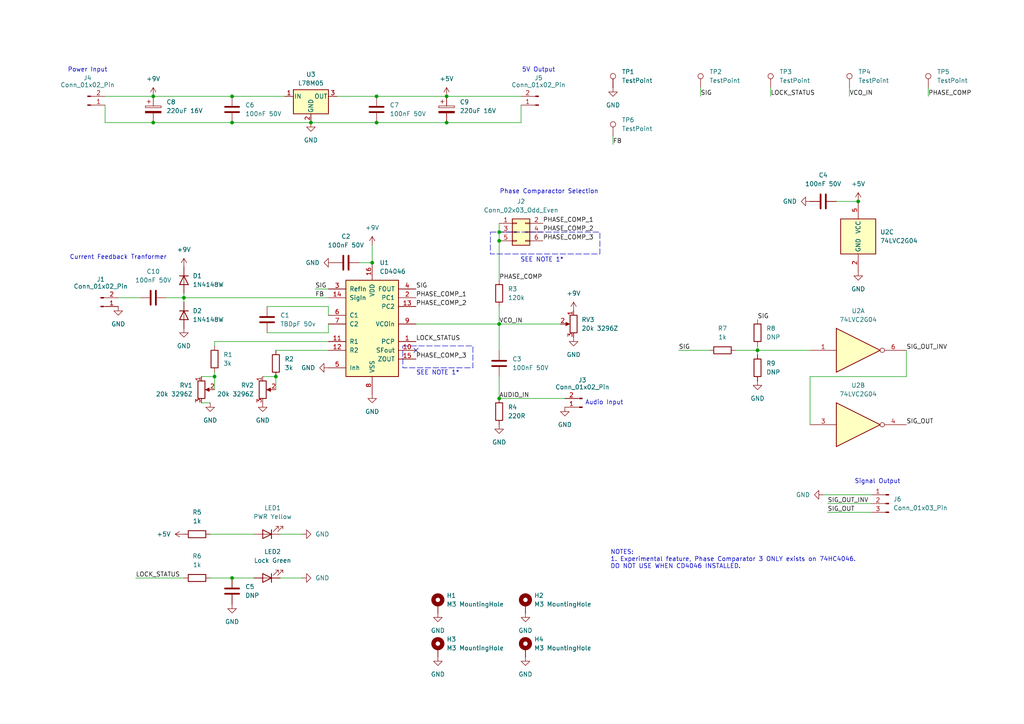
<source format=kicad_sch>
(kicad_sch
	(version 20250114)
	(generator "eeschema")
	(generator_version "9.0")
	(uuid "92a3ff2d-26f6-40d3-a7bd-5b9ff030960f")
	(paper "A4")
	(title_block
		(title "4046 PLL Board")
		(date "2025-10-26")
		(rev "1.0.0")
		(company "Jason Chen")
	)
	(lib_symbols
		(symbol "4xxx:4046"
			(pin_names
				(offset 1.016)
			)
			(exclude_from_sim no)
			(in_bom yes)
			(on_board yes)
			(property "Reference" "U"
				(at -7.62 13.97 0)
				(effects
					(font
						(size 1.27 1.27)
					)
				)
			)
			(property "Value" "4046"
				(at -7.62 -16.51 0)
				(effects
					(font
						(size 1.27 1.27)
					)
				)
			)
			(property "Footprint" ""
				(at 0 0 0)
				(effects
					(font
						(size 1.27 1.27)
					)
					(hide yes)
				)
			)
			(property "Datasheet" "https://assets.nexperia.com/documents/data-sheet/HEF4046B.pdf"
				(at 0 0 0)
				(effects
					(font
						(size 1.27 1.27)
					)
					(hide yes)
				)
			)
			(property "Description" "Phase Comp & VCO"
				(at 0 0 0)
				(effects
					(font
						(size 1.27 1.27)
					)
					(hide yes)
				)
			)
			(property "ki_locked" ""
				(at 0 0 0)
				(effects
					(font
						(size 1.27 1.27)
					)
				)
			)
			(property "ki_keywords" "CMOS PLL"
				(at 0 0 0)
				(effects
					(font
						(size 1.27 1.27)
					)
					(hide yes)
				)
			)
			(property "ki_fp_filters" "DIP?16*"
				(at 0 0 0)
				(effects
					(font
						(size 1.27 1.27)
					)
					(hide yes)
				)
			)
			(symbol "4046_1_0"
				(pin input line
					(at -12.7 10.16 0)
					(length 5.08)
					(name "RefIn"
						(effects
							(font
								(size 1.27 1.27)
							)
						)
					)
					(number "3"
						(effects
							(font
								(size 1.27 1.27)
							)
						)
					)
				)
				(pin input line
					(at -12.7 7.62 0)
					(length 5.08)
					(name "SigIn"
						(effects
							(font
								(size 1.27 1.27)
							)
						)
					)
					(number "14"
						(effects
							(font
								(size 1.27 1.27)
							)
						)
					)
				)
				(pin input line
					(at -12.7 2.54 0)
					(length 5.08)
					(name "C1"
						(effects
							(font
								(size 1.27 1.27)
							)
						)
					)
					(number "6"
						(effects
							(font
								(size 1.27 1.27)
							)
						)
					)
				)
				(pin input line
					(at -12.7 0 0)
					(length 5.08)
					(name "C2"
						(effects
							(font
								(size 1.27 1.27)
							)
						)
					)
					(number "7"
						(effects
							(font
								(size 1.27 1.27)
							)
						)
					)
				)
				(pin input line
					(at -12.7 -5.08 0)
					(length 5.08)
					(name "R1"
						(effects
							(font
								(size 1.27 1.27)
							)
						)
					)
					(number "11"
						(effects
							(font
								(size 1.27 1.27)
							)
						)
					)
				)
				(pin input line
					(at -12.7 -7.62 0)
					(length 5.08)
					(name "R2"
						(effects
							(font
								(size 1.27 1.27)
							)
						)
					)
					(number "12"
						(effects
							(font
								(size 1.27 1.27)
							)
						)
					)
				)
				(pin input line
					(at -12.7 -12.7 0)
					(length 5.08)
					(name "Inh"
						(effects
							(font
								(size 1.27 1.27)
							)
						)
					)
					(number "5"
						(effects
							(font
								(size 1.27 1.27)
							)
						)
					)
				)
				(pin power_in line
					(at 0 17.78 270)
					(length 5.08)
					(name "VDD"
						(effects
							(font
								(size 1.27 1.27)
							)
						)
					)
					(number "16"
						(effects
							(font
								(size 1.27 1.27)
							)
						)
					)
				)
				(pin power_in line
					(at 0 -20.32 90)
					(length 5.08)
					(name "VSS"
						(effects
							(font
								(size 1.27 1.27)
							)
						)
					)
					(number "8"
						(effects
							(font
								(size 1.27 1.27)
							)
						)
					)
				)
				(pin output line
					(at 12.7 10.16 180)
					(length 5.08)
					(name "FOUT"
						(effects
							(font
								(size 1.27 1.27)
							)
						)
					)
					(number "4"
						(effects
							(font
								(size 1.27 1.27)
							)
						)
					)
				)
				(pin output line
					(at 12.7 7.62 180)
					(length 5.08)
					(name "PC1"
						(effects
							(font
								(size 1.27 1.27)
							)
						)
					)
					(number "2"
						(effects
							(font
								(size 1.27 1.27)
							)
						)
					)
				)
				(pin tri_state line
					(at 12.7 5.08 180)
					(length 5.08)
					(name "PC2"
						(effects
							(font
								(size 1.27 1.27)
							)
						)
					)
					(number "13"
						(effects
							(font
								(size 1.27 1.27)
							)
						)
					)
				)
				(pin input line
					(at 12.7 0 180)
					(length 5.08)
					(name "VCOin"
						(effects
							(font
								(size 1.27 1.27)
							)
						)
					)
					(number "9"
						(effects
							(font
								(size 1.27 1.27)
							)
						)
					)
				)
				(pin output line
					(at 12.7 -5.08 180)
					(length 5.08)
					(name "PCP"
						(effects
							(font
								(size 1.27 1.27)
							)
						)
					)
					(number "1"
						(effects
							(font
								(size 1.27 1.27)
							)
						)
					)
				)
				(pin output line
					(at 12.7 -7.62 180)
					(length 5.08)
					(name "SFout"
						(effects
							(font
								(size 1.27 1.27)
							)
						)
					)
					(number "10"
						(effects
							(font
								(size 1.27 1.27)
							)
						)
					)
				)
				(pin output line
					(at 12.7 -10.16 180)
					(length 5.08)
					(name "ZOUT"
						(effects
							(font
								(size 1.27 1.27)
							)
						)
					)
					(number "15"
						(effects
							(font
								(size 1.27 1.27)
							)
						)
					)
				)
			)
			(symbol "4046_1_1"
				(rectangle
					(start -7.62 12.7)
					(end 7.62 -15.24)
					(stroke
						(width 0.254)
						(type default)
					)
					(fill
						(type background)
					)
				)
			)
			(embedded_fonts no)
		)
		(symbol "74xGxx:74LVC2G04"
			(exclude_from_sim no)
			(in_bom yes)
			(on_board yes)
			(property "Reference" "U"
				(at 0 7.62 0)
				(effects
					(font
						(size 1.27 1.27)
					)
				)
			)
			(property "Value" "74LVC2G04"
				(at 2.54 -7.62 0)
				(effects
					(font
						(size 1.27 1.27)
					)
				)
			)
			(property "Footprint" ""
				(at 0 0 0)
				(effects
					(font
						(size 1.27 1.27)
					)
					(hide yes)
				)
			)
			(property "Datasheet" "http://www.ti.com/lit/sg/scyt129e/scyt129e.pdf"
				(at 0 0 0)
				(effects
					(font
						(size 1.27 1.27)
					)
					(hide yes)
				)
			)
			(property "Description" "Dual NOT Gate, Low-Voltage CMOS"
				(at 0 0 0)
				(effects
					(font
						(size 1.27 1.27)
					)
					(hide yes)
				)
			)
			(property "ki_keywords" "Dual Gate NOT LVC CMOS"
				(at 0 0 0)
				(effects
					(font
						(size 1.27 1.27)
					)
					(hide yes)
				)
			)
			(property "ki_fp_filters" "SG-* SOT*"
				(at 0 0 0)
				(effects
					(font
						(size 1.27 1.27)
					)
					(hide yes)
				)
			)
			(symbol "74LVC2G04_1_1"
				(polyline
					(pts
						(xy -7.62 6.35) (xy -7.62 -6.35) (xy 5.08 0) (xy -7.62 6.35)
					)
					(stroke
						(width 0.254)
						(type default)
					)
					(fill
						(type background)
					)
				)
				(pin input line
					(at -15.24 0 0)
					(length 7.62)
					(name "~"
						(effects
							(font
								(size 1.27 1.27)
							)
						)
					)
					(number "1"
						(effects
							(font
								(size 1.27 1.27)
							)
						)
					)
				)
				(pin output inverted
					(at 12.7 0 180)
					(length 7.62)
					(name "~"
						(effects
							(font
								(size 1.27 1.27)
							)
						)
					)
					(number "6"
						(effects
							(font
								(size 1.27 1.27)
							)
						)
					)
				)
			)
			(symbol "74LVC2G04_2_1"
				(polyline
					(pts
						(xy -7.62 6.35) (xy -7.62 -6.35) (xy 5.08 0) (xy -7.62 6.35)
					)
					(stroke
						(width 0.254)
						(type default)
					)
					(fill
						(type background)
					)
				)
				(pin input line
					(at -15.24 0 0)
					(length 7.62)
					(name "~"
						(effects
							(font
								(size 1.27 1.27)
							)
						)
					)
					(number "3"
						(effects
							(font
								(size 1.27 1.27)
							)
						)
					)
				)
				(pin output inverted
					(at 12.7 0 180)
					(length 7.62)
					(name "~"
						(effects
							(font
								(size 1.27 1.27)
							)
						)
					)
					(number "4"
						(effects
							(font
								(size 1.27 1.27)
							)
						)
					)
				)
			)
			(symbol "74LVC2G04_3_0"
				(rectangle
					(start -5.08 -5.08)
					(end 5.08 5.08)
					(stroke
						(width 0.254)
						(type default)
					)
					(fill
						(type background)
					)
				)
			)
			(symbol "74LVC2G04_3_1"
				(pin power_in line
					(at 0 10.16 270)
					(length 5.08)
					(name "VCC"
						(effects
							(font
								(size 1.27 1.27)
							)
						)
					)
					(number "5"
						(effects
							(font
								(size 1.27 1.27)
							)
						)
					)
				)
				(pin power_in line
					(at 0 -10.16 90)
					(length 5.08)
					(name "GND"
						(effects
							(font
								(size 1.27 1.27)
							)
						)
					)
					(number "2"
						(effects
							(font
								(size 1.27 1.27)
							)
						)
					)
				)
			)
			(embedded_fonts no)
		)
		(symbol "Connector:Conn_01x02_Pin"
			(pin_names
				(offset 1.016)
				(hide yes)
			)
			(exclude_from_sim no)
			(in_bom yes)
			(on_board yes)
			(property "Reference" "J"
				(at 0 2.54 0)
				(effects
					(font
						(size 1.27 1.27)
					)
				)
			)
			(property "Value" "Conn_01x02_Pin"
				(at 0 -5.08 0)
				(effects
					(font
						(size 1.27 1.27)
					)
				)
			)
			(property "Footprint" ""
				(at 0 0 0)
				(effects
					(font
						(size 1.27 1.27)
					)
					(hide yes)
				)
			)
			(property "Datasheet" "~"
				(at 0 0 0)
				(effects
					(font
						(size 1.27 1.27)
					)
					(hide yes)
				)
			)
			(property "Description" "Generic connector, single row, 01x02, script generated"
				(at 0 0 0)
				(effects
					(font
						(size 1.27 1.27)
					)
					(hide yes)
				)
			)
			(property "ki_locked" ""
				(at 0 0 0)
				(effects
					(font
						(size 1.27 1.27)
					)
				)
			)
			(property "ki_keywords" "connector"
				(at 0 0 0)
				(effects
					(font
						(size 1.27 1.27)
					)
					(hide yes)
				)
			)
			(property "ki_fp_filters" "Connector*:*_1x??_*"
				(at 0 0 0)
				(effects
					(font
						(size 1.27 1.27)
					)
					(hide yes)
				)
			)
			(symbol "Conn_01x02_Pin_1_1"
				(rectangle
					(start 0.8636 0.127)
					(end 0 -0.127)
					(stroke
						(width 0.1524)
						(type default)
					)
					(fill
						(type outline)
					)
				)
				(rectangle
					(start 0.8636 -2.413)
					(end 0 -2.667)
					(stroke
						(width 0.1524)
						(type default)
					)
					(fill
						(type outline)
					)
				)
				(polyline
					(pts
						(xy 1.27 0) (xy 0.8636 0)
					)
					(stroke
						(width 0.1524)
						(type default)
					)
					(fill
						(type none)
					)
				)
				(polyline
					(pts
						(xy 1.27 -2.54) (xy 0.8636 -2.54)
					)
					(stroke
						(width 0.1524)
						(type default)
					)
					(fill
						(type none)
					)
				)
				(pin passive line
					(at 5.08 0 180)
					(length 3.81)
					(name "Pin_1"
						(effects
							(font
								(size 1.27 1.27)
							)
						)
					)
					(number "1"
						(effects
							(font
								(size 1.27 1.27)
							)
						)
					)
				)
				(pin passive line
					(at 5.08 -2.54 180)
					(length 3.81)
					(name "Pin_2"
						(effects
							(font
								(size 1.27 1.27)
							)
						)
					)
					(number "2"
						(effects
							(font
								(size 1.27 1.27)
							)
						)
					)
				)
			)
			(embedded_fonts no)
		)
		(symbol "Connector:Conn_01x03_Pin"
			(pin_names
				(offset 1.016)
				(hide yes)
			)
			(exclude_from_sim no)
			(in_bom yes)
			(on_board yes)
			(property "Reference" "J"
				(at 0 5.08 0)
				(effects
					(font
						(size 1.27 1.27)
					)
				)
			)
			(property "Value" "Conn_01x03_Pin"
				(at 0 -5.08 0)
				(effects
					(font
						(size 1.27 1.27)
					)
				)
			)
			(property "Footprint" ""
				(at 0 0 0)
				(effects
					(font
						(size 1.27 1.27)
					)
					(hide yes)
				)
			)
			(property "Datasheet" "~"
				(at 0 0 0)
				(effects
					(font
						(size 1.27 1.27)
					)
					(hide yes)
				)
			)
			(property "Description" "Generic connector, single row, 01x03, script generated"
				(at 0 0 0)
				(effects
					(font
						(size 1.27 1.27)
					)
					(hide yes)
				)
			)
			(property "ki_locked" ""
				(at 0 0 0)
				(effects
					(font
						(size 1.27 1.27)
					)
				)
			)
			(property "ki_keywords" "connector"
				(at 0 0 0)
				(effects
					(font
						(size 1.27 1.27)
					)
					(hide yes)
				)
			)
			(property "ki_fp_filters" "Connector*:*_1x??_*"
				(at 0 0 0)
				(effects
					(font
						(size 1.27 1.27)
					)
					(hide yes)
				)
			)
			(symbol "Conn_01x03_Pin_1_1"
				(rectangle
					(start 0.8636 2.667)
					(end 0 2.413)
					(stroke
						(width 0.1524)
						(type default)
					)
					(fill
						(type outline)
					)
				)
				(rectangle
					(start 0.8636 0.127)
					(end 0 -0.127)
					(stroke
						(width 0.1524)
						(type default)
					)
					(fill
						(type outline)
					)
				)
				(rectangle
					(start 0.8636 -2.413)
					(end 0 -2.667)
					(stroke
						(width 0.1524)
						(type default)
					)
					(fill
						(type outline)
					)
				)
				(polyline
					(pts
						(xy 1.27 2.54) (xy 0.8636 2.54)
					)
					(stroke
						(width 0.1524)
						(type default)
					)
					(fill
						(type none)
					)
				)
				(polyline
					(pts
						(xy 1.27 0) (xy 0.8636 0)
					)
					(stroke
						(width 0.1524)
						(type default)
					)
					(fill
						(type none)
					)
				)
				(polyline
					(pts
						(xy 1.27 -2.54) (xy 0.8636 -2.54)
					)
					(stroke
						(width 0.1524)
						(type default)
					)
					(fill
						(type none)
					)
				)
				(pin passive line
					(at 5.08 2.54 180)
					(length 3.81)
					(name "Pin_1"
						(effects
							(font
								(size 1.27 1.27)
							)
						)
					)
					(number "1"
						(effects
							(font
								(size 1.27 1.27)
							)
						)
					)
				)
				(pin passive line
					(at 5.08 0 180)
					(length 3.81)
					(name "Pin_2"
						(effects
							(font
								(size 1.27 1.27)
							)
						)
					)
					(number "2"
						(effects
							(font
								(size 1.27 1.27)
							)
						)
					)
				)
				(pin passive line
					(at 5.08 -2.54 180)
					(length 3.81)
					(name "Pin_3"
						(effects
							(font
								(size 1.27 1.27)
							)
						)
					)
					(number "3"
						(effects
							(font
								(size 1.27 1.27)
							)
						)
					)
				)
			)
			(embedded_fonts no)
		)
		(symbol "Connector:TestPoint"
			(pin_numbers
				(hide yes)
			)
			(pin_names
				(offset 0.762)
				(hide yes)
			)
			(exclude_from_sim no)
			(in_bom yes)
			(on_board yes)
			(property "Reference" "TP"
				(at 0 6.858 0)
				(effects
					(font
						(size 1.27 1.27)
					)
				)
			)
			(property "Value" "TestPoint"
				(at 0 5.08 0)
				(effects
					(font
						(size 1.27 1.27)
					)
				)
			)
			(property "Footprint" ""
				(at 5.08 0 0)
				(effects
					(font
						(size 1.27 1.27)
					)
					(hide yes)
				)
			)
			(property "Datasheet" "~"
				(at 5.08 0 0)
				(effects
					(font
						(size 1.27 1.27)
					)
					(hide yes)
				)
			)
			(property "Description" "test point"
				(at 0 0 0)
				(effects
					(font
						(size 1.27 1.27)
					)
					(hide yes)
				)
			)
			(property "ki_keywords" "test point tp"
				(at 0 0 0)
				(effects
					(font
						(size 1.27 1.27)
					)
					(hide yes)
				)
			)
			(property "ki_fp_filters" "Pin* Test*"
				(at 0 0 0)
				(effects
					(font
						(size 1.27 1.27)
					)
					(hide yes)
				)
			)
			(symbol "TestPoint_0_1"
				(circle
					(center 0 3.302)
					(radius 0.762)
					(stroke
						(width 0)
						(type default)
					)
					(fill
						(type none)
					)
				)
			)
			(symbol "TestPoint_1_1"
				(pin passive line
					(at 0 0 90)
					(length 2.54)
					(name "1"
						(effects
							(font
								(size 1.27 1.27)
							)
						)
					)
					(number "1"
						(effects
							(font
								(size 1.27 1.27)
							)
						)
					)
				)
			)
			(embedded_fonts no)
		)
		(symbol "Connector_Generic:Conn_02x03_Odd_Even"
			(pin_names
				(offset 1.016)
				(hide yes)
			)
			(exclude_from_sim no)
			(in_bom yes)
			(on_board yes)
			(property "Reference" "J"
				(at 1.27 5.08 0)
				(effects
					(font
						(size 1.27 1.27)
					)
				)
			)
			(property "Value" "Conn_02x03_Odd_Even"
				(at 1.27 -5.08 0)
				(effects
					(font
						(size 1.27 1.27)
					)
				)
			)
			(property "Footprint" ""
				(at 0 0 0)
				(effects
					(font
						(size 1.27 1.27)
					)
					(hide yes)
				)
			)
			(property "Datasheet" "~"
				(at 0 0 0)
				(effects
					(font
						(size 1.27 1.27)
					)
					(hide yes)
				)
			)
			(property "Description" "Generic connector, double row, 02x03, odd/even pin numbering scheme (row 1 odd numbers, row 2 even numbers), script generated (kicad-library-utils/schlib/autogen/connector/)"
				(at 0 0 0)
				(effects
					(font
						(size 1.27 1.27)
					)
					(hide yes)
				)
			)
			(property "ki_keywords" "connector"
				(at 0 0 0)
				(effects
					(font
						(size 1.27 1.27)
					)
					(hide yes)
				)
			)
			(property "ki_fp_filters" "Connector*:*_2x??_*"
				(at 0 0 0)
				(effects
					(font
						(size 1.27 1.27)
					)
					(hide yes)
				)
			)
			(symbol "Conn_02x03_Odd_Even_1_1"
				(rectangle
					(start -1.27 3.81)
					(end 3.81 -3.81)
					(stroke
						(width 0.254)
						(type default)
					)
					(fill
						(type background)
					)
				)
				(rectangle
					(start -1.27 2.667)
					(end 0 2.413)
					(stroke
						(width 0.1524)
						(type default)
					)
					(fill
						(type none)
					)
				)
				(rectangle
					(start -1.27 0.127)
					(end 0 -0.127)
					(stroke
						(width 0.1524)
						(type default)
					)
					(fill
						(type none)
					)
				)
				(rectangle
					(start -1.27 -2.413)
					(end 0 -2.667)
					(stroke
						(width 0.1524)
						(type default)
					)
					(fill
						(type none)
					)
				)
				(rectangle
					(start 3.81 2.667)
					(end 2.54 2.413)
					(stroke
						(width 0.1524)
						(type default)
					)
					(fill
						(type none)
					)
				)
				(rectangle
					(start 3.81 0.127)
					(end 2.54 -0.127)
					(stroke
						(width 0.1524)
						(type default)
					)
					(fill
						(type none)
					)
				)
				(rectangle
					(start 3.81 -2.413)
					(end 2.54 -2.667)
					(stroke
						(width 0.1524)
						(type default)
					)
					(fill
						(type none)
					)
				)
				(pin passive line
					(at -5.08 2.54 0)
					(length 3.81)
					(name "Pin_1"
						(effects
							(font
								(size 1.27 1.27)
							)
						)
					)
					(number "1"
						(effects
							(font
								(size 1.27 1.27)
							)
						)
					)
				)
				(pin passive line
					(at -5.08 0 0)
					(length 3.81)
					(name "Pin_3"
						(effects
							(font
								(size 1.27 1.27)
							)
						)
					)
					(number "3"
						(effects
							(font
								(size 1.27 1.27)
							)
						)
					)
				)
				(pin passive line
					(at -5.08 -2.54 0)
					(length 3.81)
					(name "Pin_5"
						(effects
							(font
								(size 1.27 1.27)
							)
						)
					)
					(number "5"
						(effects
							(font
								(size 1.27 1.27)
							)
						)
					)
				)
				(pin passive line
					(at 7.62 2.54 180)
					(length 3.81)
					(name "Pin_2"
						(effects
							(font
								(size 1.27 1.27)
							)
						)
					)
					(number "2"
						(effects
							(font
								(size 1.27 1.27)
							)
						)
					)
				)
				(pin passive line
					(at 7.62 0 180)
					(length 3.81)
					(name "Pin_4"
						(effects
							(font
								(size 1.27 1.27)
							)
						)
					)
					(number "4"
						(effects
							(font
								(size 1.27 1.27)
							)
						)
					)
				)
				(pin passive line
					(at 7.62 -2.54 180)
					(length 3.81)
					(name "Pin_6"
						(effects
							(font
								(size 1.27 1.27)
							)
						)
					)
					(number "6"
						(effects
							(font
								(size 1.27 1.27)
							)
						)
					)
				)
			)
			(embedded_fonts no)
		)
		(symbol "Device:C"
			(pin_numbers
				(hide yes)
			)
			(pin_names
				(offset 0.254)
			)
			(exclude_from_sim no)
			(in_bom yes)
			(on_board yes)
			(property "Reference" "C"
				(at 0.635 2.54 0)
				(effects
					(font
						(size 1.27 1.27)
					)
					(justify left)
				)
			)
			(property "Value" "C"
				(at 0.635 -2.54 0)
				(effects
					(font
						(size 1.27 1.27)
					)
					(justify left)
				)
			)
			(property "Footprint" ""
				(at 0.9652 -3.81 0)
				(effects
					(font
						(size 1.27 1.27)
					)
					(hide yes)
				)
			)
			(property "Datasheet" "~"
				(at 0 0 0)
				(effects
					(font
						(size 1.27 1.27)
					)
					(hide yes)
				)
			)
			(property "Description" "Unpolarized capacitor"
				(at 0 0 0)
				(effects
					(font
						(size 1.27 1.27)
					)
					(hide yes)
				)
			)
			(property "ki_keywords" "cap capacitor"
				(at 0 0 0)
				(effects
					(font
						(size 1.27 1.27)
					)
					(hide yes)
				)
			)
			(property "ki_fp_filters" "C_*"
				(at 0 0 0)
				(effects
					(font
						(size 1.27 1.27)
					)
					(hide yes)
				)
			)
			(symbol "C_0_1"
				(polyline
					(pts
						(xy -2.032 0.762) (xy 2.032 0.762)
					)
					(stroke
						(width 0.508)
						(type default)
					)
					(fill
						(type none)
					)
				)
				(polyline
					(pts
						(xy -2.032 -0.762) (xy 2.032 -0.762)
					)
					(stroke
						(width 0.508)
						(type default)
					)
					(fill
						(type none)
					)
				)
			)
			(symbol "C_1_1"
				(pin passive line
					(at 0 3.81 270)
					(length 2.794)
					(name "~"
						(effects
							(font
								(size 1.27 1.27)
							)
						)
					)
					(number "1"
						(effects
							(font
								(size 1.27 1.27)
							)
						)
					)
				)
				(pin passive line
					(at 0 -3.81 90)
					(length 2.794)
					(name "~"
						(effects
							(font
								(size 1.27 1.27)
							)
						)
					)
					(number "2"
						(effects
							(font
								(size 1.27 1.27)
							)
						)
					)
				)
			)
			(embedded_fonts no)
		)
		(symbol "Device:C_Polarized"
			(pin_numbers
				(hide yes)
			)
			(pin_names
				(offset 0.254)
			)
			(exclude_from_sim no)
			(in_bom yes)
			(on_board yes)
			(property "Reference" "C"
				(at 0.635 2.54 0)
				(effects
					(font
						(size 1.27 1.27)
					)
					(justify left)
				)
			)
			(property "Value" "C_Polarized"
				(at 0.635 -2.54 0)
				(effects
					(font
						(size 1.27 1.27)
					)
					(justify left)
				)
			)
			(property "Footprint" ""
				(at 0.9652 -3.81 0)
				(effects
					(font
						(size 1.27 1.27)
					)
					(hide yes)
				)
			)
			(property "Datasheet" "~"
				(at 0 0 0)
				(effects
					(font
						(size 1.27 1.27)
					)
					(hide yes)
				)
			)
			(property "Description" "Polarized capacitor"
				(at 0 0 0)
				(effects
					(font
						(size 1.27 1.27)
					)
					(hide yes)
				)
			)
			(property "ki_keywords" "cap capacitor"
				(at 0 0 0)
				(effects
					(font
						(size 1.27 1.27)
					)
					(hide yes)
				)
			)
			(property "ki_fp_filters" "CP_*"
				(at 0 0 0)
				(effects
					(font
						(size 1.27 1.27)
					)
					(hide yes)
				)
			)
			(symbol "C_Polarized_0_1"
				(rectangle
					(start -2.286 0.508)
					(end 2.286 1.016)
					(stroke
						(width 0)
						(type default)
					)
					(fill
						(type none)
					)
				)
				(polyline
					(pts
						(xy -1.778 2.286) (xy -0.762 2.286)
					)
					(stroke
						(width 0)
						(type default)
					)
					(fill
						(type none)
					)
				)
				(polyline
					(pts
						(xy -1.27 2.794) (xy -1.27 1.778)
					)
					(stroke
						(width 0)
						(type default)
					)
					(fill
						(type none)
					)
				)
				(rectangle
					(start 2.286 -0.508)
					(end -2.286 -1.016)
					(stroke
						(width 0)
						(type default)
					)
					(fill
						(type outline)
					)
				)
			)
			(symbol "C_Polarized_1_1"
				(pin passive line
					(at 0 3.81 270)
					(length 2.794)
					(name "~"
						(effects
							(font
								(size 1.27 1.27)
							)
						)
					)
					(number "1"
						(effects
							(font
								(size 1.27 1.27)
							)
						)
					)
				)
				(pin passive line
					(at 0 -3.81 90)
					(length 2.794)
					(name "~"
						(effects
							(font
								(size 1.27 1.27)
							)
						)
					)
					(number "2"
						(effects
							(font
								(size 1.27 1.27)
							)
						)
					)
				)
			)
			(embedded_fonts no)
		)
		(symbol "Device:LED"
			(pin_numbers
				(hide yes)
			)
			(pin_names
				(offset 1.016)
				(hide yes)
			)
			(exclude_from_sim no)
			(in_bom yes)
			(on_board yes)
			(property "Reference" "D"
				(at 0 2.54 0)
				(effects
					(font
						(size 1.27 1.27)
					)
				)
			)
			(property "Value" "LED"
				(at 0 -2.54 0)
				(effects
					(font
						(size 1.27 1.27)
					)
				)
			)
			(property "Footprint" ""
				(at 0 0 0)
				(effects
					(font
						(size 1.27 1.27)
					)
					(hide yes)
				)
			)
			(property "Datasheet" "~"
				(at 0 0 0)
				(effects
					(font
						(size 1.27 1.27)
					)
					(hide yes)
				)
			)
			(property "Description" "Light emitting diode"
				(at 0 0 0)
				(effects
					(font
						(size 1.27 1.27)
					)
					(hide yes)
				)
			)
			(property "Sim.Pins" "1=K 2=A"
				(at 0 0 0)
				(effects
					(font
						(size 1.27 1.27)
					)
					(hide yes)
				)
			)
			(property "ki_keywords" "LED diode"
				(at 0 0 0)
				(effects
					(font
						(size 1.27 1.27)
					)
					(hide yes)
				)
			)
			(property "ki_fp_filters" "LED* LED_SMD:* LED_THT:*"
				(at 0 0 0)
				(effects
					(font
						(size 1.27 1.27)
					)
					(hide yes)
				)
			)
			(symbol "LED_0_1"
				(polyline
					(pts
						(xy -3.048 -0.762) (xy -4.572 -2.286) (xy -3.81 -2.286) (xy -4.572 -2.286) (xy -4.572 -1.524)
					)
					(stroke
						(width 0)
						(type default)
					)
					(fill
						(type none)
					)
				)
				(polyline
					(pts
						(xy -1.778 -0.762) (xy -3.302 -2.286) (xy -2.54 -2.286) (xy -3.302 -2.286) (xy -3.302 -1.524)
					)
					(stroke
						(width 0)
						(type default)
					)
					(fill
						(type none)
					)
				)
				(polyline
					(pts
						(xy -1.27 0) (xy 1.27 0)
					)
					(stroke
						(width 0)
						(type default)
					)
					(fill
						(type none)
					)
				)
				(polyline
					(pts
						(xy -1.27 -1.27) (xy -1.27 1.27)
					)
					(stroke
						(width 0.254)
						(type default)
					)
					(fill
						(type none)
					)
				)
				(polyline
					(pts
						(xy 1.27 -1.27) (xy 1.27 1.27) (xy -1.27 0) (xy 1.27 -1.27)
					)
					(stroke
						(width 0.254)
						(type default)
					)
					(fill
						(type none)
					)
				)
			)
			(symbol "LED_1_1"
				(pin passive line
					(at -3.81 0 0)
					(length 2.54)
					(name "K"
						(effects
							(font
								(size 1.27 1.27)
							)
						)
					)
					(number "1"
						(effects
							(font
								(size 1.27 1.27)
							)
						)
					)
				)
				(pin passive line
					(at 3.81 0 180)
					(length 2.54)
					(name "A"
						(effects
							(font
								(size 1.27 1.27)
							)
						)
					)
					(number "2"
						(effects
							(font
								(size 1.27 1.27)
							)
						)
					)
				)
			)
			(embedded_fonts no)
		)
		(symbol "Device:R"
			(pin_numbers
				(hide yes)
			)
			(pin_names
				(offset 0)
			)
			(exclude_from_sim no)
			(in_bom yes)
			(on_board yes)
			(property "Reference" "R"
				(at 2.032 0 90)
				(effects
					(font
						(size 1.27 1.27)
					)
				)
			)
			(property "Value" "R"
				(at 0 0 90)
				(effects
					(font
						(size 1.27 1.27)
					)
				)
			)
			(property "Footprint" ""
				(at -1.778 0 90)
				(effects
					(font
						(size 1.27 1.27)
					)
					(hide yes)
				)
			)
			(property "Datasheet" "~"
				(at 0 0 0)
				(effects
					(font
						(size 1.27 1.27)
					)
					(hide yes)
				)
			)
			(property "Description" "Resistor"
				(at 0 0 0)
				(effects
					(font
						(size 1.27 1.27)
					)
					(hide yes)
				)
			)
			(property "ki_keywords" "R res resistor"
				(at 0 0 0)
				(effects
					(font
						(size 1.27 1.27)
					)
					(hide yes)
				)
			)
			(property "ki_fp_filters" "R_*"
				(at 0 0 0)
				(effects
					(font
						(size 1.27 1.27)
					)
					(hide yes)
				)
			)
			(symbol "R_0_1"
				(rectangle
					(start -1.016 -2.54)
					(end 1.016 2.54)
					(stroke
						(width 0.254)
						(type default)
					)
					(fill
						(type none)
					)
				)
			)
			(symbol "R_1_1"
				(pin passive line
					(at 0 3.81 270)
					(length 1.27)
					(name "~"
						(effects
							(font
								(size 1.27 1.27)
							)
						)
					)
					(number "1"
						(effects
							(font
								(size 1.27 1.27)
							)
						)
					)
				)
				(pin passive line
					(at 0 -3.81 90)
					(length 1.27)
					(name "~"
						(effects
							(font
								(size 1.27 1.27)
							)
						)
					)
					(number "2"
						(effects
							(font
								(size 1.27 1.27)
							)
						)
					)
				)
			)
			(embedded_fonts no)
		)
		(symbol "Device:R_Potentiometer"
			(pin_names
				(offset 1.016)
				(hide yes)
			)
			(exclude_from_sim no)
			(in_bom yes)
			(on_board yes)
			(property "Reference" "RV"
				(at -4.445 0 90)
				(effects
					(font
						(size 1.27 1.27)
					)
				)
			)
			(property "Value" "R_Potentiometer"
				(at -2.54 0 90)
				(effects
					(font
						(size 1.27 1.27)
					)
				)
			)
			(property "Footprint" ""
				(at 0 0 0)
				(effects
					(font
						(size 1.27 1.27)
					)
					(hide yes)
				)
			)
			(property "Datasheet" "~"
				(at 0 0 0)
				(effects
					(font
						(size 1.27 1.27)
					)
					(hide yes)
				)
			)
			(property "Description" "Potentiometer"
				(at 0 0 0)
				(effects
					(font
						(size 1.27 1.27)
					)
					(hide yes)
				)
			)
			(property "ki_keywords" "resistor variable"
				(at 0 0 0)
				(effects
					(font
						(size 1.27 1.27)
					)
					(hide yes)
				)
			)
			(property "ki_fp_filters" "Potentiometer*"
				(at 0 0 0)
				(effects
					(font
						(size 1.27 1.27)
					)
					(hide yes)
				)
			)
			(symbol "R_Potentiometer_0_1"
				(rectangle
					(start 1.016 2.54)
					(end -1.016 -2.54)
					(stroke
						(width 0.254)
						(type default)
					)
					(fill
						(type none)
					)
				)
				(polyline
					(pts
						(xy 1.143 0) (xy 2.286 0.508) (xy 2.286 -0.508) (xy 1.143 0)
					)
					(stroke
						(width 0)
						(type default)
					)
					(fill
						(type outline)
					)
				)
				(polyline
					(pts
						(xy 2.54 0) (xy 1.524 0)
					)
					(stroke
						(width 0)
						(type default)
					)
					(fill
						(type none)
					)
				)
			)
			(symbol "R_Potentiometer_1_1"
				(pin passive line
					(at 0 3.81 270)
					(length 1.27)
					(name "1"
						(effects
							(font
								(size 1.27 1.27)
							)
						)
					)
					(number "1"
						(effects
							(font
								(size 1.27 1.27)
							)
						)
					)
				)
				(pin passive line
					(at 0 -3.81 90)
					(length 1.27)
					(name "3"
						(effects
							(font
								(size 1.27 1.27)
							)
						)
					)
					(number "3"
						(effects
							(font
								(size 1.27 1.27)
							)
						)
					)
				)
				(pin passive line
					(at 3.81 0 180)
					(length 1.27)
					(name "2"
						(effects
							(font
								(size 1.27 1.27)
							)
						)
					)
					(number "2"
						(effects
							(font
								(size 1.27 1.27)
							)
						)
					)
				)
			)
			(embedded_fonts no)
		)
		(symbol "Diode:1N4148W"
			(pin_numbers
				(hide yes)
			)
			(pin_names
				(hide yes)
			)
			(exclude_from_sim no)
			(in_bom yes)
			(on_board yes)
			(property "Reference" "D"
				(at 0 2.54 0)
				(effects
					(font
						(size 1.27 1.27)
					)
				)
			)
			(property "Value" "1N4148W"
				(at 0 -2.54 0)
				(effects
					(font
						(size 1.27 1.27)
					)
				)
			)
			(property "Footprint" "Diode_SMD:D_SOD-123"
				(at 0 -4.445 0)
				(effects
					(font
						(size 1.27 1.27)
					)
					(hide yes)
				)
			)
			(property "Datasheet" "https://www.vishay.com/docs/85748/1n4148w.pdf"
				(at 0 0 0)
				(effects
					(font
						(size 1.27 1.27)
					)
					(hide yes)
				)
			)
			(property "Description" "75V 0.15A Fast Switching Diode, SOD-123"
				(at 0 0 0)
				(effects
					(font
						(size 1.27 1.27)
					)
					(hide yes)
				)
			)
			(property "Sim.Device" "D"
				(at 0 0 0)
				(effects
					(font
						(size 1.27 1.27)
					)
					(hide yes)
				)
			)
			(property "Sim.Pins" "1=K 2=A"
				(at 0 0 0)
				(effects
					(font
						(size 1.27 1.27)
					)
					(hide yes)
				)
			)
			(property "ki_keywords" "diode"
				(at 0 0 0)
				(effects
					(font
						(size 1.27 1.27)
					)
					(hide yes)
				)
			)
			(property "ki_fp_filters" "D*SOD?123*"
				(at 0 0 0)
				(effects
					(font
						(size 1.27 1.27)
					)
					(hide yes)
				)
			)
			(symbol "1N4148W_0_1"
				(polyline
					(pts
						(xy -1.27 1.27) (xy -1.27 -1.27)
					)
					(stroke
						(width 0.254)
						(type default)
					)
					(fill
						(type none)
					)
				)
				(polyline
					(pts
						(xy 1.27 1.27) (xy 1.27 -1.27) (xy -1.27 0) (xy 1.27 1.27)
					)
					(stroke
						(width 0.254)
						(type default)
					)
					(fill
						(type none)
					)
				)
				(polyline
					(pts
						(xy 1.27 0) (xy -1.27 0)
					)
					(stroke
						(width 0)
						(type default)
					)
					(fill
						(type none)
					)
				)
			)
			(symbol "1N4148W_1_1"
				(pin passive line
					(at -3.81 0 0)
					(length 2.54)
					(name "K"
						(effects
							(font
								(size 1.27 1.27)
							)
						)
					)
					(number "1"
						(effects
							(font
								(size 1.27 1.27)
							)
						)
					)
				)
				(pin passive line
					(at 3.81 0 180)
					(length 2.54)
					(name "A"
						(effects
							(font
								(size 1.27 1.27)
							)
						)
					)
					(number "2"
						(effects
							(font
								(size 1.27 1.27)
							)
						)
					)
				)
			)
			(embedded_fonts no)
		)
		(symbol "Mechanical:MountingHole_Pad"
			(pin_numbers
				(hide yes)
			)
			(pin_names
				(offset 1.016)
				(hide yes)
			)
			(exclude_from_sim no)
			(in_bom no)
			(on_board yes)
			(property "Reference" "H"
				(at 0 6.35 0)
				(effects
					(font
						(size 1.27 1.27)
					)
				)
			)
			(property "Value" "MountingHole_Pad"
				(at 0 4.445 0)
				(effects
					(font
						(size 1.27 1.27)
					)
				)
			)
			(property "Footprint" ""
				(at 0 0 0)
				(effects
					(font
						(size 1.27 1.27)
					)
					(hide yes)
				)
			)
			(property "Datasheet" "~"
				(at 0 0 0)
				(effects
					(font
						(size 1.27 1.27)
					)
					(hide yes)
				)
			)
			(property "Description" "Mounting Hole with connection"
				(at 0 0 0)
				(effects
					(font
						(size 1.27 1.27)
					)
					(hide yes)
				)
			)
			(property "ki_keywords" "mounting hole"
				(at 0 0 0)
				(effects
					(font
						(size 1.27 1.27)
					)
					(hide yes)
				)
			)
			(property "ki_fp_filters" "MountingHole*Pad*"
				(at 0 0 0)
				(effects
					(font
						(size 1.27 1.27)
					)
					(hide yes)
				)
			)
			(symbol "MountingHole_Pad_0_1"
				(circle
					(center 0 1.27)
					(radius 1.27)
					(stroke
						(width 1.27)
						(type default)
					)
					(fill
						(type none)
					)
				)
			)
			(symbol "MountingHole_Pad_1_1"
				(pin input line
					(at 0 -2.54 90)
					(length 2.54)
					(name "1"
						(effects
							(font
								(size 1.27 1.27)
							)
						)
					)
					(number "1"
						(effects
							(font
								(size 1.27 1.27)
							)
						)
					)
				)
			)
			(embedded_fonts no)
		)
		(symbol "Regulator_Linear:L7805"
			(pin_names
				(offset 0.254)
			)
			(exclude_from_sim no)
			(in_bom yes)
			(on_board yes)
			(property "Reference" "U"
				(at -3.81 3.175 0)
				(effects
					(font
						(size 1.27 1.27)
					)
				)
			)
			(property "Value" "L7805"
				(at 0 3.175 0)
				(effects
					(font
						(size 1.27 1.27)
					)
					(justify left)
				)
			)
			(property "Footprint" ""
				(at 0.635 -3.81 0)
				(effects
					(font
						(size 1.27 1.27)
						(italic yes)
					)
					(justify left)
					(hide yes)
				)
			)
			(property "Datasheet" "http://www.st.com/content/ccc/resource/technical/document/datasheet/41/4f/b3/b0/12/d4/47/88/CD00000444.pdf/files/CD00000444.pdf/jcr:content/translations/en.CD00000444.pdf"
				(at 0 -1.27 0)
				(effects
					(font
						(size 1.27 1.27)
					)
					(hide yes)
				)
			)
			(property "Description" "Positive 1.5A 35V Linear Regulator, Fixed Output 5V, TO-220/TO-263/TO-252"
				(at 0 0 0)
				(effects
					(font
						(size 1.27 1.27)
					)
					(hide yes)
				)
			)
			(property "ki_keywords" "Voltage Regulator 1.5A Positive"
				(at 0 0 0)
				(effects
					(font
						(size 1.27 1.27)
					)
					(hide yes)
				)
			)
			(property "ki_fp_filters" "TO?252* TO?263* TO?220*"
				(at 0 0 0)
				(effects
					(font
						(size 1.27 1.27)
					)
					(hide yes)
				)
			)
			(symbol "L7805_0_1"
				(rectangle
					(start -5.08 1.905)
					(end 5.08 -5.08)
					(stroke
						(width 0.254)
						(type default)
					)
					(fill
						(type background)
					)
				)
			)
			(symbol "L7805_1_1"
				(pin power_in line
					(at -7.62 0 0)
					(length 2.54)
					(name "IN"
						(effects
							(font
								(size 1.27 1.27)
							)
						)
					)
					(number "1"
						(effects
							(font
								(size 1.27 1.27)
							)
						)
					)
				)
				(pin power_in line
					(at 0 -7.62 90)
					(length 2.54)
					(name "GND"
						(effects
							(font
								(size 1.27 1.27)
							)
						)
					)
					(number "2"
						(effects
							(font
								(size 1.27 1.27)
							)
						)
					)
				)
				(pin power_out line
					(at 7.62 0 180)
					(length 2.54)
					(name "OUT"
						(effects
							(font
								(size 1.27 1.27)
							)
						)
					)
					(number "3"
						(effects
							(font
								(size 1.27 1.27)
							)
						)
					)
				)
			)
			(embedded_fonts no)
		)
		(symbol "power:+5V"
			(power)
			(pin_numbers
				(hide yes)
			)
			(pin_names
				(offset 0)
				(hide yes)
			)
			(exclude_from_sim no)
			(in_bom yes)
			(on_board yes)
			(property "Reference" "#PWR"
				(at 0 -3.81 0)
				(effects
					(font
						(size 1.27 1.27)
					)
					(hide yes)
				)
			)
			(property "Value" "+5V"
				(at 0 3.556 0)
				(effects
					(font
						(size 1.27 1.27)
					)
				)
			)
			(property "Footprint" ""
				(at 0 0 0)
				(effects
					(font
						(size 1.27 1.27)
					)
					(hide yes)
				)
			)
			(property "Datasheet" ""
				(at 0 0 0)
				(effects
					(font
						(size 1.27 1.27)
					)
					(hide yes)
				)
			)
			(property "Description" "Power symbol creates a global label with name \"+5V\""
				(at 0 0 0)
				(effects
					(font
						(size 1.27 1.27)
					)
					(hide yes)
				)
			)
			(property "ki_keywords" "global power"
				(at 0 0 0)
				(effects
					(font
						(size 1.27 1.27)
					)
					(hide yes)
				)
			)
			(symbol "+5V_0_1"
				(polyline
					(pts
						(xy -0.762 1.27) (xy 0 2.54)
					)
					(stroke
						(width 0)
						(type default)
					)
					(fill
						(type none)
					)
				)
				(polyline
					(pts
						(xy 0 2.54) (xy 0.762 1.27)
					)
					(stroke
						(width 0)
						(type default)
					)
					(fill
						(type none)
					)
				)
				(polyline
					(pts
						(xy 0 0) (xy 0 2.54)
					)
					(stroke
						(width 0)
						(type default)
					)
					(fill
						(type none)
					)
				)
			)
			(symbol "+5V_1_1"
				(pin power_in line
					(at 0 0 90)
					(length 0)
					(name "~"
						(effects
							(font
								(size 1.27 1.27)
							)
						)
					)
					(number "1"
						(effects
							(font
								(size 1.27 1.27)
							)
						)
					)
				)
			)
			(embedded_fonts no)
		)
		(symbol "power:+9V"
			(power)
			(pin_numbers
				(hide yes)
			)
			(pin_names
				(offset 0)
				(hide yes)
			)
			(exclude_from_sim no)
			(in_bom yes)
			(on_board yes)
			(property "Reference" "#PWR"
				(at 0 -3.81 0)
				(effects
					(font
						(size 1.27 1.27)
					)
					(hide yes)
				)
			)
			(property "Value" "+9V"
				(at 0 3.556 0)
				(effects
					(font
						(size 1.27 1.27)
					)
				)
			)
			(property "Footprint" ""
				(at 0 0 0)
				(effects
					(font
						(size 1.27 1.27)
					)
					(hide yes)
				)
			)
			(property "Datasheet" ""
				(at 0 0 0)
				(effects
					(font
						(size 1.27 1.27)
					)
					(hide yes)
				)
			)
			(property "Description" "Power symbol creates a global label with name \"+9V\""
				(at 0 0 0)
				(effects
					(font
						(size 1.27 1.27)
					)
					(hide yes)
				)
			)
			(property "ki_keywords" "global power"
				(at 0 0 0)
				(effects
					(font
						(size 1.27 1.27)
					)
					(hide yes)
				)
			)
			(symbol "+9V_0_1"
				(polyline
					(pts
						(xy -0.762 1.27) (xy 0 2.54)
					)
					(stroke
						(width 0)
						(type default)
					)
					(fill
						(type none)
					)
				)
				(polyline
					(pts
						(xy 0 2.54) (xy 0.762 1.27)
					)
					(stroke
						(width 0)
						(type default)
					)
					(fill
						(type none)
					)
				)
				(polyline
					(pts
						(xy 0 0) (xy 0 2.54)
					)
					(stroke
						(width 0)
						(type default)
					)
					(fill
						(type none)
					)
				)
			)
			(symbol "+9V_1_1"
				(pin power_in line
					(at 0 0 90)
					(length 0)
					(name "~"
						(effects
							(font
								(size 1.27 1.27)
							)
						)
					)
					(number "1"
						(effects
							(font
								(size 1.27 1.27)
							)
						)
					)
				)
			)
			(embedded_fonts no)
		)
		(symbol "power:GND"
			(power)
			(pin_numbers
				(hide yes)
			)
			(pin_names
				(offset 0)
				(hide yes)
			)
			(exclude_from_sim no)
			(in_bom yes)
			(on_board yes)
			(property "Reference" "#PWR"
				(at 0 -6.35 0)
				(effects
					(font
						(size 1.27 1.27)
					)
					(hide yes)
				)
			)
			(property "Value" "GND"
				(at 0 -3.81 0)
				(effects
					(font
						(size 1.27 1.27)
					)
				)
			)
			(property "Footprint" ""
				(at 0 0 0)
				(effects
					(font
						(size 1.27 1.27)
					)
					(hide yes)
				)
			)
			(property "Datasheet" ""
				(at 0 0 0)
				(effects
					(font
						(size 1.27 1.27)
					)
					(hide yes)
				)
			)
			(property "Description" "Power symbol creates a global label with name \"GND\" , ground"
				(at 0 0 0)
				(effects
					(font
						(size 1.27 1.27)
					)
					(hide yes)
				)
			)
			(property "ki_keywords" "global power"
				(at 0 0 0)
				(effects
					(font
						(size 1.27 1.27)
					)
					(hide yes)
				)
			)
			(symbol "GND_0_1"
				(polyline
					(pts
						(xy 0 0) (xy 0 -1.27) (xy 1.27 -1.27) (xy 0 -2.54) (xy -1.27 -1.27) (xy 0 -1.27)
					)
					(stroke
						(width 0)
						(type default)
					)
					(fill
						(type none)
					)
				)
			)
			(symbol "GND_1_1"
				(pin power_in line
					(at 0 0 270)
					(length 0)
					(name "~"
						(effects
							(font
								(size 1.27 1.27)
							)
						)
					)
					(number "1"
						(effects
							(font
								(size 1.27 1.27)
							)
						)
					)
				)
			)
			(embedded_fonts no)
		)
	)
	(rectangle
		(start 142.24 67.31)
		(end 173.99 73.66)
		(stroke
			(width 0)
			(type dash)
		)
		(fill
			(type none)
		)
		(uuid 2d56afd8-da43-4056-98e5-00d9166e0bd3)
	)
	(rectangle
		(start 116.84 100.33)
		(end 137.16 106.68)
		(stroke
			(width 0)
			(type dash)
		)
		(fill
			(type none)
		)
		(uuid 771032af-cfe4-4e92-a4c3-732ace03235c)
	)
	(text "Audio Input"
		(exclude_from_sim no)
		(at 175.26 116.84 0)
		(effects
			(font
				(size 1.27 1.27)
			)
		)
		(uuid "1243f05c-9523-42fb-929f-924e773cbaa4")
	)
	(text "SEE NOTE 1*"
		(exclude_from_sim no)
		(at 157.226 75.438 0)
		(effects
			(font
				(size 1.27 1.27)
			)
		)
		(uuid "18d69e4c-b97f-4a2a-9588-8ad59cd221ff")
	)
	(text "Signal Output"
		(exclude_from_sim no)
		(at 254.508 139.7 0)
		(effects
			(font
				(size 1.27 1.27)
			)
		)
		(uuid "5702107f-4d5e-4265-9e9b-a74da45d655d")
	)
	(text "SEE NOTE 1*"
		(exclude_from_sim no)
		(at 127 108.204 0)
		(effects
			(font
				(size 1.27 1.27)
			)
		)
		(uuid "70a0613d-7f50-45da-b9fd-e4dafd672a97")
	)
	(text "Current Feedback Tranformer"
		(exclude_from_sim no)
		(at 34.29 74.676 0)
		(effects
			(font
				(size 1.27 1.27)
			)
		)
		(uuid "742194f3-78cb-4a80-8834-2b326a3b60e1")
	)
	(text "Power Input"
		(exclude_from_sim no)
		(at 25.4 20.32 0)
		(effects
			(font
				(size 1.27 1.27)
			)
		)
		(uuid "b789a5dc-3022-4ebb-9f47-2f78d8f06179")
	)
	(text "Phase Comparactor Selection"
		(exclude_from_sim no)
		(at 159.258 55.626 0)
		(effects
			(font
				(size 1.27 1.27)
			)
		)
		(uuid "ce94c9a7-4354-4bb6-a383-195551564472")
	)
	(text "5V Output"
		(exclude_from_sim no)
		(at 156.21 20.32 0)
		(effects
			(font
				(size 1.27 1.27)
			)
		)
		(uuid "d08a7bcb-0e89-45f1-8593-f3d9b52f9d57")
	)
	(text "NOTES:\n1. Experimental feature, Phase Comparator 3 ONLY exists on 74HC4046.\nDO NOT USE WHEN CD4046 INSTALLED."
		(exclude_from_sim no)
		(at 177.038 162.306 0)
		(effects
			(font
				(size 1.27 1.27)
			)
			(justify left)
		)
		(uuid "e8af911d-c659-4f00-8a77-f520cfcf0f19")
	)
	(junction
		(at 144.78 67.31)
		(diameter 0)
		(color 0 0 0 0)
		(uuid "1f94d7b7-0eaa-4f73-94b2-5ecd016329e5")
	)
	(junction
		(at 62.23 109.22)
		(diameter 0)
		(color 0 0 0 0)
		(uuid "24c38ea0-630a-479a-bcf7-6ffe5c73b65d")
	)
	(junction
		(at 129.54 27.94)
		(diameter 0)
		(color 0 0 0 0)
		(uuid "2c7d2f38-7633-4f86-a0ff-2d174e2e31b0")
	)
	(junction
		(at 144.78 93.98)
		(diameter 0)
		(color 0 0 0 0)
		(uuid "32cec8a4-97f8-4b5d-b5d3-a6b81db17547")
	)
	(junction
		(at 53.34 86.36)
		(diameter 0)
		(color 0 0 0 0)
		(uuid "389c40e8-b975-48c9-b7ba-69995f4b4382")
	)
	(junction
		(at 44.45 35.56)
		(diameter 0)
		(color 0 0 0 0)
		(uuid "42da96b5-5b37-4fe9-9dcd-d2524b961325")
	)
	(junction
		(at 107.95 76.2)
		(diameter 0)
		(color 0 0 0 0)
		(uuid "4bb1aec9-68b1-4825-86de-556dcb0c34c2")
	)
	(junction
		(at 80.01 109.22)
		(diameter 0)
		(color 0 0 0 0)
		(uuid "4bd0f41f-2f55-4a31-b8a3-59adc3b91e67")
	)
	(junction
		(at 67.31 35.56)
		(diameter 0)
		(color 0 0 0 0)
		(uuid "5d492e7e-5ead-4025-af75-5bc5bb6268fe")
	)
	(junction
		(at 109.22 27.94)
		(diameter 0)
		(color 0 0 0 0)
		(uuid "680a6677-e501-49e7-880e-4303dc8351b2")
	)
	(junction
		(at 44.45 27.94)
		(diameter 0)
		(color 0 0 0 0)
		(uuid "9205fa73-cb51-40a6-aaff-41e28e7849b8")
	)
	(junction
		(at 248.92 58.42)
		(diameter 0)
		(color 0 0 0 0)
		(uuid "a16cfc56-d384-468e-9424-e0897cfb78aa")
	)
	(junction
		(at 144.78 115.57)
		(diameter 0)
		(color 0 0 0 0)
		(uuid "acfab480-3d64-4241-aef3-128b27b6614e")
	)
	(junction
		(at 67.31 167.64)
		(diameter 0)
		(color 0 0 0 0)
		(uuid "b0ef7383-dd6b-4c55-9018-3555025040f7")
	)
	(junction
		(at 90.17 35.56)
		(diameter 0)
		(color 0 0 0 0)
		(uuid "bb456024-66d6-4151-aa1b-37959f5ed722")
	)
	(junction
		(at 144.78 69.85)
		(diameter 0)
		(color 0 0 0 0)
		(uuid "bef1201d-a505-46a4-adda-3d510b39e033")
	)
	(junction
		(at 219.71 101.6)
		(diameter 0)
		(color 0 0 0 0)
		(uuid "c0f40f87-5872-4150-b97e-a6d32aa59773")
	)
	(junction
		(at 129.54 35.56)
		(diameter 0)
		(color 0 0 0 0)
		(uuid "d9c55fbd-5c0b-4b67-be1e-0dd16377c925")
	)
	(junction
		(at 109.22 35.56)
		(diameter 0)
		(color 0 0 0 0)
		(uuid "d9c723a6-5af0-493a-b728-d5c312f865da")
	)
	(junction
		(at 67.31 27.94)
		(diameter 0)
		(color 0 0 0 0)
		(uuid "fc6f3919-e643-44c1-be9c-7f2274a6ed73")
	)
	(no_connect
		(at 120.65 101.6)
		(uuid "6d1db3bb-934c-4224-b85e-abbdb7b3c188")
	)
	(wire
		(pts
			(xy 120.65 93.98) (xy 144.78 93.98)
		)
		(stroke
			(width 0)
			(type default)
		)
		(uuid "058dcc0b-c621-4221-9b1c-636f3ff57ec8")
	)
	(wire
		(pts
			(xy 203.2 27.94) (xy 203.2 25.4)
		)
		(stroke
			(width 0)
			(type default)
		)
		(uuid "09279d6f-c4aa-4581-8e26-f572da46a833")
	)
	(wire
		(pts
			(xy 80.01 109.22) (xy 76.2 109.22)
		)
		(stroke
			(width 0)
			(type default)
		)
		(uuid "0a50bba0-33e6-4505-8597-2b508fdb0acd")
	)
	(wire
		(pts
			(xy 95.25 93.98) (xy 95.25 96.52)
		)
		(stroke
			(width 0)
			(type default)
		)
		(uuid "0c427edf-57b1-4a6a-9c91-4a0b5d0818eb")
	)
	(wire
		(pts
			(xy 238.76 143.51) (xy 252.73 143.51)
		)
		(stroke
			(width 0)
			(type default)
		)
		(uuid "0d26a2e3-068f-4f48-8d40-75ef1c05750b")
	)
	(wire
		(pts
			(xy 144.78 64.77) (xy 144.78 67.31)
		)
		(stroke
			(width 0)
			(type default)
		)
		(uuid "1654e690-514d-4734-8135-4f0f8068390c")
	)
	(wire
		(pts
			(xy 242.57 58.42) (xy 248.92 58.42)
		)
		(stroke
			(width 0)
			(type default)
		)
		(uuid "188fa4bd-c141-47f1-bf6c-af6194c5f135")
	)
	(wire
		(pts
			(xy 67.31 35.56) (xy 90.17 35.56)
		)
		(stroke
			(width 0)
			(type default)
		)
		(uuid "19447841-720c-4e28-97d3-1fb7ecffead2")
	)
	(wire
		(pts
			(xy 77.47 88.9) (xy 95.25 88.9)
		)
		(stroke
			(width 0)
			(type default)
		)
		(uuid "1bbc4f3e-5872-4f45-ba9a-d5097be2ade7")
	)
	(wire
		(pts
			(xy 144.78 67.31) (xy 144.78 69.85)
		)
		(stroke
			(width 0)
			(type default)
		)
		(uuid "1e719fc0-6800-4920-982c-7933544b2d08")
	)
	(wire
		(pts
			(xy 144.78 88.9) (xy 144.78 93.98)
		)
		(stroke
			(width 0)
			(type default)
		)
		(uuid "22b4db2e-728f-4e78-873c-8343d26954fd")
	)
	(wire
		(pts
			(xy 53.34 86.36) (xy 95.25 86.36)
		)
		(stroke
			(width 0)
			(type default)
		)
		(uuid "22f799d0-aaeb-4e5b-b16e-ed6dd04a617b")
	)
	(wire
		(pts
			(xy 269.24 27.94) (xy 269.24 25.4)
		)
		(stroke
			(width 0)
			(type default)
		)
		(uuid "28937423-7344-4313-92f3-255904a40f78")
	)
	(wire
		(pts
			(xy 62.23 99.06) (xy 95.25 99.06)
		)
		(stroke
			(width 0)
			(type default)
		)
		(uuid "29075cab-f940-4952-870b-665b8da2d16b")
	)
	(wire
		(pts
			(xy 129.54 27.94) (xy 151.13 27.94)
		)
		(stroke
			(width 0)
			(type default)
		)
		(uuid "2c07dcd6-6e7f-45dd-9720-edf7dc2b16a9")
	)
	(wire
		(pts
			(xy 58.42 116.84) (xy 60.96 116.84)
		)
		(stroke
			(width 0)
			(type default)
		)
		(uuid "2c80877a-5e1e-434e-a6b3-26dd900dd074")
	)
	(wire
		(pts
			(xy 60.96 167.64) (xy 67.31 167.64)
		)
		(stroke
			(width 0)
			(type default)
		)
		(uuid "30d05459-72b7-43a9-935f-883d565da5c2")
	)
	(wire
		(pts
			(xy 144.78 115.57) (xy 163.83 115.57)
		)
		(stroke
			(width 0)
			(type default)
		)
		(uuid "3126030b-80d9-4c54-b5c8-aae0989315bf")
	)
	(wire
		(pts
			(xy 62.23 107.95) (xy 62.23 109.22)
		)
		(stroke
			(width 0)
			(type default)
		)
		(uuid "376dd0f1-806c-4b20-91c1-3ddba7baa59a")
	)
	(wire
		(pts
			(xy 97.79 27.94) (xy 109.22 27.94)
		)
		(stroke
			(width 0)
			(type default)
		)
		(uuid "428cdbf8-fdb6-4689-89ff-bef89592daae")
	)
	(wire
		(pts
			(xy 30.48 35.56) (xy 44.45 35.56)
		)
		(stroke
			(width 0)
			(type default)
		)
		(uuid "440cd695-fd29-44e2-b09c-5cc81ebec443")
	)
	(wire
		(pts
			(xy 144.78 93.98) (xy 162.56 93.98)
		)
		(stroke
			(width 0)
			(type default)
		)
		(uuid "459dd335-7c6b-489a-990b-c26fb0971023")
	)
	(wire
		(pts
			(xy 62.23 109.22) (xy 58.42 109.22)
		)
		(stroke
			(width 0)
			(type default)
		)
		(uuid "46c62c7c-dca8-4f6b-a4a1-12c1b4451918")
	)
	(wire
		(pts
			(xy 95.25 101.6) (xy 80.01 101.6)
		)
		(stroke
			(width 0)
			(type default)
		)
		(uuid "4b66be49-9e97-422e-bbbb-e57553a4daa3")
	)
	(wire
		(pts
			(xy 151.13 35.56) (xy 129.54 35.56)
		)
		(stroke
			(width 0)
			(type default)
		)
		(uuid "54cd0654-88bb-4c6e-807f-08c2efed6670")
	)
	(wire
		(pts
			(xy 219.71 101.6) (xy 219.71 102.87)
		)
		(stroke
			(width 0)
			(type default)
		)
		(uuid "57a9c454-e80a-4fb6-8fb3-6fe34e71d43b")
	)
	(wire
		(pts
			(xy 30.48 27.94) (xy 44.45 27.94)
		)
		(stroke
			(width 0)
			(type default)
		)
		(uuid "5e30ba04-a6d6-4006-a916-3e5652bccb92")
	)
	(wire
		(pts
			(xy 80.01 113.03) (xy 80.01 109.22)
		)
		(stroke
			(width 0)
			(type default)
		)
		(uuid "5ecd64ac-1b1d-435e-aa28-2b153c162a85")
	)
	(wire
		(pts
			(xy 223.52 27.94) (xy 223.52 25.4)
		)
		(stroke
			(width 0)
			(type default)
		)
		(uuid "675ef440-9c42-4b00-baeb-31fc6ed5fa05")
	)
	(wire
		(pts
			(xy 95.25 88.9) (xy 95.25 91.44)
		)
		(stroke
			(width 0)
			(type default)
		)
		(uuid "69f65994-4b21-4137-9dba-f18185fcd294")
	)
	(wire
		(pts
			(xy 53.34 85.09) (xy 53.34 86.36)
		)
		(stroke
			(width 0)
			(type default)
		)
		(uuid "71527ee5-b76a-45d4-afd8-772d06c1c076")
	)
	(wire
		(pts
			(xy 53.34 86.36) (xy 53.34 87.63)
		)
		(stroke
			(width 0)
			(type default)
		)
		(uuid "76084aae-1b48-41f9-9b8e-c6cb4daef69f")
	)
	(wire
		(pts
			(xy 109.22 35.56) (xy 129.54 35.56)
		)
		(stroke
			(width 0)
			(type default)
		)
		(uuid "7803d5e3-8986-49d5-97ef-07ca11931a5d")
	)
	(wire
		(pts
			(xy 87.63 167.64) (xy 81.28 167.64)
		)
		(stroke
			(width 0)
			(type default)
		)
		(uuid "7c16523b-8a55-490b-bb7e-3bdd023042e3")
	)
	(wire
		(pts
			(xy 219.71 101.6) (xy 234.95 101.6)
		)
		(stroke
			(width 0)
			(type default)
		)
		(uuid "7c509e30-1883-415f-8b7e-7299ed426719")
	)
	(wire
		(pts
			(xy 95.25 96.52) (xy 77.47 96.52)
		)
		(stroke
			(width 0)
			(type default)
		)
		(uuid "7d04b0e3-cde6-47e0-ba8a-bf29f9524279")
	)
	(wire
		(pts
			(xy 107.95 71.12) (xy 107.95 76.2)
		)
		(stroke
			(width 0)
			(type default)
		)
		(uuid "7e861edb-bb63-41e9-8401-8a56b0cc0d26")
	)
	(wire
		(pts
			(xy 48.26 86.36) (xy 53.34 86.36)
		)
		(stroke
			(width 0)
			(type default)
		)
		(uuid "823e6331-fb4f-4eff-a615-c157829b1ce1")
	)
	(wire
		(pts
			(xy 240.03 148.59) (xy 252.73 148.59)
		)
		(stroke
			(width 0)
			(type default)
		)
		(uuid "83fa6ad0-ee03-4fd3-90f4-30f09152bb78")
	)
	(wire
		(pts
			(xy 144.78 69.85) (xy 144.78 81.28)
		)
		(stroke
			(width 0)
			(type default)
		)
		(uuid "97a346ae-cd93-4b6a-b0b6-7d50f0979f84")
	)
	(wire
		(pts
			(xy 39.37 167.64) (xy 53.34 167.64)
		)
		(stroke
			(width 0)
			(type default)
		)
		(uuid "98d46cde-9550-493a-930d-5b4a15ba64f9")
	)
	(wire
		(pts
			(xy 90.17 35.56) (xy 109.22 35.56)
		)
		(stroke
			(width 0)
			(type default)
		)
		(uuid "9a9f2955-83a6-4798-9d81-d2416f9d2a87")
	)
	(wire
		(pts
			(xy 34.29 86.36) (xy 40.64 86.36)
		)
		(stroke
			(width 0)
			(type default)
		)
		(uuid "9ad7372d-d014-40b3-b90b-b9a263e21e82")
	)
	(wire
		(pts
			(xy 104.14 76.2) (xy 107.95 76.2)
		)
		(stroke
			(width 0)
			(type default)
		)
		(uuid "9ff6d759-0224-4d49-abe0-ca17de831116")
	)
	(wire
		(pts
			(xy 60.96 154.94) (xy 73.66 154.94)
		)
		(stroke
			(width 0)
			(type default)
		)
		(uuid "a1b19870-a472-42ee-af46-9f87c05fa397")
	)
	(wire
		(pts
			(xy 219.71 100.33) (xy 219.71 101.6)
		)
		(stroke
			(width 0)
			(type default)
		)
		(uuid "ac1596a8-2572-42b0-b6ae-abd37ad92149")
	)
	(wire
		(pts
			(xy 234.95 109.22) (xy 262.89 109.22)
		)
		(stroke
			(width 0)
			(type default)
		)
		(uuid "af7b582b-a800-47df-aa57-454734e45dbf")
	)
	(wire
		(pts
			(xy 109.22 27.94) (xy 129.54 27.94)
		)
		(stroke
			(width 0)
			(type default)
		)
		(uuid "b3b50a0d-e147-4b21-9942-509d4d7f822d")
	)
	(wire
		(pts
			(xy 151.13 30.48) (xy 151.13 35.56)
		)
		(stroke
			(width 0)
			(type default)
		)
		(uuid "b3d669ff-1911-44ab-84b9-2304790a5346")
	)
	(wire
		(pts
			(xy 213.36 101.6) (xy 219.71 101.6)
		)
		(stroke
			(width 0)
			(type default)
		)
		(uuid "b4e0d3b3-9804-45c6-8561-a5709d955e6e")
	)
	(wire
		(pts
			(xy 262.89 109.22) (xy 262.89 101.6)
		)
		(stroke
			(width 0)
			(type default)
		)
		(uuid "b9dff8fa-bae0-4d14-a0b7-0e32a952009d")
	)
	(wire
		(pts
			(xy 196.85 101.6) (xy 205.74 101.6)
		)
		(stroke
			(width 0)
			(type default)
		)
		(uuid "ba2e7220-b75c-4878-bf5b-ee4ca84056a8")
	)
	(wire
		(pts
			(xy 91.44 83.82) (xy 95.25 83.82)
		)
		(stroke
			(width 0)
			(type default)
		)
		(uuid "ba64776a-c3ef-4b5c-abc2-65f75fed8505")
	)
	(wire
		(pts
			(xy 87.63 154.94) (xy 81.28 154.94)
		)
		(stroke
			(width 0)
			(type default)
		)
		(uuid "be29d7d0-c8fe-4fae-b0d4-151ee656130a")
	)
	(wire
		(pts
			(xy 234.95 123.19) (xy 234.95 109.22)
		)
		(stroke
			(width 0)
			(type default)
		)
		(uuid "c073e9cb-29da-4ef1-a385-dfc20204e722")
	)
	(wire
		(pts
			(xy 62.23 113.03) (xy 62.23 109.22)
		)
		(stroke
			(width 0)
			(type default)
		)
		(uuid "c280cde6-97e1-414a-88c3-f06e071913fb")
	)
	(wire
		(pts
			(xy 67.31 27.94) (xy 82.55 27.94)
		)
		(stroke
			(width 0)
			(type default)
		)
		(uuid "c3e9ff5c-c27e-481f-a342-dbf0c4c569c9")
	)
	(wire
		(pts
			(xy 44.45 27.94) (xy 67.31 27.94)
		)
		(stroke
			(width 0)
			(type default)
		)
		(uuid "c553bfc7-9796-42a1-a45a-3d6e52b7fc1b")
	)
	(wire
		(pts
			(xy 177.8 41.91) (xy 177.8 39.37)
		)
		(stroke
			(width 0)
			(type default)
		)
		(uuid "cf86b071-4c54-4bda-a4be-30c31318b835")
	)
	(wire
		(pts
			(xy 44.45 35.56) (xy 67.31 35.56)
		)
		(stroke
			(width 0)
			(type default)
		)
		(uuid "d4bf4b18-e7bb-4fad-a448-247e03fa7d65")
	)
	(wire
		(pts
			(xy 30.48 30.48) (xy 30.48 35.56)
		)
		(stroke
			(width 0)
			(type default)
		)
		(uuid "d7395cd8-84e7-4fb3-80db-6a17dfa2a10b")
	)
	(wire
		(pts
			(xy 144.78 101.6) (xy 144.78 93.98)
		)
		(stroke
			(width 0)
			(type default)
		)
		(uuid "df821b7f-b329-4459-a48b-55663791191c")
	)
	(wire
		(pts
			(xy 246.38 27.94) (xy 246.38 25.4)
		)
		(stroke
			(width 0)
			(type default)
		)
		(uuid "e5455a6e-8c56-478a-8232-725fee46859d")
	)
	(wire
		(pts
			(xy 67.31 167.64) (xy 73.66 167.64)
		)
		(stroke
			(width 0)
			(type default)
		)
		(uuid "e9b13e11-e552-430d-9b80-eaae0d002e12")
	)
	(wire
		(pts
			(xy 144.78 109.22) (xy 144.78 115.57)
		)
		(stroke
			(width 0)
			(type default)
		)
		(uuid "f2916f7f-d200-4cec-822d-a9573bd7f62a")
	)
	(wire
		(pts
			(xy 62.23 99.06) (xy 62.23 100.33)
		)
		(stroke
			(width 0)
			(type default)
		)
		(uuid "f643fa5f-1218-440e-9362-96d6894957b7")
	)
	(wire
		(pts
			(xy 240.03 146.05) (xy 252.73 146.05)
		)
		(stroke
			(width 0)
			(type default)
		)
		(uuid "fffa8e46-fad5-4d43-a33b-024394632e54")
	)
	(label "SIG"
		(at 196.85 101.6 0)
		(effects
			(font
				(size 1.27 1.27)
			)
			(justify left bottom)
		)
		(uuid "0872689d-065e-48c1-8928-fb0348e10a47")
	)
	(label "SIG"
		(at 91.44 83.82 0)
		(effects
			(font
				(size 1.27 1.27)
			)
			(justify left bottom)
		)
		(uuid "211b0618-7fb9-4db1-941e-f3956e19008f")
	)
	(label "FB"
		(at 177.8 41.91 0)
		(effects
			(font
				(size 1.27 1.27)
			)
			(justify left bottom)
		)
		(uuid "2611e86f-62a2-4f1f-9527-a88e0168b3b7")
	)
	(label "PHASE_COMP_1"
		(at 120.65 86.36 0)
		(effects
			(font
				(size 1.27 1.27)
			)
			(justify left bottom)
		)
		(uuid "29a2365c-644e-488a-a89c-b34759622509")
	)
	(label "SIG_OUT"
		(at 240.03 148.59 0)
		(effects
			(font
				(size 1.27 1.27)
			)
			(justify left bottom)
		)
		(uuid "32564ea5-bd78-4590-b5b7-c6665d00579d")
	)
	(label "SIG_OUT_INV"
		(at 262.89 101.6 0)
		(effects
			(font
				(size 1.27 1.27)
			)
			(justify left bottom)
		)
		(uuid "3c03e32e-ea6f-4d41-ae6e-e0edeb7c7817")
	)
	(label "PHASE_COMP_3"
		(at 157.48 69.85 0)
		(effects
			(font
				(size 1.27 1.27)
			)
			(justify left bottom)
		)
		(uuid "3eb2d309-b0c9-485d-a64d-e6577cfe2093")
	)
	(label "PHASE_COMP_2"
		(at 120.65 88.9 0)
		(effects
			(font
				(size 1.27 1.27)
			)
			(justify left bottom)
		)
		(uuid "4020ba6a-1255-455a-9314-d4251515ec82")
	)
	(label "PHASE_COMP_2"
		(at 157.48 67.31 0)
		(effects
			(font
				(size 1.27 1.27)
			)
			(justify left bottom)
		)
		(uuid "41f6a831-11cc-415c-909f-fa115b9fd0f2")
	)
	(label "SIG_OUT"
		(at 262.89 123.19 0)
		(effects
			(font
				(size 1.27 1.27)
			)
			(justify left bottom)
		)
		(uuid "529886a6-b554-44ec-8b7c-4602ef1ff73f")
	)
	(label "LOCK_STATUS"
		(at 120.65 99.06 0)
		(effects
			(font
				(size 1.27 1.27)
			)
			(justify left bottom)
		)
		(uuid "581723f0-1341-4799-b72a-dcb10273de3a")
	)
	(label "PHASE_COMP"
		(at 144.78 81.28 0)
		(effects
			(font
				(size 1.27 1.27)
			)
			(justify left bottom)
		)
		(uuid "58e929e7-90ed-4a02-bd06-f564d060ed72")
	)
	(label "PHASE_COMP_1"
		(at 157.48 64.77 0)
		(effects
			(font
				(size 1.27 1.27)
			)
			(justify left bottom)
		)
		(uuid "5fc5fe15-c834-4659-b797-f9f9786237c0")
	)
	(label "PHASE_COMP_3"
		(at 120.65 104.14 0)
		(effects
			(font
				(size 1.27 1.27)
			)
			(justify left bottom)
		)
		(uuid "607293d4-0073-4d8b-84dd-502bd7335d10")
	)
	(label "SIG"
		(at 219.71 92.71 0)
		(effects
			(font
				(size 1.27 1.27)
			)
			(justify left bottom)
		)
		(uuid "60901226-9283-413d-8772-ad7c5b6424a0")
	)
	(label "VCO_IN"
		(at 246.38 27.94 0)
		(effects
			(font
				(size 1.27 1.27)
			)
			(justify left bottom)
		)
		(uuid "6ca60e26-fb76-472f-a01d-9b7d5965bf10")
	)
	(label "SIG_OUT_INV"
		(at 240.03 146.05 0)
		(effects
			(font
				(size 1.27 1.27)
			)
			(justify left bottom)
		)
		(uuid "7740de9f-85b0-4228-8c85-b8af44811798")
	)
	(label "LOCK_STATUS"
		(at 223.52 27.94 0)
		(effects
			(font
				(size 1.27 1.27)
			)
			(justify left bottom)
		)
		(uuid "8ac587db-e8fe-4e21-ab4b-e53786528a04")
	)
	(label "LOCK_STATUS"
		(at 39.37 167.64 0)
		(effects
			(font
				(size 1.27 1.27)
			)
			(justify left bottom)
		)
		(uuid "8e20702b-5636-4e0e-8ff4-7afba5e47842")
	)
	(label "VCO_IN"
		(at 144.78 93.98 0)
		(effects
			(font
				(size 1.27 1.27)
			)
			(justify left bottom)
		)
		(uuid "9dde9431-55a6-4d84-a336-2458b4254dae")
	)
	(label "FB"
		(at 91.44 86.36 0)
		(effects
			(font
				(size 1.27 1.27)
			)
			(justify left bottom)
		)
		(uuid "af3967ce-b0f9-4a3b-8827-3d868841fef2")
	)
	(label "SIG"
		(at 120.65 83.82 0)
		(effects
			(font
				(size 1.27 1.27)
			)
			(justify left bottom)
		)
		(uuid "b42f674a-5be4-40c8-807a-ad7954c36b98")
	)
	(label "PHASE_COMP"
		(at 269.24 27.94 0)
		(effects
			(font
				(size 1.27 1.27)
			)
			(justify left bottom)
		)
		(uuid "c34ba607-70cc-4ed5-a29f-112cf36cf03d")
	)
	(label "AUDIO_IN"
		(at 144.78 115.57 0)
		(effects
			(font
				(size 1.27 1.27)
			)
			(justify left bottom)
		)
		(uuid "db511e47-8708-4f1b-8bcd-b06452ce0764")
	)
	(label "SIG"
		(at 203.2 27.94 0)
		(effects
			(font
				(size 1.27 1.27)
			)
			(justify left bottom)
		)
		(uuid "e0443605-46e6-49b1-9255-ea926858537f")
	)
	(symbol
		(lib_id "power:GND")
		(at 152.4 177.8 0)
		(unit 1)
		(exclude_from_sim no)
		(in_bom yes)
		(on_board yes)
		(dnp no)
		(fields_autoplaced yes)
		(uuid "002a27e0-f48c-4080-8bb6-992679d16239")
		(property "Reference" "#PWR028"
			(at 152.4 184.15 0)
			(effects
				(font
					(size 1.27 1.27)
				)
				(hide yes)
			)
		)
		(property "Value" "GND"
			(at 152.4 182.88 0)
			(effects
				(font
					(size 1.27 1.27)
				)
			)
		)
		(property "Footprint" ""
			(at 152.4 177.8 0)
			(effects
				(font
					(size 1.27 1.27)
				)
				(hide yes)
			)
		)
		(property "Datasheet" ""
			(at 152.4 177.8 0)
			(effects
				(font
					(size 1.27 1.27)
				)
				(hide yes)
			)
		)
		(property "Description" "Power symbol creates a global label with name \"GND\" , ground"
			(at 152.4 177.8 0)
			(effects
				(font
					(size 1.27 1.27)
				)
				(hide yes)
			)
		)
		(pin "1"
			(uuid "ea69ba8e-959d-483f-985c-d26392bce02c")
		)
		(instances
			(project "4046-PLL-Board"
				(path "/92a3ff2d-26f6-40d3-a7bd-5b9ff030960f"
					(reference "#PWR028")
					(unit 1)
				)
			)
		)
	)
	(symbol
		(lib_id "Connector:TestPoint")
		(at 269.24 25.4 0)
		(unit 1)
		(exclude_from_sim no)
		(in_bom yes)
		(on_board yes)
		(dnp no)
		(fields_autoplaced yes)
		(uuid "052564c4-2098-4858-b2a7-669c7c0e03a7")
		(property "Reference" "TP5"
			(at 271.78 20.8279 0)
			(effects
				(font
					(size 1.27 1.27)
				)
				(justify left)
			)
		)
		(property "Value" "TestPoint"
			(at 271.78 23.3679 0)
			(effects
				(font
					(size 1.27 1.27)
				)
				(justify left)
			)
		)
		(property "Footprint" "TestPoint:TestPoint_Loop_D2.50mm_Drill1.0mm"
			(at 274.32 25.4 0)
			(effects
				(font
					(size 1.27 1.27)
				)
				(hide yes)
			)
		)
		(property "Datasheet" "~"
			(at 274.32 25.4 0)
			(effects
				(font
					(size 1.27 1.27)
				)
				(hide yes)
			)
		)
		(property "Description" "test point"
			(at 269.24 25.4 0)
			(effects
				(font
					(size 1.27 1.27)
				)
				(hide yes)
			)
		)
		(pin "1"
			(uuid "f5832adf-2361-4241-9098-1e778cb102fc")
		)
		(instances
			(project "4046-PLL-Board"
				(path "/92a3ff2d-26f6-40d3-a7bd-5b9ff030960f"
					(reference "TP5")
					(unit 1)
				)
			)
		)
	)
	(symbol
		(lib_id "Connector:Conn_01x02_Pin")
		(at 25.4 30.48 0)
		(mirror x)
		(unit 1)
		(exclude_from_sim no)
		(in_bom yes)
		(on_board yes)
		(dnp no)
		(uuid "088c60c9-2c9a-4239-815b-296136c8157c")
		(property "Reference" "J4"
			(at 25.4 22.606 0)
			(effects
				(font
					(size 1.27 1.27)
				)
			)
		)
		(property "Value" "Conn_01x02_Pin"
			(at 25.4 24.638 0)
			(effects
				(font
					(size 1.27 1.27)
				)
			)
		)
		(property "Footprint" "Connector_JST:JST_XH_B2B-XH-A_1x02_P2.50mm_Vertical"
			(at 25.4 30.48 0)
			(effects
				(font
					(size 1.27 1.27)
				)
				(hide yes)
			)
		)
		(property "Datasheet" "~"
			(at 25.4 30.48 0)
			(effects
				(font
					(size 1.27 1.27)
				)
				(hide yes)
			)
		)
		(property "Description" "Generic connector, single row, 01x02, script generated"
			(at 25.4 30.48 0)
			(effects
				(font
					(size 1.27 1.27)
				)
				(hide yes)
			)
		)
		(pin "2"
			(uuid "93e2e648-1966-411d-bfae-9b8459b54075")
		)
		(pin "1"
			(uuid "6f6ec66c-acc0-4325-b7d6-24baf673b0df")
		)
		(instances
			(project "4046-PLL-Board"
				(path "/92a3ff2d-26f6-40d3-a7bd-5b9ff030960f"
					(reference "J4")
					(unit 1)
				)
			)
		)
	)
	(symbol
		(lib_id "power:GND")
		(at 107.95 114.3 0)
		(unit 1)
		(exclude_from_sim no)
		(in_bom yes)
		(on_board yes)
		(dnp no)
		(fields_autoplaced yes)
		(uuid "16484e27-fcf8-46a0-9017-cc18235bc973")
		(property "Reference" "#PWR01"
			(at 107.95 120.65 0)
			(effects
				(font
					(size 1.27 1.27)
				)
				(hide yes)
			)
		)
		(property "Value" "GND"
			(at 107.95 119.38 0)
			(effects
				(font
					(size 1.27 1.27)
				)
			)
		)
		(property "Footprint" ""
			(at 107.95 114.3 0)
			(effects
				(font
					(size 1.27 1.27)
				)
				(hide yes)
			)
		)
		(property "Datasheet" ""
			(at 107.95 114.3 0)
			(effects
				(font
					(size 1.27 1.27)
				)
				(hide yes)
			)
		)
		(property "Description" "Power symbol creates a global label with name \"GND\" , ground"
			(at 107.95 114.3 0)
			(effects
				(font
					(size 1.27 1.27)
				)
				(hide yes)
			)
		)
		(pin "1"
			(uuid "9fdf9b83-6316-4a0c-ad21-ea01c5a13588")
		)
		(instances
			(project ""
				(path "/92a3ff2d-26f6-40d3-a7bd-5b9ff030960f"
					(reference "#PWR01")
					(unit 1)
				)
			)
		)
	)
	(symbol
		(lib_id "Connector:Conn_01x02_Pin")
		(at 29.21 88.9 0)
		(mirror x)
		(unit 1)
		(exclude_from_sim no)
		(in_bom yes)
		(on_board yes)
		(dnp no)
		(uuid "1655260a-d2a9-4782-90bd-52818bc2d21e")
		(property "Reference" "J1"
			(at 29.21 81.026 0)
			(effects
				(font
					(size 1.27 1.27)
				)
			)
		)
		(property "Value" "Conn_01x02_Pin"
			(at 29.21 83.058 0)
			(effects
				(font
					(size 1.27 1.27)
				)
			)
		)
		(property "Footprint" "Connector_JST:JST_XH_B2B-XH-A_1x02_P2.50mm_Vertical"
			(at 29.21 88.9 0)
			(effects
				(font
					(size 1.27 1.27)
				)
				(hide yes)
			)
		)
		(property "Datasheet" "~"
			(at 29.21 88.9 0)
			(effects
				(font
					(size 1.27 1.27)
				)
				(hide yes)
			)
		)
		(property "Description" "Generic connector, single row, 01x02, script generated"
			(at 29.21 88.9 0)
			(effects
				(font
					(size 1.27 1.27)
				)
				(hide yes)
			)
		)
		(pin "2"
			(uuid "b3f51b50-ad22-408f-ad3b-74b8684ead95")
		)
		(pin "1"
			(uuid "c9bebced-96a7-4b32-87b1-80f30e7a7f5c")
		)
		(instances
			(project "4046-PLL-Board"
				(path "/92a3ff2d-26f6-40d3-a7bd-5b9ff030960f"
					(reference "J1")
					(unit 1)
				)
			)
		)
	)
	(symbol
		(lib_id "Device:R")
		(at 144.78 85.09 0)
		(unit 1)
		(exclude_from_sim no)
		(in_bom yes)
		(on_board yes)
		(dnp no)
		(fields_autoplaced yes)
		(uuid "1766856f-e6e1-4a35-9ca3-51b8fda81b9f")
		(property "Reference" "R3"
			(at 147.32 83.8199 0)
			(effects
				(font
					(size 1.27 1.27)
				)
				(justify left)
			)
		)
		(property "Value" "120k"
			(at 147.32 86.3599 0)
			(effects
				(font
					(size 1.27 1.27)
				)
				(justify left)
			)
		)
		(property "Footprint" "Resistor_THT:R_Axial_DIN0207_L6.3mm_D2.5mm_P7.62mm_Horizontal"
			(at 143.002 85.09 90)
			(effects
				(font
					(size 1.27 1.27)
				)
				(hide yes)
			)
		)
		(property "Datasheet" "~"
			(at 144.78 85.09 0)
			(effects
				(font
					(size 1.27 1.27)
				)
				(hide yes)
			)
		)
		(property "Description" "Resistor"
			(at 144.78 85.09 0)
			(effects
				(font
					(size 1.27 1.27)
				)
				(hide yes)
			)
		)
		(pin "1"
			(uuid "95d219a1-c7fd-4628-8471-3f35983b3012")
		)
		(pin "2"
			(uuid "8f9014b8-27b5-487a-8d0a-266fd7387158")
		)
		(instances
			(project ""
				(path "/92a3ff2d-26f6-40d3-a7bd-5b9ff030960f"
					(reference "R3")
					(unit 1)
				)
			)
		)
	)
	(symbol
		(lib_id "Device:C")
		(at 44.45 86.36 270)
		(unit 1)
		(exclude_from_sim no)
		(in_bom yes)
		(on_board yes)
		(dnp no)
		(fields_autoplaced yes)
		(uuid "1fdd9162-dee2-47f9-9670-1252304af723")
		(property "Reference" "C10"
			(at 44.45 78.74 90)
			(effects
				(font
					(size 1.27 1.27)
				)
			)
		)
		(property "Value" "100nF 50V"
			(at 44.45 81.28 90)
			(effects
				(font
					(size 1.27 1.27)
				)
			)
		)
		(property "Footprint" "Capacitor_THT:C_Disc_D5.0mm_W2.5mm_P2.50mm"
			(at 40.64 87.3252 0)
			(effects
				(font
					(size 1.27 1.27)
				)
				(hide yes)
			)
		)
		(property "Datasheet" "~"
			(at 44.45 86.36 0)
			(effects
				(font
					(size 1.27 1.27)
				)
				(hide yes)
			)
		)
		(property "Description" "Unpolarized capacitor"
			(at 44.45 86.36 0)
			(effects
				(font
					(size 1.27 1.27)
				)
				(hide yes)
			)
		)
		(pin "1"
			(uuid "af71964c-2231-4abf-a71b-2743758b9141")
		)
		(pin "2"
			(uuid "484fba4b-abda-4159-93e2-6020d1403424")
		)
		(instances
			(project "4046-PLL-Board"
				(path "/92a3ff2d-26f6-40d3-a7bd-5b9ff030960f"
					(reference "C10")
					(unit 1)
				)
			)
		)
	)
	(symbol
		(lib_id "power:+5V")
		(at 129.54 27.94 0)
		(unit 1)
		(exclude_from_sim no)
		(in_bom yes)
		(on_board yes)
		(dnp no)
		(fields_autoplaced yes)
		(uuid "20d4fb88-5e46-4853-bb76-6bb3328df351")
		(property "Reference" "#PWR022"
			(at 129.54 31.75 0)
			(effects
				(font
					(size 1.27 1.27)
				)
				(hide yes)
			)
		)
		(property "Value" "+5V"
			(at 129.54 22.86 0)
			(effects
				(font
					(size 1.27 1.27)
				)
			)
		)
		(property "Footprint" ""
			(at 129.54 27.94 0)
			(effects
				(font
					(size 1.27 1.27)
				)
				(hide yes)
			)
		)
		(property "Datasheet" ""
			(at 129.54 27.94 0)
			(effects
				(font
					(size 1.27 1.27)
				)
				(hide yes)
			)
		)
		(property "Description" "Power symbol creates a global label with name \"+5V\""
			(at 129.54 27.94 0)
			(effects
				(font
					(size 1.27 1.27)
				)
				(hide yes)
			)
		)
		(pin "1"
			(uuid "57a3245e-9c6c-4923-8ec0-6fa041d3718e")
		)
		(instances
			(project "4046-PLL-Board"
				(path "/92a3ff2d-26f6-40d3-a7bd-5b9ff030960f"
					(reference "#PWR022")
					(unit 1)
				)
			)
		)
	)
	(symbol
		(lib_id "Connector:Conn_01x02_Pin")
		(at 156.21 30.48 180)
		(unit 1)
		(exclude_from_sim no)
		(in_bom yes)
		(on_board yes)
		(dnp no)
		(uuid "219f444b-73e0-427a-ae8c-8e95aaea5551")
		(property "Reference" "J5"
			(at 156.21 22.606 0)
			(effects
				(font
					(size 1.27 1.27)
				)
			)
		)
		(property "Value" "Conn_01x02_Pin"
			(at 156.21 24.638 0)
			(effects
				(font
					(size 1.27 1.27)
				)
			)
		)
		(property "Footprint" "Connector_JST:JST_XH_B2B-XH-A_1x02_P2.50mm_Vertical"
			(at 156.21 30.48 0)
			(effects
				(font
					(size 1.27 1.27)
				)
				(hide yes)
			)
		)
		(property "Datasheet" "~"
			(at 156.21 30.48 0)
			(effects
				(font
					(size 1.27 1.27)
				)
				(hide yes)
			)
		)
		(property "Description" "Generic connector, single row, 01x02, script generated"
			(at 156.21 30.48 0)
			(effects
				(font
					(size 1.27 1.27)
				)
				(hide yes)
			)
		)
		(pin "2"
			(uuid "c1558f6d-d213-4bd9-ac1a-2436695887a8")
		)
		(pin "1"
			(uuid "4eacca05-b9cc-408f-80b2-ecb2be507134")
		)
		(instances
			(project "4046-PLL-Board"
				(path "/92a3ff2d-26f6-40d3-a7bd-5b9ff030960f"
					(reference "J5")
					(unit 1)
				)
			)
		)
	)
	(symbol
		(lib_id "power:GND")
		(at 219.71 110.49 0)
		(unit 1)
		(exclude_from_sim no)
		(in_bom yes)
		(on_board yes)
		(dnp no)
		(fields_autoplaced yes)
		(uuid "287a47ec-2674-4f0e-b643-00ff0cb08f2b")
		(property "Reference" "#PWR026"
			(at 219.71 116.84 0)
			(effects
				(font
					(size 1.27 1.27)
				)
				(hide yes)
			)
		)
		(property "Value" "GND"
			(at 219.71 115.57 0)
			(effects
				(font
					(size 1.27 1.27)
				)
			)
		)
		(property "Footprint" ""
			(at 219.71 110.49 0)
			(effects
				(font
					(size 1.27 1.27)
				)
				(hide yes)
			)
		)
		(property "Datasheet" ""
			(at 219.71 110.49 0)
			(effects
				(font
					(size 1.27 1.27)
				)
				(hide yes)
			)
		)
		(property "Description" "Power symbol creates a global label with name \"GND\" , ground"
			(at 219.71 110.49 0)
			(effects
				(font
					(size 1.27 1.27)
				)
				(hide yes)
			)
		)
		(pin "1"
			(uuid "29a7c001-a89a-439a-84dd-6bd3b8bf922d")
		)
		(instances
			(project "4046-PLL-Board"
				(path "/92a3ff2d-26f6-40d3-a7bd-5b9ff030960f"
					(reference "#PWR026")
					(unit 1)
				)
			)
		)
	)
	(symbol
		(lib_id "power:+9V")
		(at 166.37 90.17 0)
		(unit 1)
		(exclude_from_sim no)
		(in_bom yes)
		(on_board yes)
		(dnp no)
		(fields_autoplaced yes)
		(uuid "2c59d64a-c8a6-4608-a3fe-8a04f489533d")
		(property "Reference" "#PWR010"
			(at 166.37 93.98 0)
			(effects
				(font
					(size 1.27 1.27)
				)
				(hide yes)
			)
		)
		(property "Value" "+9V"
			(at 166.37 85.09 0)
			(effects
				(font
					(size 1.27 1.27)
				)
			)
		)
		(property "Footprint" ""
			(at 166.37 90.17 0)
			(effects
				(font
					(size 1.27 1.27)
				)
				(hide yes)
			)
		)
		(property "Datasheet" ""
			(at 166.37 90.17 0)
			(effects
				(font
					(size 1.27 1.27)
				)
				(hide yes)
			)
		)
		(property "Description" "Power symbol creates a global label with name \"+9V\""
			(at 166.37 90.17 0)
			(effects
				(font
					(size 1.27 1.27)
				)
				(hide yes)
			)
		)
		(pin "1"
			(uuid "573cceb3-e37f-4854-aa6c-3f8b3cc352ff")
		)
		(instances
			(project "4046-PLL-Board"
				(path "/92a3ff2d-26f6-40d3-a7bd-5b9ff030960f"
					(reference "#PWR010")
					(unit 1)
				)
			)
		)
	)
	(symbol
		(lib_id "Device:C_Polarized")
		(at 44.45 31.75 0)
		(unit 1)
		(exclude_from_sim no)
		(in_bom yes)
		(on_board yes)
		(dnp no)
		(fields_autoplaced yes)
		(uuid "2cc425cf-776e-49ad-8c8b-0a38d07a1b74")
		(property "Reference" "C8"
			(at 48.26 29.5909 0)
			(effects
				(font
					(size 1.27 1.27)
				)
				(justify left)
			)
		)
		(property "Value" "220uF 16V"
			(at 48.26 32.1309 0)
			(effects
				(font
					(size 1.27 1.27)
				)
				(justify left)
			)
		)
		(property "Footprint" "Capacitor_THT:CP_Radial_D6.3mm_P2.50mm"
			(at 45.4152 35.56 0)
			(effects
				(font
					(size 1.27 1.27)
				)
				(hide yes)
			)
		)
		(property "Datasheet" "~"
			(at 44.45 31.75 0)
			(effects
				(font
					(size 1.27 1.27)
				)
				(hide yes)
			)
		)
		(property "Description" "Polarized capacitor"
			(at 44.45 31.75 0)
			(effects
				(font
					(size 1.27 1.27)
				)
				(hide yes)
			)
		)
		(pin "2"
			(uuid "82dbfdce-686f-4b5d-8626-02d4131e9b7a")
		)
		(pin "1"
			(uuid "5ffd10b4-8d9a-4e01-b454-33c1191a2587")
		)
		(instances
			(project ""
				(path "/92a3ff2d-26f6-40d3-a7bd-5b9ff030960f"
					(reference "C8")
					(unit 1)
				)
			)
		)
	)
	(symbol
		(lib_id "power:GND")
		(at 53.34 95.25 0)
		(unit 1)
		(exclude_from_sim no)
		(in_bom yes)
		(on_board yes)
		(dnp no)
		(fields_autoplaced yes)
		(uuid "2f7279b3-053d-4660-9bdd-98948fa563fb")
		(property "Reference" "#PWR03"
			(at 53.34 101.6 0)
			(effects
				(font
					(size 1.27 1.27)
				)
				(hide yes)
			)
		)
		(property "Value" "GND"
			(at 53.34 100.33 0)
			(effects
				(font
					(size 1.27 1.27)
				)
			)
		)
		(property "Footprint" ""
			(at 53.34 95.25 0)
			(effects
				(font
					(size 1.27 1.27)
				)
				(hide yes)
			)
		)
		(property "Datasheet" ""
			(at 53.34 95.25 0)
			(effects
				(font
					(size 1.27 1.27)
				)
				(hide yes)
			)
		)
		(property "Description" "Power symbol creates a global label with name \"GND\" , ground"
			(at 53.34 95.25 0)
			(effects
				(font
					(size 1.27 1.27)
				)
				(hide yes)
			)
		)
		(pin "1"
			(uuid "f2cb99ef-076b-405b-8e77-f0c813f3f2da")
		)
		(instances
			(project "4046-PLL-Board"
				(path "/92a3ff2d-26f6-40d3-a7bd-5b9ff030960f"
					(reference "#PWR03")
					(unit 1)
				)
			)
		)
	)
	(symbol
		(lib_id "power:+5V")
		(at 248.92 58.42 0)
		(unit 1)
		(exclude_from_sim no)
		(in_bom yes)
		(on_board yes)
		(dnp no)
		(fields_autoplaced yes)
		(uuid "31938200-e1c8-47e7-badb-69f65183f363")
		(property "Reference" "#PWR012"
			(at 248.92 62.23 0)
			(effects
				(font
					(size 1.27 1.27)
				)
				(hide yes)
			)
		)
		(property "Value" "+5V"
			(at 248.92 53.34 0)
			(effects
				(font
					(size 1.27 1.27)
				)
			)
		)
		(property "Footprint" ""
			(at 248.92 58.42 0)
			(effects
				(font
					(size 1.27 1.27)
				)
				(hide yes)
			)
		)
		(property "Datasheet" ""
			(at 248.92 58.42 0)
			(effects
				(font
					(size 1.27 1.27)
				)
				(hide yes)
			)
		)
		(property "Description" "Power symbol creates a global label with name \"+5V\""
			(at 248.92 58.42 0)
			(effects
				(font
					(size 1.27 1.27)
				)
				(hide yes)
			)
		)
		(pin "1"
			(uuid "df943a6d-0024-4178-99ca-d60e18021a09")
		)
		(instances
			(project ""
				(path "/92a3ff2d-26f6-40d3-a7bd-5b9ff030960f"
					(reference "#PWR012")
					(unit 1)
				)
			)
		)
	)
	(symbol
		(lib_id "Device:R")
		(at 80.01 105.41 0)
		(unit 1)
		(exclude_from_sim no)
		(in_bom yes)
		(on_board yes)
		(dnp no)
		(fields_autoplaced yes)
		(uuid "3371db38-8c3b-40fb-87c6-3d5c68a68618")
		(property "Reference" "R2"
			(at 82.55 104.1399 0)
			(effects
				(font
					(size 1.27 1.27)
				)
				(justify left)
			)
		)
		(property "Value" "3k"
			(at 82.55 106.6799 0)
			(effects
				(font
					(size 1.27 1.27)
				)
				(justify left)
			)
		)
		(property "Footprint" "Resistor_SMD:R_0603_1608Metric_Pad0.98x0.95mm_HandSolder"
			(at 78.232 105.41 90)
			(effects
				(font
					(size 1.27 1.27)
				)
				(hide yes)
			)
		)
		(property "Datasheet" "~"
			(at 80.01 105.41 0)
			(effects
				(font
					(size 1.27 1.27)
				)
				(hide yes)
			)
		)
		(property "Description" "Resistor"
			(at 80.01 105.41 0)
			(effects
				(font
					(size 1.27 1.27)
				)
				(hide yes)
			)
		)
		(pin "1"
			(uuid "5974f44d-829f-487a-a525-37b434cc0187")
		)
		(pin "2"
			(uuid "624410fd-fb87-44b2-aaa5-46bd7dd096fa")
		)
		(instances
			(project "4046-PLL-Board"
				(path "/92a3ff2d-26f6-40d3-a7bd-5b9ff030960f"
					(reference "R2")
					(unit 1)
				)
			)
		)
	)
	(symbol
		(lib_id "74xGxx:74LVC2G04")
		(at 248.92 68.58 0)
		(unit 3)
		(exclude_from_sim no)
		(in_bom yes)
		(on_board yes)
		(dnp no)
		(fields_autoplaced yes)
		(uuid "35b7a114-f878-4eed-9977-782f43c8172d")
		(property "Reference" "U2"
			(at 255.27 67.3099 0)
			(effects
				(font
					(size 1.27 1.27)
				)
				(justify left)
			)
		)
		(property "Value" "74LVC2G04"
			(at 255.27 69.8499 0)
			(effects
				(font
					(size 1.27 1.27)
				)
				(justify left)
			)
		)
		(property "Footprint" "Package_TO_SOT_SMD:SOT-23-6_Handsoldering"
			(at 248.92 68.58 0)
			(effects
				(font
					(size 1.27 1.27)
				)
				(hide yes)
			)
		)
		(property "Datasheet" "http://www.ti.com/lit/sg/scyt129e/scyt129e.pdf"
			(at 248.92 68.58 0)
			(effects
				(font
					(size 1.27 1.27)
				)
				(hide yes)
			)
		)
		(property "Description" "Dual NOT Gate, Low-Voltage CMOS"
			(at 248.92 68.58 0)
			(effects
				(font
					(size 1.27 1.27)
				)
				(hide yes)
			)
		)
		(pin "4"
			(uuid "bf47f8ce-bfa1-4982-bfe2-0f9d6e23d482")
		)
		(pin "2"
			(uuid "6373362e-ec54-471d-91cd-b23b78e3c82f")
		)
		(pin "1"
			(uuid "3776a8ed-3e4b-4a6e-be25-e5fb3921ae30")
		)
		(pin "6"
			(uuid "ffebe8c5-5a9a-4f53-b5a6-baddc6584ab6")
		)
		(pin "3"
			(uuid "1581adff-da6e-4cd2-bf6d-9c8406457e12")
		)
		(pin "5"
			(uuid "14fec90e-072e-4784-a0d9-d5ce2a13d8ec")
		)
		(instances
			(project ""
				(path "/92a3ff2d-26f6-40d3-a7bd-5b9ff030960f"
					(reference "U2")
					(unit 3)
				)
			)
		)
	)
	(symbol
		(lib_id "Device:LED")
		(at 77.47 167.64 180)
		(unit 1)
		(exclude_from_sim no)
		(in_bom yes)
		(on_board yes)
		(dnp no)
		(fields_autoplaced yes)
		(uuid "35fab9dc-19f5-4a24-8985-a212cac78315")
		(property "Reference" "LED2"
			(at 79.0575 160.02 0)
			(effects
				(font
					(size 1.27 1.27)
				)
			)
		)
		(property "Value" "Lock Green"
			(at 79.0575 162.56 0)
			(effects
				(font
					(size 1.27 1.27)
				)
			)
		)
		(property "Footprint" "LED_SMD:LED_0603_1608Metric_Pad1.05x0.95mm_HandSolder"
			(at 77.47 167.64 0)
			(effects
				(font
					(size 1.27 1.27)
				)
				(hide yes)
			)
		)
		(property "Datasheet" "~"
			(at 77.47 167.64 0)
			(effects
				(font
					(size 1.27 1.27)
				)
				(hide yes)
			)
		)
		(property "Description" "Light emitting diode"
			(at 77.47 167.64 0)
			(effects
				(font
					(size 1.27 1.27)
				)
				(hide yes)
			)
		)
		(property "Sim.Pins" "1=K 2=A"
			(at 77.47 167.64 0)
			(effects
				(font
					(size 1.27 1.27)
				)
				(hide yes)
			)
		)
		(pin "1"
			(uuid "001a4ffc-345b-40f4-bae0-0a2a793db75a")
		)
		(pin "2"
			(uuid "41d1c141-aef2-4bad-8906-5ae102e105d0")
		)
		(instances
			(project "4046-PLL-Board"
				(path "/92a3ff2d-26f6-40d3-a7bd-5b9ff030960f"
					(reference "LED2")
					(unit 1)
				)
			)
		)
	)
	(symbol
		(lib_id "power:GND")
		(at 95.25 106.68 270)
		(unit 1)
		(exclude_from_sim no)
		(in_bom yes)
		(on_board yes)
		(dnp no)
		(fields_autoplaced yes)
		(uuid "38770a9d-2153-4343-9c21-1be7681f9bca")
		(property "Reference" "#PWR08"
			(at 88.9 106.68 0)
			(effects
				(font
					(size 1.27 1.27)
				)
				(hide yes)
			)
		)
		(property "Value" "GND"
			(at 91.44 106.6799 90)
			(effects
				(font
					(size 1.27 1.27)
				)
				(justify right)
			)
		)
		(property "Footprint" ""
			(at 95.25 106.68 0)
			(effects
				(font
					(size 1.27 1.27)
				)
				(hide yes)
			)
		)
		(property "Datasheet" ""
			(at 95.25 106.68 0)
			(effects
				(font
					(size 1.27 1.27)
				)
				(hide yes)
			)
		)
		(property "Description" "Power symbol creates a global label with name \"GND\" , ground"
			(at 95.25 106.68 0)
			(effects
				(font
					(size 1.27 1.27)
				)
				(hide yes)
			)
		)
		(pin "1"
			(uuid "a482ea2c-f68a-4439-abfd-90a3a223cce9")
		)
		(instances
			(project "4046-PLL-Board"
				(path "/92a3ff2d-26f6-40d3-a7bd-5b9ff030960f"
					(reference "#PWR08")
					(unit 1)
				)
			)
		)
	)
	(symbol
		(lib_id "power:GND")
		(at 90.17 35.56 0)
		(unit 1)
		(exclude_from_sim no)
		(in_bom yes)
		(on_board yes)
		(dnp no)
		(fields_autoplaced yes)
		(uuid "3bb78028-8d9e-4672-979b-e0aa1878dd8c")
		(property "Reference" "#PWR021"
			(at 90.17 41.91 0)
			(effects
				(font
					(size 1.27 1.27)
				)
				(hide yes)
			)
		)
		(property "Value" "GND"
			(at 90.17 40.64 0)
			(effects
				(font
					(size 1.27 1.27)
				)
			)
		)
		(property "Footprint" ""
			(at 90.17 35.56 0)
			(effects
				(font
					(size 1.27 1.27)
				)
				(hide yes)
			)
		)
		(property "Datasheet" ""
			(at 90.17 35.56 0)
			(effects
				(font
					(size 1.27 1.27)
				)
				(hide yes)
			)
		)
		(property "Description" "Power symbol creates a global label with name \"GND\" , ground"
			(at 90.17 35.56 0)
			(effects
				(font
					(size 1.27 1.27)
				)
				(hide yes)
			)
		)
		(pin "1"
			(uuid "c711bde8-f503-4703-8025-1f214ed07aad")
		)
		(instances
			(project "4046-PLL-Board"
				(path "/92a3ff2d-26f6-40d3-a7bd-5b9ff030960f"
					(reference "#PWR021")
					(unit 1)
				)
			)
		)
	)
	(symbol
		(lib_id "power:GND")
		(at 238.76 143.51 270)
		(unit 1)
		(exclude_from_sim no)
		(in_bom yes)
		(on_board yes)
		(dnp no)
		(fields_autoplaced yes)
		(uuid "43cbbe73-8454-4554-9fa1-df0e2ec2d5e7")
		(property "Reference" "#PWR024"
			(at 232.41 143.51 0)
			(effects
				(font
					(size 1.27 1.27)
				)
				(hide yes)
			)
		)
		(property "Value" "GND"
			(at 234.95 143.5099 90)
			(effects
				(font
					(size 1.27 1.27)
				)
				(justify right)
			)
		)
		(property "Footprint" ""
			(at 238.76 143.51 0)
			(effects
				(font
					(size 1.27 1.27)
				)
				(hide yes)
			)
		)
		(property "Datasheet" ""
			(at 238.76 143.51 0)
			(effects
				(font
					(size 1.27 1.27)
				)
				(hide yes)
			)
		)
		(property "Description" "Power symbol creates a global label with name \"GND\" , ground"
			(at 238.76 143.51 0)
			(effects
				(font
					(size 1.27 1.27)
				)
				(hide yes)
			)
		)
		(pin "1"
			(uuid "7e3b2c98-e732-4494-9112-007b3a0ae7ed")
		)
		(instances
			(project "4046-PLL-Board"
				(path "/92a3ff2d-26f6-40d3-a7bd-5b9ff030960f"
					(reference "#PWR024")
					(unit 1)
				)
			)
		)
	)
	(symbol
		(lib_id "Regulator_Linear:L7805")
		(at 90.17 27.94 0)
		(unit 1)
		(exclude_from_sim no)
		(in_bom yes)
		(on_board yes)
		(dnp no)
		(fields_autoplaced yes)
		(uuid "4598f44b-d71c-43fd-8020-65269bdd04e7")
		(property "Reference" "U3"
			(at 90.17 21.59 0)
			(effects
				(font
					(size 1.27 1.27)
				)
			)
		)
		(property "Value" "L78M05"
			(at 90.17 24.13 0)
			(effects
				(font
					(size 1.27 1.27)
				)
			)
		)
		(property "Footprint" "Package_TO_SOT_SMD:TO-252-2"
			(at 90.805 31.75 0)
			(effects
				(font
					(size 1.27 1.27)
					(italic yes)
				)
				(justify left)
				(hide yes)
			)
		)
		(property "Datasheet" "http://www.st.com/content/ccc/resource/technical/document/datasheet/41/4f/b3/b0/12/d4/47/88/CD00000444.pdf/files/CD00000444.pdf/jcr:content/translations/en.CD00000444.pdf"
			(at 90.17 29.21 0)
			(effects
				(font
					(size 1.27 1.27)
				)
				(hide yes)
			)
		)
		(property "Description" "Positive 1.5A 35V Linear Regulator, Fixed Output 5V, TO-220/TO-263/TO-252"
			(at 90.17 27.94 0)
			(effects
				(font
					(size 1.27 1.27)
				)
				(hide yes)
			)
		)
		(pin "2"
			(uuid "c0efc3c6-de1e-4738-83f8-a94f670b6484")
		)
		(pin "1"
			(uuid "4fd7b5c0-752b-42e0-856b-b318384a914c")
		)
		(pin "3"
			(uuid "49657187-6fe8-4d54-bc2e-a598ed7ef900")
		)
		(instances
			(project ""
				(path "/92a3ff2d-26f6-40d3-a7bd-5b9ff030960f"
					(reference "U3")
					(unit 1)
				)
			)
		)
	)
	(symbol
		(lib_id "power:GND")
		(at 152.4 190.5 0)
		(unit 1)
		(exclude_from_sim no)
		(in_bom yes)
		(on_board yes)
		(dnp no)
		(fields_autoplaced yes)
		(uuid "495d3b08-7a76-47e8-9d8c-e7cf215b24ad")
		(property "Reference" "#PWR030"
			(at 152.4 196.85 0)
			(effects
				(font
					(size 1.27 1.27)
				)
				(hide yes)
			)
		)
		(property "Value" "GND"
			(at 152.4 195.58 0)
			(effects
				(font
					(size 1.27 1.27)
				)
			)
		)
		(property "Footprint" ""
			(at 152.4 190.5 0)
			(effects
				(font
					(size 1.27 1.27)
				)
				(hide yes)
			)
		)
		(property "Datasheet" ""
			(at 152.4 190.5 0)
			(effects
				(font
					(size 1.27 1.27)
				)
				(hide yes)
			)
		)
		(property "Description" "Power symbol creates a global label with name \"GND\" , ground"
			(at 152.4 190.5 0)
			(effects
				(font
					(size 1.27 1.27)
				)
				(hide yes)
			)
		)
		(pin "1"
			(uuid "34826e72-5ecf-4585-ac3e-1e02854c964e")
		)
		(instances
			(project "4046-PLL-Board"
				(path "/92a3ff2d-26f6-40d3-a7bd-5b9ff030960f"
					(reference "#PWR030")
					(unit 1)
				)
			)
		)
	)
	(symbol
		(lib_id "Connector_Generic:Conn_02x03_Odd_Even")
		(at 149.86 67.31 0)
		(unit 1)
		(exclude_from_sim no)
		(in_bom yes)
		(on_board yes)
		(dnp no)
		(fields_autoplaced yes)
		(uuid "4d43f30f-fa4f-4499-86c7-f2e1f74fb97a")
		(property "Reference" "J2"
			(at 151.13 58.42 0)
			(effects
				(font
					(size 1.27 1.27)
				)
			)
		)
		(property "Value" "Conn_02x03_Odd_Even"
			(at 151.13 60.96 0)
			(effects
				(font
					(size 1.27 1.27)
				)
			)
		)
		(property "Footprint" "Connector_PinHeader_2.54mm:PinHeader_2x03_P2.54mm_Vertical"
			(at 149.86 67.31 0)
			(effects
				(font
					(size 1.27 1.27)
				)
				(hide yes)
			)
		)
		(property "Datasheet" "~"
			(at 149.86 67.31 0)
			(effects
				(font
					(size 1.27 1.27)
				)
				(hide yes)
			)
		)
		(property "Description" "Generic connector, double row, 02x03, odd/even pin numbering scheme (row 1 odd numbers, row 2 even numbers), script generated (kicad-library-utils/schlib/autogen/connector/)"
			(at 149.86 67.31 0)
			(effects
				(font
					(size 1.27 1.27)
				)
				(hide yes)
			)
		)
		(pin "3"
			(uuid "14fdec22-590f-453e-93cf-6bc6a2b92242")
		)
		(pin "2"
			(uuid "5a5bd5e3-97df-4111-9e3c-2de139e50b05")
		)
		(pin "4"
			(uuid "fbffb186-68fd-4f23-a987-b1413ad6ac1f")
		)
		(pin "6"
			(uuid "82c84c52-7c70-404c-8f5a-5d4fb9bdea7a")
		)
		(pin "5"
			(uuid "d1229d92-ba32-4fda-b9a8-39e2a05c4077")
		)
		(pin "1"
			(uuid "c2a4dfbe-f015-42f4-bc84-e7c1ac642f1e")
		)
		(instances
			(project ""
				(path "/92a3ff2d-26f6-40d3-a7bd-5b9ff030960f"
					(reference "J2")
					(unit 1)
				)
			)
		)
	)
	(symbol
		(lib_id "Device:C")
		(at 77.47 92.71 0)
		(unit 1)
		(exclude_from_sim no)
		(in_bom yes)
		(on_board yes)
		(dnp no)
		(fields_autoplaced yes)
		(uuid "4db7953b-be94-4d8e-86fb-b7b995bd4664")
		(property "Reference" "C1"
			(at 81.28 91.4399 0)
			(effects
				(font
					(size 1.27 1.27)
				)
				(justify left)
			)
		)
		(property "Value" "TBDpF 50v"
			(at 81.28 93.9799 0)
			(effects
				(font
					(size 1.27 1.27)
				)
				(justify left)
			)
		)
		(property "Footprint" "Capacitor_THT:C_Disc_D5.0mm_W2.5mm_P2.50mm"
			(at 78.4352 96.52 0)
			(effects
				(font
					(size 1.27 1.27)
				)
				(hide yes)
			)
		)
		(property "Datasheet" "~"
			(at 77.47 92.71 0)
			(effects
				(font
					(size 1.27 1.27)
				)
				(hide yes)
			)
		)
		(property "Description" "Unpolarized capacitor"
			(at 77.47 92.71 0)
			(effects
				(font
					(size 1.27 1.27)
				)
				(hide yes)
			)
		)
		(pin "1"
			(uuid "fcf42c78-f90e-455a-ab97-d27c97b755fc")
		)
		(pin "2"
			(uuid "7217d38a-efa9-4116-92d8-fc65b0f8ece1")
		)
		(instances
			(project ""
				(path "/92a3ff2d-26f6-40d3-a7bd-5b9ff030960f"
					(reference "C1")
					(unit 1)
				)
			)
		)
	)
	(symbol
		(lib_id "Device:R")
		(at 144.78 119.38 0)
		(unit 1)
		(exclude_from_sim no)
		(in_bom yes)
		(on_board yes)
		(dnp no)
		(fields_autoplaced yes)
		(uuid "52e717da-3b0a-445d-ac41-3f9821095b8c")
		(property "Reference" "R4"
			(at 147.32 118.1099 0)
			(effects
				(font
					(size 1.27 1.27)
				)
				(justify left)
			)
		)
		(property "Value" "220R"
			(at 147.32 120.6499 0)
			(effects
				(font
					(size 1.27 1.27)
				)
				(justify left)
			)
		)
		(property "Footprint" "Resistor_THT:R_Axial_DIN0207_L6.3mm_D2.5mm_P7.62mm_Horizontal"
			(at 143.002 119.38 90)
			(effects
				(font
					(size 1.27 1.27)
				)
				(hide yes)
			)
		)
		(property "Datasheet" "~"
			(at 144.78 119.38 0)
			(effects
				(font
					(size 1.27 1.27)
				)
				(hide yes)
			)
		)
		(property "Description" "Resistor"
			(at 144.78 119.38 0)
			(effects
				(font
					(size 1.27 1.27)
				)
				(hide yes)
			)
		)
		(pin "1"
			(uuid "18bfd2b7-4c73-45d9-9a27-dadc3214acf1")
		)
		(pin "2"
			(uuid "29ead88f-f28e-4a4a-944e-cc5c220c417b")
		)
		(instances
			(project "4046-PLL-Board"
				(path "/92a3ff2d-26f6-40d3-a7bd-5b9ff030960f"
					(reference "R4")
					(unit 1)
				)
			)
		)
	)
	(symbol
		(lib_id "Mechanical:MountingHole_Pad")
		(at 152.4 175.26 0)
		(unit 1)
		(exclude_from_sim no)
		(in_bom no)
		(on_board yes)
		(dnp no)
		(fields_autoplaced yes)
		(uuid "56e2cfed-1a79-4da1-aadc-9c763ac4de9b")
		(property "Reference" "H2"
			(at 154.94 172.7199 0)
			(effects
				(font
					(size 1.27 1.27)
				)
				(justify left)
			)
		)
		(property "Value" "M3 MountingHole"
			(at 154.94 175.2599 0)
			(effects
				(font
					(size 1.27 1.27)
				)
				(justify left)
			)
		)
		(property "Footprint" "MountingHole:MountingHole_3.2mm_M3_DIN965_Pad_TopBottom"
			(at 152.4 175.26 0)
			(effects
				(font
					(size 1.27 1.27)
				)
				(hide yes)
			)
		)
		(property "Datasheet" "~"
			(at 152.4 175.26 0)
			(effects
				(font
					(size 1.27 1.27)
				)
				(hide yes)
			)
		)
		(property "Description" "Mounting Hole with connection"
			(at 152.4 175.26 0)
			(effects
				(font
					(size 1.27 1.27)
				)
				(hide yes)
			)
		)
		(pin "1"
			(uuid "2ba40bcd-14e3-4bfa-9440-524c273d6fa7")
		)
		(instances
			(project "4046-PLL-Board"
				(path "/92a3ff2d-26f6-40d3-a7bd-5b9ff030960f"
					(reference "H2")
					(unit 1)
				)
			)
		)
	)
	(symbol
		(lib_id "Diode:1N4148W")
		(at 53.34 81.28 270)
		(unit 1)
		(exclude_from_sim no)
		(in_bom yes)
		(on_board yes)
		(dnp no)
		(fields_autoplaced yes)
		(uuid "578e2e98-33f1-4f84-8f2e-e215dfecdc06")
		(property "Reference" "D1"
			(at 55.88 80.0099 90)
			(effects
				(font
					(size 1.27 1.27)
				)
				(justify left)
			)
		)
		(property "Value" "1N4148W"
			(at 55.88 82.5499 90)
			(effects
				(font
					(size 1.27 1.27)
				)
				(justify left)
			)
		)
		(property "Footprint" "Diode_SMD:D_SOD-123"
			(at 48.895 81.28 0)
			(effects
				(font
					(size 1.27 1.27)
				)
				(hide yes)
			)
		)
		(property "Datasheet" "https://www.vishay.com/docs/85748/1n4148w.pdf"
			(at 53.34 81.28 0)
			(effects
				(font
					(size 1.27 1.27)
				)
				(hide yes)
			)
		)
		(property "Description" "75V 0.15A Fast Switching Diode, SOD-123"
			(at 53.34 81.28 0)
			(effects
				(font
					(size 1.27 1.27)
				)
				(hide yes)
			)
		)
		(property "Sim.Device" "D"
			(at 53.34 81.28 0)
			(effects
				(font
					(size 1.27 1.27)
				)
				(hide yes)
			)
		)
		(property "Sim.Pins" "1=K 2=A"
			(at 53.34 81.28 0)
			(effects
				(font
					(size 1.27 1.27)
				)
				(hide yes)
			)
		)
		(pin "1"
			(uuid "5d682509-c258-418a-81d2-d1aa3fa1b4bb")
		)
		(pin "2"
			(uuid "6462ef93-39b0-4bcc-80b4-b436956130b5")
		)
		(instances
			(project ""
				(path "/92a3ff2d-26f6-40d3-a7bd-5b9ff030960f"
					(reference "D1")
					(unit 1)
				)
			)
		)
	)
	(symbol
		(lib_id "Connector:TestPoint")
		(at 177.8 25.4 0)
		(unit 1)
		(exclude_from_sim no)
		(in_bom yes)
		(on_board yes)
		(dnp no)
		(fields_autoplaced yes)
		(uuid "57d8942a-49f2-49f0-9d92-53fb56332199")
		(property "Reference" "TP1"
			(at 180.34 20.8279 0)
			(effects
				(font
					(size 1.27 1.27)
				)
				(justify left)
			)
		)
		(property "Value" "TestPoint"
			(at 180.34 23.3679 0)
			(effects
				(font
					(size 1.27 1.27)
				)
				(justify left)
			)
		)
		(property "Footprint" "TestPoint:TestPoint_Loop_D2.50mm_Drill1.0mm"
			(at 182.88 25.4 0)
			(effects
				(font
					(size 1.27 1.27)
				)
				(hide yes)
			)
		)
		(property "Datasheet" "~"
			(at 182.88 25.4 0)
			(effects
				(font
					(size 1.27 1.27)
				)
				(hide yes)
			)
		)
		(property "Description" "test point"
			(at 177.8 25.4 0)
			(effects
				(font
					(size 1.27 1.27)
				)
				(hide yes)
			)
		)
		(pin "1"
			(uuid "90a0cfcf-ccb5-4268-873d-5d040f79c2ca")
		)
		(instances
			(project ""
				(path "/92a3ff2d-26f6-40d3-a7bd-5b9ff030960f"
					(reference "TP1")
					(unit 1)
				)
			)
		)
	)
	(symbol
		(lib_id "Diode:1N4148W")
		(at 53.34 91.44 270)
		(unit 1)
		(exclude_from_sim no)
		(in_bom yes)
		(on_board yes)
		(dnp no)
		(fields_autoplaced yes)
		(uuid "5d4e6027-d257-4140-9d7a-01b691f4505a")
		(property "Reference" "D2"
			(at 55.88 90.1699 90)
			(effects
				(font
					(size 1.27 1.27)
				)
				(justify left)
			)
		)
		(property "Value" "1N4148W"
			(at 55.88 92.7099 90)
			(effects
				(font
					(size 1.27 1.27)
				)
				(justify left)
			)
		)
		(property "Footprint" "Diode_SMD:D_SOD-123"
			(at 48.895 91.44 0)
			(effects
				(font
					(size 1.27 1.27)
				)
				(hide yes)
			)
		)
		(property "Datasheet" "https://www.vishay.com/docs/85748/1n4148w.pdf"
			(at 53.34 91.44 0)
			(effects
				(font
					(size 1.27 1.27)
				)
				(hide yes)
			)
		)
		(property "Description" "75V 0.15A Fast Switching Diode, SOD-123"
			(at 53.34 91.44 0)
			(effects
				(font
					(size 1.27 1.27)
				)
				(hide yes)
			)
		)
		(property "Sim.Device" "D"
			(at 53.34 91.44 0)
			(effects
				(font
					(size 1.27 1.27)
				)
				(hide yes)
			)
		)
		(property "Sim.Pins" "1=K 2=A"
			(at 53.34 91.44 0)
			(effects
				(font
					(size 1.27 1.27)
				)
				(hide yes)
			)
		)
		(pin "1"
			(uuid "80a3b8bb-77c2-4122-b557-24add6c0ca2b")
		)
		(pin "2"
			(uuid "89b8e1eb-77aa-4e17-b4f3-af39778407fe")
		)
		(instances
			(project "4046-PLL-Board"
				(path "/92a3ff2d-26f6-40d3-a7bd-5b9ff030960f"
					(reference "D2")
					(unit 1)
				)
			)
		)
	)
	(symbol
		(lib_id "Device:C")
		(at 67.31 31.75 180)
		(unit 1)
		(exclude_from_sim no)
		(in_bom yes)
		(on_board yes)
		(dnp no)
		(fields_autoplaced yes)
		(uuid "5d8d7e8b-6983-4513-b0db-b77060fe46e5")
		(property "Reference" "C6"
			(at 71.12 30.4799 0)
			(effects
				(font
					(size 1.27 1.27)
				)
				(justify right)
			)
		)
		(property "Value" "100nF 50V"
			(at 71.12 33.0199 0)
			(effects
				(font
					(size 1.27 1.27)
				)
				(justify right)
			)
		)
		(property "Footprint" "Capacitor_SMD:C_0603_1608Metric_Pad1.08x0.95mm_HandSolder"
			(at 66.3448 27.94 0)
			(effects
				(font
					(size 1.27 1.27)
				)
				(hide yes)
			)
		)
		(property "Datasheet" "~"
			(at 67.31 31.75 0)
			(effects
				(font
					(size 1.27 1.27)
				)
				(hide yes)
			)
		)
		(property "Description" "Unpolarized capacitor"
			(at 67.31 31.75 0)
			(effects
				(font
					(size 1.27 1.27)
				)
				(hide yes)
			)
		)
		(pin "1"
			(uuid "3d06db27-f4e3-4543-8402-eb849432da7b")
		)
		(pin "2"
			(uuid "b5981fb9-a802-4e12-8f21-a4bd5de3a047")
		)
		(instances
			(project "4046-PLL-Board"
				(path "/92a3ff2d-26f6-40d3-a7bd-5b9ff030960f"
					(reference "C6")
					(unit 1)
				)
			)
		)
	)
	(symbol
		(lib_id "power:GND")
		(at 76.2 116.84 0)
		(unit 1)
		(exclude_from_sim no)
		(in_bom yes)
		(on_board yes)
		(dnp no)
		(fields_autoplaced yes)
		(uuid "5fc33a59-937d-493b-ac90-5d4d5d31bb1a")
		(property "Reference" "#PWR07"
			(at 76.2 123.19 0)
			(effects
				(font
					(size 1.27 1.27)
				)
				(hide yes)
			)
		)
		(property "Value" "GND"
			(at 76.2 121.92 0)
			(effects
				(font
					(size 1.27 1.27)
				)
			)
		)
		(property "Footprint" ""
			(at 76.2 116.84 0)
			(effects
				(font
					(size 1.27 1.27)
				)
				(hide yes)
			)
		)
		(property "Datasheet" ""
			(at 76.2 116.84 0)
			(effects
				(font
					(size 1.27 1.27)
				)
				(hide yes)
			)
		)
		(property "Description" "Power symbol creates a global label with name \"GND\" , ground"
			(at 76.2 116.84 0)
			(effects
				(font
					(size 1.27 1.27)
				)
				(hide yes)
			)
		)
		(pin "1"
			(uuid "347ec318-1e9d-4b07-9ee7-822f0485bea5")
		)
		(instances
			(project "4046-PLL-Board"
				(path "/92a3ff2d-26f6-40d3-a7bd-5b9ff030960f"
					(reference "#PWR07")
					(unit 1)
				)
			)
		)
	)
	(symbol
		(lib_id "74xGxx:74LVC2G04")
		(at 250.19 101.6 0)
		(unit 1)
		(exclude_from_sim no)
		(in_bom yes)
		(on_board yes)
		(dnp no)
		(fields_autoplaced yes)
		(uuid "635bb362-6e8a-42f2-b980-ff890dc4e49b")
		(property "Reference" "U2"
			(at 248.92 90.17 0)
			(effects
				(font
					(size 1.27 1.27)
				)
			)
		)
		(property "Value" "74LVC2G04"
			(at 248.92 92.71 0)
			(effects
				(font
					(size 1.27 1.27)
				)
			)
		)
		(property "Footprint" "Package_TO_SOT_SMD:SOT-23-6_Handsoldering"
			(at 250.19 101.6 0)
			(effects
				(font
					(size 1.27 1.27)
				)
				(hide yes)
			)
		)
		(property "Datasheet" "http://www.ti.com/lit/sg/scyt129e/scyt129e.pdf"
			(at 250.19 101.6 0)
			(effects
				(font
					(size 1.27 1.27)
				)
				(hide yes)
			)
		)
		(property "Description" "Dual NOT Gate, Low-Voltage CMOS"
			(at 250.19 101.6 0)
			(effects
				(font
					(size 1.27 1.27)
				)
				(hide yes)
			)
		)
		(pin "4"
			(uuid "bf47f8ce-bfa1-4982-bfe2-0f9d6e23d483")
		)
		(pin "2"
			(uuid "6373362e-ec54-471d-91cd-b23b78e3c830")
		)
		(pin "1"
			(uuid "3776a8ed-3e4b-4a6e-be25-e5fb3921ae31")
		)
		(pin "6"
			(uuid "ffebe8c5-5a9a-4f53-b5a6-baddc6584ab7")
		)
		(pin "3"
			(uuid "1581adff-da6e-4cd2-bf6d-9c8406457e13")
		)
		(pin "5"
			(uuid "14fec90e-072e-4784-a0d9-d5ce2a13d8ed")
		)
		(instances
			(project ""
				(path "/92a3ff2d-26f6-40d3-a7bd-5b9ff030960f"
					(reference "U2")
					(unit 1)
				)
			)
		)
	)
	(symbol
		(lib_id "power:GND")
		(at 67.31 175.26 0)
		(unit 1)
		(exclude_from_sim no)
		(in_bom yes)
		(on_board yes)
		(dnp no)
		(fields_autoplaced yes)
		(uuid "66f06979-0b3e-4af8-a17f-2b6c6ec05faf")
		(property "Reference" "#PWR020"
			(at 67.31 181.61 0)
			(effects
				(font
					(size 1.27 1.27)
				)
				(hide yes)
			)
		)
		(property "Value" "GND"
			(at 67.31 180.34 0)
			(effects
				(font
					(size 1.27 1.27)
				)
			)
		)
		(property "Footprint" ""
			(at 67.31 175.26 0)
			(effects
				(font
					(size 1.27 1.27)
				)
				(hide yes)
			)
		)
		(property "Datasheet" ""
			(at 67.31 175.26 0)
			(effects
				(font
					(size 1.27 1.27)
				)
				(hide yes)
			)
		)
		(property "Description" "Power symbol creates a global label with name \"GND\" , ground"
			(at 67.31 175.26 0)
			(effects
				(font
					(size 1.27 1.27)
				)
				(hide yes)
			)
		)
		(pin "1"
			(uuid "5594d28c-8786-4cba-af9d-78808aa31507")
		)
		(instances
			(project "4046-PLL-Board"
				(path "/92a3ff2d-26f6-40d3-a7bd-5b9ff030960f"
					(reference "#PWR020")
					(unit 1)
				)
			)
		)
	)
	(symbol
		(lib_id "power:GND")
		(at 127 177.8 0)
		(unit 1)
		(exclude_from_sim no)
		(in_bom yes)
		(on_board yes)
		(dnp no)
		(fields_autoplaced yes)
		(uuid "66fca700-cc7f-4764-8766-c02c07a98c46")
		(property "Reference" "#PWR027"
			(at 127 184.15 0)
			(effects
				(font
					(size 1.27 1.27)
				)
				(hide yes)
			)
		)
		(property "Value" "GND"
			(at 127 182.88 0)
			(effects
				(font
					(size 1.27 1.27)
				)
			)
		)
		(property "Footprint" ""
			(at 127 177.8 0)
			(effects
				(font
					(size 1.27 1.27)
				)
				(hide yes)
			)
		)
		(property "Datasheet" ""
			(at 127 177.8 0)
			(effects
				(font
					(size 1.27 1.27)
				)
				(hide yes)
			)
		)
		(property "Description" "Power symbol creates a global label with name \"GND\" , ground"
			(at 127 177.8 0)
			(effects
				(font
					(size 1.27 1.27)
				)
				(hide yes)
			)
		)
		(pin "1"
			(uuid "99a20609-2fc8-4120-9c74-587d12a2fea1")
		)
		(instances
			(project "4046-PLL-Board"
				(path "/92a3ff2d-26f6-40d3-a7bd-5b9ff030960f"
					(reference "#PWR027")
					(unit 1)
				)
			)
		)
	)
	(symbol
		(lib_id "power:GND")
		(at 60.96 116.84 0)
		(unit 1)
		(exclude_from_sim no)
		(in_bom yes)
		(on_board yes)
		(dnp no)
		(fields_autoplaced yes)
		(uuid "6b1d9c55-a356-42f2-bfa1-7a87868b4a81")
		(property "Reference" "#PWR06"
			(at 60.96 123.19 0)
			(effects
				(font
					(size 1.27 1.27)
				)
				(hide yes)
			)
		)
		(property "Value" "GND"
			(at 60.96 121.92 0)
			(effects
				(font
					(size 1.27 1.27)
				)
			)
		)
		(property "Footprint" ""
			(at 60.96 116.84 0)
			(effects
				(font
					(size 1.27 1.27)
				)
				(hide yes)
			)
		)
		(property "Datasheet" ""
			(at 60.96 116.84 0)
			(effects
				(font
					(size 1.27 1.27)
				)
				(hide yes)
			)
		)
		(property "Description" "Power symbol creates a global label with name \"GND\" , ground"
			(at 60.96 116.84 0)
			(effects
				(font
					(size 1.27 1.27)
				)
				(hide yes)
			)
		)
		(pin "1"
			(uuid "f43b3141-9840-48bc-b2c2-776cf4d7c99e")
		)
		(instances
			(project "4046-PLL-Board"
				(path "/92a3ff2d-26f6-40d3-a7bd-5b9ff030960f"
					(reference "#PWR06")
					(unit 1)
				)
			)
		)
	)
	(symbol
		(lib_id "Device:C_Polarized")
		(at 129.54 31.75 0)
		(unit 1)
		(exclude_from_sim no)
		(in_bom yes)
		(on_board yes)
		(dnp no)
		(fields_autoplaced yes)
		(uuid "6b70f2b6-dafe-4c27-bdc3-19147092a66b")
		(property "Reference" "C9"
			(at 133.35 29.5909 0)
			(effects
				(font
					(size 1.27 1.27)
				)
				(justify left)
			)
		)
		(property "Value" "220uF 16V"
			(at 133.35 32.1309 0)
			(effects
				(font
					(size 1.27 1.27)
				)
				(justify left)
			)
		)
		(property "Footprint" "Capacitor_THT:CP_Radial_D6.3mm_P2.50mm"
			(at 130.5052 35.56 0)
			(effects
				(font
					(size 1.27 1.27)
				)
				(hide yes)
			)
		)
		(property "Datasheet" "~"
			(at 129.54 31.75 0)
			(effects
				(font
					(size 1.27 1.27)
				)
				(hide yes)
			)
		)
		(property "Description" "Polarized capacitor"
			(at 129.54 31.75 0)
			(effects
				(font
					(size 1.27 1.27)
				)
				(hide yes)
			)
		)
		(pin "2"
			(uuid "ce7753b5-8a89-4933-97d6-30396433d3c7")
		)
		(pin "1"
			(uuid "bbbd31de-f743-4b35-8c2a-1b29a0ad8bf4")
		)
		(instances
			(project "4046-PLL-Board"
				(path "/92a3ff2d-26f6-40d3-a7bd-5b9ff030960f"
					(reference "C9")
					(unit 1)
				)
			)
		)
	)
	(symbol
		(lib_id "power:GND")
		(at 127 190.5 0)
		(unit 1)
		(exclude_from_sim no)
		(in_bom yes)
		(on_board yes)
		(dnp no)
		(fields_autoplaced yes)
		(uuid "6be82486-de4b-42d2-b3df-1318a2e35ef8")
		(property "Reference" "#PWR029"
			(at 127 196.85 0)
			(effects
				(font
					(size 1.27 1.27)
				)
				(hide yes)
			)
		)
		(property "Value" "GND"
			(at 127 195.58 0)
			(effects
				(font
					(size 1.27 1.27)
				)
			)
		)
		(property "Footprint" ""
			(at 127 190.5 0)
			(effects
				(font
					(size 1.27 1.27)
				)
				(hide yes)
			)
		)
		(property "Datasheet" ""
			(at 127 190.5 0)
			(effects
				(font
					(size 1.27 1.27)
				)
				(hide yes)
			)
		)
		(property "Description" "Power symbol creates a global label with name \"GND\" , ground"
			(at 127 190.5 0)
			(effects
				(font
					(size 1.27 1.27)
				)
				(hide yes)
			)
		)
		(pin "1"
			(uuid "3180c873-3a9f-49aa-a212-075da4017f1e")
		)
		(instances
			(project "4046-PLL-Board"
				(path "/92a3ff2d-26f6-40d3-a7bd-5b9ff030960f"
					(reference "#PWR029")
					(unit 1)
				)
			)
		)
	)
	(symbol
		(lib_id "Device:C")
		(at 109.22 31.75 180)
		(unit 1)
		(exclude_from_sim no)
		(in_bom yes)
		(on_board yes)
		(dnp no)
		(fields_autoplaced yes)
		(uuid "6fcea38f-763f-4605-bd80-6aef8eadb6da")
		(property "Reference" "C7"
			(at 113.03 30.4799 0)
			(effects
				(font
					(size 1.27 1.27)
				)
				(justify right)
			)
		)
		(property "Value" "100nF 50V"
			(at 113.03 33.0199 0)
			(effects
				(font
					(size 1.27 1.27)
				)
				(justify right)
			)
		)
		(property "Footprint" "Capacitor_SMD:C_0603_1608Metric_Pad1.08x0.95mm_HandSolder"
			(at 108.2548 27.94 0)
			(effects
				(font
					(size 1.27 1.27)
				)
				(hide yes)
			)
		)
		(property "Datasheet" "~"
			(at 109.22 31.75 0)
			(effects
				(font
					(size 1.27 1.27)
				)
				(hide yes)
			)
		)
		(property "Description" "Unpolarized capacitor"
			(at 109.22 31.75 0)
			(effects
				(font
					(size 1.27 1.27)
				)
				(hide yes)
			)
		)
		(pin "1"
			(uuid "f261d092-16ec-414b-a235-1013f9bbf44d")
		)
		(pin "2"
			(uuid "7b5044c4-4e07-4b22-9bbe-5f9459870465")
		)
		(instances
			(project "4046-PLL-Board"
				(path "/92a3ff2d-26f6-40d3-a7bd-5b9ff030960f"
					(reference "C7")
					(unit 1)
				)
			)
		)
	)
	(symbol
		(lib_id "Device:C")
		(at 238.76 58.42 90)
		(unit 1)
		(exclude_from_sim no)
		(in_bom yes)
		(on_board yes)
		(dnp no)
		(fields_autoplaced yes)
		(uuid "75577ba3-7c4e-4d78-bb1e-0942b900c5ec")
		(property "Reference" "C4"
			(at 238.76 50.8 90)
			(effects
				(font
					(size 1.27 1.27)
				)
			)
		)
		(property "Value" "100nF 50V"
			(at 238.76 53.34 90)
			(effects
				(font
					(size 1.27 1.27)
				)
			)
		)
		(property "Footprint" "Capacitor_SMD:C_0603_1608Metric_Pad1.08x0.95mm_HandSolder"
			(at 242.57 57.4548 0)
			(effects
				(font
					(size 1.27 1.27)
				)
				(hide yes)
			)
		)
		(property "Datasheet" "~"
			(at 238.76 58.42 0)
			(effects
				(font
					(size 1.27 1.27)
				)
				(hide yes)
			)
		)
		(property "Description" "Unpolarized capacitor"
			(at 238.76 58.42 0)
			(effects
				(font
					(size 1.27 1.27)
				)
				(hide yes)
			)
		)
		(pin "1"
			(uuid "28dd8339-a5fe-401c-a602-737d287bbc11")
		)
		(pin "2"
			(uuid "64c0b417-80f5-4051-bf2f-41a855d4eec0")
		)
		(instances
			(project "4046-PLL-Board"
				(path "/92a3ff2d-26f6-40d3-a7bd-5b9ff030960f"
					(reference "C4")
					(unit 1)
				)
			)
		)
	)
	(symbol
		(lib_id "power:GND")
		(at 234.95 58.42 270)
		(unit 1)
		(exclude_from_sim no)
		(in_bom yes)
		(on_board yes)
		(dnp no)
		(fields_autoplaced yes)
		(uuid "7648ecac-f466-40a4-a6e5-e186c2ddb67a")
		(property "Reference" "#PWR013"
			(at 228.6 58.42 0)
			(effects
				(font
					(size 1.27 1.27)
				)
				(hide yes)
			)
		)
		(property "Value" "GND"
			(at 231.14 58.4199 90)
			(effects
				(font
					(size 1.27 1.27)
				)
				(justify right)
			)
		)
		(property "Footprint" ""
			(at 234.95 58.42 0)
			(effects
				(font
					(size 1.27 1.27)
				)
				(hide yes)
			)
		)
		(property "Datasheet" ""
			(at 234.95 58.42 0)
			(effects
				(font
					(size 1.27 1.27)
				)
				(hide yes)
			)
		)
		(property "Description" "Power symbol creates a global label with name \"GND\" , ground"
			(at 234.95 58.42 0)
			(effects
				(font
					(size 1.27 1.27)
				)
				(hide yes)
			)
		)
		(pin "1"
			(uuid "e82f24f9-ea74-4472-ac1e-e49d52703c81")
		)
		(instances
			(project "4046-PLL-Board"
				(path "/92a3ff2d-26f6-40d3-a7bd-5b9ff030960f"
					(reference "#PWR013")
					(unit 1)
				)
			)
		)
	)
	(symbol
		(lib_id "Device:R")
		(at 57.15 167.64 90)
		(unit 1)
		(exclude_from_sim no)
		(in_bom yes)
		(on_board yes)
		(dnp no)
		(fields_autoplaced yes)
		(uuid "7758ba3b-f2d8-4032-be35-6f4dea90deb1")
		(property "Reference" "R6"
			(at 57.15 161.29 90)
			(effects
				(font
					(size 1.27 1.27)
				)
			)
		)
		(property "Value" "1k"
			(at 57.15 163.83 90)
			(effects
				(font
					(size 1.27 1.27)
				)
			)
		)
		(property "Footprint" "Resistor_SMD:R_0603_1608Metric_Pad0.98x0.95mm_HandSolder"
			(at 57.15 169.418 90)
			(effects
				(font
					(size 1.27 1.27)
				)
				(hide yes)
			)
		)
		(property "Datasheet" "~"
			(at 57.15 167.64 0)
			(effects
				(font
					(size 1.27 1.27)
				)
				(hide yes)
			)
		)
		(property "Description" "Resistor"
			(at 57.15 167.64 0)
			(effects
				(font
					(size 1.27 1.27)
				)
				(hide yes)
			)
		)
		(pin "1"
			(uuid "0313db25-6e30-4139-ad12-cd53cffd50a3")
		)
		(pin "2"
			(uuid "557bd938-6d4b-4a98-b5c8-558abe57e6bf")
		)
		(instances
			(project "4046-PLL-Board"
				(path "/92a3ff2d-26f6-40d3-a7bd-5b9ff030960f"
					(reference "R6")
					(unit 1)
				)
			)
		)
	)
	(symbol
		(lib_id "Device:R")
		(at 57.15 154.94 90)
		(unit 1)
		(exclude_from_sim no)
		(in_bom yes)
		(on_board yes)
		(dnp no)
		(fields_autoplaced yes)
		(uuid "79430786-83e2-4c3d-afac-06d28388fb4f")
		(property "Reference" "R5"
			(at 57.15 148.59 90)
			(effects
				(font
					(size 1.27 1.27)
				)
			)
		)
		(property "Value" "1k"
			(at 57.15 151.13 90)
			(effects
				(font
					(size 1.27 1.27)
				)
			)
		)
		(property "Footprint" "Resistor_SMD:R_0603_1608Metric_Pad0.98x0.95mm_HandSolder"
			(at 57.15 156.718 90)
			(effects
				(font
					(size 1.27 1.27)
				)
				(hide yes)
			)
		)
		(property "Datasheet" "~"
			(at 57.15 154.94 0)
			(effects
				(font
					(size 1.27 1.27)
				)
				(hide yes)
			)
		)
		(property "Description" "Resistor"
			(at 57.15 154.94 0)
			(effects
				(font
					(size 1.27 1.27)
				)
				(hide yes)
			)
		)
		(pin "1"
			(uuid "0d433f4b-e57e-4231-a594-42a007cb5ab3")
		)
		(pin "2"
			(uuid "69535e77-05e4-41dc-89c3-2e129bdb912a")
		)
		(instances
			(project ""
				(path "/92a3ff2d-26f6-40d3-a7bd-5b9ff030960f"
					(reference "R5")
					(unit 1)
				)
			)
		)
	)
	(symbol
		(lib_id "Connector:TestPoint")
		(at 203.2 25.4 0)
		(unit 1)
		(exclude_from_sim no)
		(in_bom yes)
		(on_board yes)
		(dnp no)
		(fields_autoplaced yes)
		(uuid "7a8710d2-b0c7-4924-a0e2-9903a5428464")
		(property "Reference" "TP2"
			(at 205.74 20.8279 0)
			(effects
				(font
					(size 1.27 1.27)
				)
				(justify left)
			)
		)
		(property "Value" "TestPoint"
			(at 205.74 23.3679 0)
			(effects
				(font
					(size 1.27 1.27)
				)
				(justify left)
			)
		)
		(property "Footprint" "TestPoint:TestPoint_Loop_D2.50mm_Drill1.0mm"
			(at 208.28 25.4 0)
			(effects
				(font
					(size 1.27 1.27)
				)
				(hide yes)
			)
		)
		(property "Datasheet" "~"
			(at 208.28 25.4 0)
			(effects
				(font
					(size 1.27 1.27)
				)
				(hide yes)
			)
		)
		(property "Description" "test point"
			(at 203.2 25.4 0)
			(effects
				(font
					(size 1.27 1.27)
				)
				(hide yes)
			)
		)
		(pin "1"
			(uuid "18a7423c-a22f-46e2-87ae-75ccb8237e40")
		)
		(instances
			(project "4046-PLL-Board"
				(path "/92a3ff2d-26f6-40d3-a7bd-5b9ff030960f"
					(reference "TP2")
					(unit 1)
				)
			)
		)
	)
	(symbol
		(lib_id "Device:C")
		(at 144.78 105.41 180)
		(unit 1)
		(exclude_from_sim no)
		(in_bom yes)
		(on_board yes)
		(dnp no)
		(fields_autoplaced yes)
		(uuid "7fad2247-0400-424f-bc76-c457c31842a0")
		(property "Reference" "C3"
			(at 148.59 104.1399 0)
			(effects
				(font
					(size 1.27 1.27)
				)
				(justify right)
			)
		)
		(property "Value" "100nF 50V"
			(at 148.59 106.6799 0)
			(effects
				(font
					(size 1.27 1.27)
				)
				(justify right)
			)
		)
		(property "Footprint" "Capacitor_THT:C_Disc_D5.0mm_W2.5mm_P2.50mm"
			(at 143.8148 101.6 0)
			(effects
				(font
					(size 1.27 1.27)
				)
				(hide yes)
			)
		)
		(property "Datasheet" "~"
			(at 144.78 105.41 0)
			(effects
				(font
					(size 1.27 1.27)
				)
				(hide yes)
			)
		)
		(property "Description" "Unpolarized capacitor"
			(at 144.78 105.41 0)
			(effects
				(font
					(size 1.27 1.27)
				)
				(hide yes)
			)
		)
		(pin "1"
			(uuid "9378bb89-8c90-492d-ae78-efd809a46084")
		)
		(pin "2"
			(uuid "0d366d7b-531d-46fc-9881-f484b23020b3")
		)
		(instances
			(project "4046-PLL-Board"
				(path "/92a3ff2d-26f6-40d3-a7bd-5b9ff030960f"
					(reference "C3")
					(unit 1)
				)
			)
		)
	)
	(symbol
		(lib_id "Connector:TestPoint")
		(at 223.52 25.4 0)
		(unit 1)
		(exclude_from_sim no)
		(in_bom yes)
		(on_board yes)
		(dnp no)
		(fields_autoplaced yes)
		(uuid "7fed6b74-0491-47cb-9530-f916aa14e93e")
		(property "Reference" "TP3"
			(at 226.06 20.8279 0)
			(effects
				(font
					(size 1.27 1.27)
				)
				(justify left)
			)
		)
		(property "Value" "TestPoint"
			(at 226.06 23.3679 0)
			(effects
				(font
					(size 1.27 1.27)
				)
				(justify left)
			)
		)
		(property "Footprint" "TestPoint:TestPoint_Loop_D2.50mm_Drill1.0mm"
			(at 228.6 25.4 0)
			(effects
				(font
					(size 1.27 1.27)
				)
				(hide yes)
			)
		)
		(property "Datasheet" "~"
			(at 228.6 25.4 0)
			(effects
				(font
					(size 1.27 1.27)
				)
				(hide yes)
			)
		)
		(property "Description" "test point"
			(at 223.52 25.4 0)
			(effects
				(font
					(size 1.27 1.27)
				)
				(hide yes)
			)
		)
		(pin "1"
			(uuid "0c31d159-8446-4c6f-9f81-ac2afae2f531")
		)
		(instances
			(project "4046-PLL-Board"
				(path "/92a3ff2d-26f6-40d3-a7bd-5b9ff030960f"
					(reference "TP3")
					(unit 1)
				)
			)
		)
	)
	(symbol
		(lib_id "Device:C")
		(at 100.33 76.2 90)
		(unit 1)
		(exclude_from_sim no)
		(in_bom yes)
		(on_board yes)
		(dnp no)
		(fields_autoplaced yes)
		(uuid "85b84291-43e5-4ada-bbd1-c2cdedbe8ff9")
		(property "Reference" "C2"
			(at 100.33 68.58 90)
			(effects
				(font
					(size 1.27 1.27)
				)
			)
		)
		(property "Value" "100nF 50V"
			(at 100.33 71.12 90)
			(effects
				(font
					(size 1.27 1.27)
				)
			)
		)
		(property "Footprint" "Capacitor_SMD:C_0603_1608Metric_Pad1.08x0.95mm_HandSolder"
			(at 104.14 75.2348 0)
			(effects
				(font
					(size 1.27 1.27)
				)
				(hide yes)
			)
		)
		(property "Datasheet" "~"
			(at 100.33 76.2 0)
			(effects
				(font
					(size 1.27 1.27)
				)
				(hide yes)
			)
		)
		(property "Description" "Unpolarized capacitor"
			(at 100.33 76.2 0)
			(effects
				(font
					(size 1.27 1.27)
				)
				(hide yes)
			)
		)
		(pin "1"
			(uuid "e7208cd1-9267-47e8-93ff-90fbc06a87a8")
		)
		(pin "2"
			(uuid "bf6feb5e-9981-45b4-8b81-74659ee6acce")
		)
		(instances
			(project "4046-PLL-Board"
				(path "/92a3ff2d-26f6-40d3-a7bd-5b9ff030960f"
					(reference "C2")
					(unit 1)
				)
			)
		)
	)
	(symbol
		(lib_id "power:+9V")
		(at 44.45 27.94 0)
		(unit 1)
		(exclude_from_sim no)
		(in_bom yes)
		(on_board yes)
		(dnp no)
		(fields_autoplaced yes)
		(uuid "913bf0a1-453d-4804-b34c-4e2bde0ac47b")
		(property "Reference" "#PWR023"
			(at 44.45 31.75 0)
			(effects
				(font
					(size 1.27 1.27)
				)
				(hide yes)
			)
		)
		(property "Value" "+9V"
			(at 44.45 22.86 0)
			(effects
				(font
					(size 1.27 1.27)
				)
			)
		)
		(property "Footprint" ""
			(at 44.45 27.94 0)
			(effects
				(font
					(size 1.27 1.27)
				)
				(hide yes)
			)
		)
		(property "Datasheet" ""
			(at 44.45 27.94 0)
			(effects
				(font
					(size 1.27 1.27)
				)
				(hide yes)
			)
		)
		(property "Description" "Power symbol creates a global label with name \"+9V\""
			(at 44.45 27.94 0)
			(effects
				(font
					(size 1.27 1.27)
				)
				(hide yes)
			)
		)
		(pin "1"
			(uuid "dd7801fb-6d79-407f-920e-e1aff60539c6")
		)
		(instances
			(project ""
				(path "/92a3ff2d-26f6-40d3-a7bd-5b9ff030960f"
					(reference "#PWR023")
					(unit 1)
				)
			)
		)
	)
	(symbol
		(lib_id "Device:R_Potentiometer")
		(at 166.37 93.98 0)
		(mirror y)
		(unit 1)
		(exclude_from_sim no)
		(in_bom yes)
		(on_board yes)
		(dnp no)
		(uuid "93b6b4b5-26df-4dea-ba07-7d0d7b222f1e")
		(property "Reference" "RV3"
			(at 168.656 92.71 0)
			(effects
				(font
					(size 1.27 1.27)
				)
				(justify right)
			)
		)
		(property "Value" "20k 3296Z"
			(at 168.656 95.25 0)
			(effects
				(font
					(size 1.27 1.27)
				)
				(justify right)
			)
		)
		(property "Footprint" "Potentiometer_THT:Potentiometer_Bourns_3296X_Horizontal"
			(at 166.37 93.98 0)
			(effects
				(font
					(size 1.27 1.27)
				)
				(hide yes)
			)
		)
		(property "Datasheet" "~"
			(at 166.37 93.98 0)
			(effects
				(font
					(size 1.27 1.27)
				)
				(hide yes)
			)
		)
		(property "Description" "Potentiometer"
			(at 166.37 93.98 0)
			(effects
				(font
					(size 1.27 1.27)
				)
				(hide yes)
			)
		)
		(pin "3"
			(uuid "09a2de00-5a90-4e23-a2ca-b5678e5e9f40")
		)
		(pin "1"
			(uuid "861f9ab8-ac03-46aa-adfa-07473a1294b5")
		)
		(pin "2"
			(uuid "bb3f922e-d0ba-4f94-8293-ecbffd66a57b")
		)
		(instances
			(project "4046-PLL-Board"
				(path "/92a3ff2d-26f6-40d3-a7bd-5b9ff030960f"
					(reference "RV3")
					(unit 1)
				)
			)
		)
	)
	(symbol
		(lib_id "power:GND")
		(at 34.29 88.9 0)
		(unit 1)
		(exclude_from_sim no)
		(in_bom yes)
		(on_board yes)
		(dnp no)
		(fields_autoplaced yes)
		(uuid "97e211bb-c742-4071-b3d6-b81af851ad86")
		(property "Reference" "#PWR05"
			(at 34.29 95.25 0)
			(effects
				(font
					(size 1.27 1.27)
				)
				(hide yes)
			)
		)
		(property "Value" "GND"
			(at 34.29 93.98 0)
			(effects
				(font
					(size 1.27 1.27)
				)
			)
		)
		(property "Footprint" ""
			(at 34.29 88.9 0)
			(effects
				(font
					(size 1.27 1.27)
				)
				(hide yes)
			)
		)
		(property "Datasheet" ""
			(at 34.29 88.9 0)
			(effects
				(font
					(size 1.27 1.27)
				)
				(hide yes)
			)
		)
		(property "Description" "Power symbol creates a global label with name \"GND\" , ground"
			(at 34.29 88.9 0)
			(effects
				(font
					(size 1.27 1.27)
				)
				(hide yes)
			)
		)
		(pin "1"
			(uuid "c899e705-745f-408b-8016-6f989984e38c")
		)
		(instances
			(project "4046-PLL-Board"
				(path "/92a3ff2d-26f6-40d3-a7bd-5b9ff030960f"
					(reference "#PWR05")
					(unit 1)
				)
			)
		)
	)
	(symbol
		(lib_id "Connector:Conn_01x02_Pin")
		(at 168.91 118.11 180)
		(unit 1)
		(exclude_from_sim no)
		(in_bom yes)
		(on_board yes)
		(dnp no)
		(uuid "9ba72009-3368-4600-b3d7-2f8a764ce488")
		(property "Reference" "J3"
			(at 168.91 110.236 0)
			(effects
				(font
					(size 1.27 1.27)
				)
			)
		)
		(property "Value" "Conn_01x02_Pin"
			(at 168.91 112.268 0)
			(effects
				(font
					(size 1.27 1.27)
				)
			)
		)
		(property "Footprint" "Connector_JST:JST_XH_B2B-XH-A_1x02_P2.50mm_Vertical"
			(at 168.91 118.11 0)
			(effects
				(font
					(size 1.27 1.27)
				)
				(hide yes)
			)
		)
		(property "Datasheet" "~"
			(at 168.91 118.11 0)
			(effects
				(font
					(size 1.27 1.27)
				)
				(hide yes)
			)
		)
		(property "Description" "Generic connector, single row, 01x02, script generated"
			(at 168.91 118.11 0)
			(effects
				(font
					(size 1.27 1.27)
				)
				(hide yes)
			)
		)
		(pin "2"
			(uuid "33e08f4a-3595-4504-a4d9-3e67776bc954")
		)
		(pin "1"
			(uuid "3ceb8b67-0f8b-46b8-bbd2-89505ff8bde5")
		)
		(instances
			(project "4046-PLL-Board"
				(path "/92a3ff2d-26f6-40d3-a7bd-5b9ff030960f"
					(reference "J3")
					(unit 1)
				)
			)
		)
	)
	(symbol
		(lib_id "Device:R_Potentiometer")
		(at 76.2 113.03 0)
		(unit 1)
		(exclude_from_sim no)
		(in_bom yes)
		(on_board yes)
		(dnp no)
		(fields_autoplaced yes)
		(uuid "9cfe87a2-3934-4d63-94cc-8b0e17ad1815")
		(property "Reference" "RV2"
			(at 73.66 111.7599 0)
			(effects
				(font
					(size 1.27 1.27)
				)
				(justify right)
			)
		)
		(property "Value" "20k 3296Z"
			(at 73.66 114.2999 0)
			(effects
				(font
					(size 1.27 1.27)
				)
				(justify right)
			)
		)
		(property "Footprint" "Potentiometer_THT:Potentiometer_Bourns_3296X_Horizontal"
			(at 76.2 113.03 0)
			(effects
				(font
					(size 1.27 1.27)
				)
				(hide yes)
			)
		)
		(property "Datasheet" "~"
			(at 76.2 113.03 0)
			(effects
				(font
					(size 1.27 1.27)
				)
				(hide yes)
			)
		)
		(property "Description" "Potentiometer"
			(at 76.2 113.03 0)
			(effects
				(font
					(size 1.27 1.27)
				)
				(hide yes)
			)
		)
		(pin "3"
			(uuid "33ce01cc-318e-4ad5-a7ec-fa777755096b")
		)
		(pin "1"
			(uuid "9dd3410e-b8be-418c-a9da-d53e619e75a1")
		)
		(pin "2"
			(uuid "12422ca8-773e-4688-adfd-bdd973086f4b")
		)
		(instances
			(project "4046-PLL-Board"
				(path "/92a3ff2d-26f6-40d3-a7bd-5b9ff030960f"
					(reference "RV2")
					(unit 1)
				)
			)
		)
	)
	(symbol
		(lib_id "power:GND")
		(at 87.63 154.94 90)
		(unit 1)
		(exclude_from_sim no)
		(in_bom yes)
		(on_board yes)
		(dnp no)
		(fields_autoplaced yes)
		(uuid "9fb40b7a-8a47-446b-be6c-8044d9e30ed8")
		(property "Reference" "#PWR014"
			(at 93.98 154.94 0)
			(effects
				(font
					(size 1.27 1.27)
				)
				(hide yes)
			)
		)
		(property "Value" "GND"
			(at 91.44 154.9399 90)
			(effects
				(font
					(size 1.27 1.27)
				)
				(justify right)
			)
		)
		(property "Footprint" ""
			(at 87.63 154.94 0)
			(effects
				(font
					(size 1.27 1.27)
				)
				(hide yes)
			)
		)
		(property "Datasheet" ""
			(at 87.63 154.94 0)
			(effects
				(font
					(size 1.27 1.27)
				)
				(hide yes)
			)
		)
		(property "Description" "Power symbol creates a global label with name \"GND\" , ground"
			(at 87.63 154.94 0)
			(effects
				(font
					(size 1.27 1.27)
				)
				(hide yes)
			)
		)
		(pin "1"
			(uuid "2b785d23-0acf-4940-ab99-b7de32516c32")
		)
		(instances
			(project "4046-PLL-Board"
				(path "/92a3ff2d-26f6-40d3-a7bd-5b9ff030960f"
					(reference "#PWR014")
					(unit 1)
				)
			)
		)
	)
	(symbol
		(lib_id "Device:LED")
		(at 77.47 154.94 180)
		(unit 1)
		(exclude_from_sim no)
		(in_bom yes)
		(on_board yes)
		(dnp no)
		(fields_autoplaced yes)
		(uuid "a607d66a-722a-4a97-bba3-a68c8c95ca95")
		(property "Reference" "LED1"
			(at 79.0575 147.32 0)
			(effects
				(font
					(size 1.27 1.27)
				)
			)
		)
		(property "Value" "PWR Yellow"
			(at 79.0575 149.86 0)
			(effects
				(font
					(size 1.27 1.27)
				)
			)
		)
		(property "Footprint" "LED_SMD:LED_0603_1608Metric_Pad1.05x0.95mm_HandSolder"
			(at 77.47 154.94 0)
			(effects
				(font
					(size 1.27 1.27)
				)
				(hide yes)
			)
		)
		(property "Datasheet" "~"
			(at 77.47 154.94 0)
			(effects
				(font
					(size 1.27 1.27)
				)
				(hide yes)
			)
		)
		(property "Description" "Light emitting diode"
			(at 77.47 154.94 0)
			(effects
				(font
					(size 1.27 1.27)
				)
				(hide yes)
			)
		)
		(property "Sim.Pins" "1=K 2=A"
			(at 77.47 154.94 0)
			(effects
				(font
					(size 1.27 1.27)
				)
				(hide yes)
			)
		)
		(pin "1"
			(uuid "29b5a219-2f5e-49ab-8e34-9916c81d6660")
		)
		(pin "2"
			(uuid "e3fd7608-141e-45a8-b00f-b6633a3e09bf")
		)
		(instances
			(project ""
				(path "/92a3ff2d-26f6-40d3-a7bd-5b9ff030960f"
					(reference "LED1")
					(unit 1)
				)
			)
		)
	)
	(symbol
		(lib_id "Mechanical:MountingHole_Pad")
		(at 127 187.96 0)
		(unit 1)
		(exclude_from_sim no)
		(in_bom no)
		(on_board yes)
		(dnp no)
		(fields_autoplaced yes)
		(uuid "a7f8c43a-edb9-4366-99a5-1f2fa2be6cb2")
		(property "Reference" "H3"
			(at 129.54 185.4199 0)
			(effects
				(font
					(size 1.27 1.27)
				)
				(justify left)
			)
		)
		(property "Value" "M3 MountingHole"
			(at 129.54 187.9599 0)
			(effects
				(font
					(size 1.27 1.27)
				)
				(justify left)
			)
		)
		(property "Footprint" "MountingHole:MountingHole_3.2mm_M3_DIN965_Pad_TopBottom"
			(at 127 187.96 0)
			(effects
				(font
					(size 1.27 1.27)
				)
				(hide yes)
			)
		)
		(property "Datasheet" "~"
			(at 127 187.96 0)
			(effects
				(font
					(size 1.27 1.27)
				)
				(hide yes)
			)
		)
		(property "Description" "Mounting Hole with connection"
			(at 127 187.96 0)
			(effects
				(font
					(size 1.27 1.27)
				)
				(hide yes)
			)
		)
		(pin "1"
			(uuid "15b5e771-8754-4c70-8df4-72feaf7c8e88")
		)
		(instances
			(project "4046-PLL-Board"
				(path "/92a3ff2d-26f6-40d3-a7bd-5b9ff030960f"
					(reference "H3")
					(unit 1)
				)
			)
		)
	)
	(symbol
		(lib_id "4xxx:4046")
		(at 107.95 93.98 0)
		(unit 1)
		(exclude_from_sim no)
		(in_bom yes)
		(on_board yes)
		(dnp no)
		(fields_autoplaced yes)
		(uuid "b0965c5a-e0f1-4d2c-bc77-370c55eeb12b")
		(property "Reference" "U1"
			(at 110.0933 76.2 0)
			(effects
				(font
					(size 1.27 1.27)
				)
				(justify left)
			)
		)
		(property "Value" "CD4046"
			(at 110.0933 78.74 0)
			(effects
				(font
					(size 1.27 1.27)
				)
				(justify left)
			)
		)
		(property "Footprint" "Package_SO:SOIC-16_3.9x9.9mm_P1.27mm"
			(at 107.95 93.98 0)
			(effects
				(font
					(size 1.27 1.27)
				)
				(hide yes)
			)
		)
		(property "Datasheet" "https://assets.nexperia.com/documents/data-sheet/HEF4046B.pdf"
			(at 107.95 93.98 0)
			(effects
				(font
					(size 1.27 1.27)
				)
				(hide yes)
			)
		)
		(property "Description" "Phase Comp & VCO"
			(at 107.95 93.98 0)
			(effects
				(font
					(size 1.27 1.27)
				)
				(hide yes)
			)
		)
		(pin "5"
			(uuid "913bd9c2-5b3b-43cb-8793-23835033c215")
		)
		(pin "9"
			(uuid "1443bd96-a5ef-42d2-88a2-a11a1201f5b3")
		)
		(pin "10"
			(uuid "2cd66035-90f3-4c84-b17a-9c638947d246")
		)
		(pin "8"
			(uuid "5ece60d9-afb2-4078-bc56-d3840347ae26")
		)
		(pin "16"
			(uuid "ee7c6fbb-3f7d-48ec-bc65-0fc79920e6cc")
		)
		(pin "2"
			(uuid "c0000cd3-8223-4cb0-928a-4d9c697140b3")
		)
		(pin "3"
			(uuid "fa3b5beb-75c2-4f8d-8759-ae255321b199")
		)
		(pin "14"
			(uuid "d47af5ad-8d11-4b7b-a63a-beb08f780c5e")
		)
		(pin "6"
			(uuid "9ccd097a-eb77-47da-b3df-681543080539")
		)
		(pin "7"
			(uuid "c5c2257e-bee8-44c7-9374-6b0237a525fe")
		)
		(pin "11"
			(uuid "2f1f53e6-e5da-403b-a05e-06beb2047312")
		)
		(pin "12"
			(uuid "098d622a-bb3f-423b-9846-fb973b146214")
		)
		(pin "4"
			(uuid "8c74abb0-32d0-474f-bfe5-b4a5a79fca28")
		)
		(pin "13"
			(uuid "6e3d7cfb-10c5-444f-a543-0f2c6bf51e97")
		)
		(pin "1"
			(uuid "1dedf2b9-4b5f-4ba4-87a9-62600e958b88")
		)
		(pin "15"
			(uuid "43eeca1c-4642-4744-ae4d-d58825ed0586")
		)
		(instances
			(project ""
				(path "/92a3ff2d-26f6-40d3-a7bd-5b9ff030960f"
					(reference "U1")
					(unit 1)
				)
			)
		)
	)
	(symbol
		(lib_id "Device:R")
		(at 219.71 106.68 180)
		(unit 1)
		(exclude_from_sim no)
		(in_bom yes)
		(on_board yes)
		(dnp no)
		(fields_autoplaced yes)
		(uuid "b6529d20-8a3f-4186-9bd1-cbf4342f0f53")
		(property "Reference" "R9"
			(at 222.25 105.4099 0)
			(effects
				(font
					(size 1.27 1.27)
				)
				(justify right)
			)
		)
		(property "Value" "DNP"
			(at 222.25 107.9499 0)
			(effects
				(font
					(size 1.27 1.27)
				)
				(justify right)
			)
		)
		(property "Footprint" "Resistor_SMD:R_0603_1608Metric_Pad0.98x0.95mm_HandSolder"
			(at 221.488 106.68 90)
			(effects
				(font
					(size 1.27 1.27)
				)
				(hide yes)
			)
		)
		(property "Datasheet" "~"
			(at 219.71 106.68 0)
			(effects
				(font
					(size 1.27 1.27)
				)
				(hide yes)
			)
		)
		(property "Description" "Resistor"
			(at 219.71 106.68 0)
			(effects
				(font
					(size 1.27 1.27)
				)
				(hide yes)
			)
		)
		(pin "2"
			(uuid "bfcb26e5-4f29-43c4-8f6c-c9f9b38909d0")
		)
		(pin "1"
			(uuid "21c08022-1d06-4b76-b474-0bc57901106a")
		)
		(instances
			(project "4046-PLL-Board"
				(path "/92a3ff2d-26f6-40d3-a7bd-5b9ff030960f"
					(reference "R9")
					(unit 1)
				)
			)
		)
	)
	(symbol
		(lib_id "power:GND")
		(at 144.78 123.19 0)
		(unit 1)
		(exclude_from_sim no)
		(in_bom yes)
		(on_board yes)
		(dnp no)
		(fields_autoplaced yes)
		(uuid "bc1b6983-d04c-4aef-8caf-6db09ba27906")
		(property "Reference" "#PWR018"
			(at 144.78 129.54 0)
			(effects
				(font
					(size 1.27 1.27)
				)
				(hide yes)
			)
		)
		(property "Value" "GND"
			(at 144.78 128.27 0)
			(effects
				(font
					(size 1.27 1.27)
				)
			)
		)
		(property "Footprint" ""
			(at 144.78 123.19 0)
			(effects
				(font
					(size 1.27 1.27)
				)
				(hide yes)
			)
		)
		(property "Datasheet" ""
			(at 144.78 123.19 0)
			(effects
				(font
					(size 1.27 1.27)
				)
				(hide yes)
			)
		)
		(property "Description" "Power symbol creates a global label with name \"GND\" , ground"
			(at 144.78 123.19 0)
			(effects
				(font
					(size 1.27 1.27)
				)
				(hide yes)
			)
		)
		(pin "1"
			(uuid "120e5957-f420-4d26-b767-a245d54e8845")
		)
		(instances
			(project "4046-PLL-Board"
				(path "/92a3ff2d-26f6-40d3-a7bd-5b9ff030960f"
					(reference "#PWR018")
					(unit 1)
				)
			)
		)
	)
	(symbol
		(lib_id "power:+5V")
		(at 53.34 154.94 90)
		(unit 1)
		(exclude_from_sim no)
		(in_bom yes)
		(on_board yes)
		(dnp no)
		(fields_autoplaced yes)
		(uuid "c5649ec7-f3da-4f8d-8926-4b30a22bc7bf")
		(property "Reference" "#PWR019"
			(at 57.15 154.94 0)
			(effects
				(font
					(size 1.27 1.27)
				)
				(hide yes)
			)
		)
		(property "Value" "+5V"
			(at 49.53 154.9399 90)
			(effects
				(font
					(size 1.27 1.27)
				)
				(justify left)
			)
		)
		(property "Footprint" ""
			(at 53.34 154.94 0)
			(effects
				(font
					(size 1.27 1.27)
				)
				(hide yes)
			)
		)
		(property "Datasheet" ""
			(at 53.34 154.94 0)
			(effects
				(font
					(size 1.27 1.27)
				)
				(hide yes)
			)
		)
		(property "Description" "Power symbol creates a global label with name \"+5V\""
			(at 53.34 154.94 0)
			(effects
				(font
					(size 1.27 1.27)
				)
				(hide yes)
			)
		)
		(pin "1"
			(uuid "13def033-cbbf-4212-bc90-0f955836faec")
		)
		(instances
			(project "4046-PLL-Board"
				(path "/92a3ff2d-26f6-40d3-a7bd-5b9ff030960f"
					(reference "#PWR019")
					(unit 1)
				)
			)
		)
	)
	(symbol
		(lib_id "Mechanical:MountingHole_Pad")
		(at 127 175.26 0)
		(unit 1)
		(exclude_from_sim no)
		(in_bom no)
		(on_board yes)
		(dnp no)
		(fields_autoplaced yes)
		(uuid "c804e096-c7c3-4ec0-b8f2-0ff6bacb53b9")
		(property "Reference" "H1"
			(at 129.54 172.7199 0)
			(effects
				(font
					(size 1.27 1.27)
				)
				(justify left)
			)
		)
		(property "Value" "M3 MountingHole"
			(at 129.54 175.2599 0)
			(effects
				(font
					(size 1.27 1.27)
				)
				(justify left)
			)
		)
		(property "Footprint" "MountingHole:MountingHole_3.2mm_M3_DIN965_Pad_TopBottom"
			(at 127 175.26 0)
			(effects
				(font
					(size 1.27 1.27)
				)
				(hide yes)
			)
		)
		(property "Datasheet" "~"
			(at 127 175.26 0)
			(effects
				(font
					(size 1.27 1.27)
				)
				(hide yes)
			)
		)
		(property "Description" "Mounting Hole with connection"
			(at 127 175.26 0)
			(effects
				(font
					(size 1.27 1.27)
				)
				(hide yes)
			)
		)
		(pin "1"
			(uuid "41ca8de1-3554-4d0a-b893-0f334b8337e5")
		)
		(instances
			(project ""
				(path "/92a3ff2d-26f6-40d3-a7bd-5b9ff030960f"
					(reference "H1")
					(unit 1)
				)
			)
		)
	)
	(symbol
		(lib_id "74xGxx:74LVC2G04")
		(at 250.19 123.19 0)
		(unit 2)
		(exclude_from_sim no)
		(in_bom yes)
		(on_board yes)
		(dnp no)
		(fields_autoplaced yes)
		(uuid "cc5b3c73-1996-43b1-ab2b-f846a3b63dd7")
		(property "Reference" "U2"
			(at 248.92 111.76 0)
			(effects
				(font
					(size 1.27 1.27)
				)
			)
		)
		(property "Value" "74LVC2G04"
			(at 248.92 114.3 0)
			(effects
				(font
					(size 1.27 1.27)
				)
			)
		)
		(property "Footprint" "Package_TO_SOT_SMD:SOT-23-6_Handsoldering"
			(at 250.19 123.19 0)
			(effects
				(font
					(size 1.27 1.27)
				)
				(hide yes)
			)
		)
		(property "Datasheet" "http://www.ti.com/lit/sg/scyt129e/scyt129e.pdf"
			(at 250.19 123.19 0)
			(effects
				(font
					(size 1.27 1.27)
				)
				(hide yes)
			)
		)
		(property "Description" "Dual NOT Gate, Low-Voltage CMOS"
			(at 250.19 123.19 0)
			(effects
				(font
					(size 1.27 1.27)
				)
				(hide yes)
			)
		)
		(pin "4"
			(uuid "bf47f8ce-bfa1-4982-bfe2-0f9d6e23d484")
		)
		(pin "2"
			(uuid "6373362e-ec54-471d-91cd-b23b78e3c831")
		)
		(pin "1"
			(uuid "3776a8ed-3e4b-4a6e-be25-e5fb3921ae32")
		)
		(pin "6"
			(uuid "ffebe8c5-5a9a-4f53-b5a6-baddc6584ab8")
		)
		(pin "3"
			(uuid "1581adff-da6e-4cd2-bf6d-9c8406457e14")
		)
		(pin "5"
			(uuid "14fec90e-072e-4784-a0d9-d5ce2a13d8ee")
		)
		(instances
			(project ""
				(path "/92a3ff2d-26f6-40d3-a7bd-5b9ff030960f"
					(reference "U2")
					(unit 2)
				)
			)
		)
	)
	(symbol
		(lib_id "Mechanical:MountingHole_Pad")
		(at 152.4 187.96 0)
		(unit 1)
		(exclude_from_sim no)
		(in_bom no)
		(on_board yes)
		(dnp no)
		(fields_autoplaced yes)
		(uuid "cd8fc6b8-b940-47eb-9b6d-5ff25e8ee63e")
		(property "Reference" "H4"
			(at 154.94 185.4199 0)
			(effects
				(font
					(size 1.27 1.27)
				)
				(justify left)
			)
		)
		(property "Value" "M3 MountingHole"
			(at 154.94 187.9599 0)
			(effects
				(font
					(size 1.27 1.27)
				)
				(justify left)
			)
		)
		(property "Footprint" "MountingHole:MountingHole_3.2mm_M3_DIN965_Pad_TopBottom"
			(at 152.4 187.96 0)
			(effects
				(font
					(size 1.27 1.27)
				)
				(hide yes)
			)
		)
		(property "Datasheet" "~"
			(at 152.4 187.96 0)
			(effects
				(font
					(size 1.27 1.27)
				)
				(hide yes)
			)
		)
		(property "Description" "Mounting Hole with connection"
			(at 152.4 187.96 0)
			(effects
				(font
					(size 1.27 1.27)
				)
				(hide yes)
			)
		)
		(pin "1"
			(uuid "d2e3d048-4afa-4707-bf1e-ae98fa15d225")
		)
		(instances
			(project "4046-PLL-Board"
				(path "/92a3ff2d-26f6-40d3-a7bd-5b9ff030960f"
					(reference "H4")
					(unit 1)
				)
			)
		)
	)
	(symbol
		(lib_id "Connector:Conn_01x03_Pin")
		(at 257.81 146.05 0)
		(mirror y)
		(unit 1)
		(exclude_from_sim no)
		(in_bom yes)
		(on_board yes)
		(dnp no)
		(fields_autoplaced yes)
		(uuid "d408a582-5007-44a9-aa50-3fcd60d9c9ab")
		(property "Reference" "J6"
			(at 259.08 144.7799 0)
			(effects
				(font
					(size 1.27 1.27)
				)
				(justify right)
			)
		)
		(property "Value" "Conn_01x03_Pin"
			(at 259.08 147.3199 0)
			(effects
				(font
					(size 1.27 1.27)
				)
				(justify right)
			)
		)
		(property "Footprint" "Connector_JST:JST_XH_B3B-XH-A_1x03_P2.50mm_Vertical"
			(at 257.81 146.05 0)
			(effects
				(font
					(size 1.27 1.27)
				)
				(hide yes)
			)
		)
		(property "Datasheet" "~"
			(at 257.81 146.05 0)
			(effects
				(font
					(size 1.27 1.27)
				)
				(hide yes)
			)
		)
		(property "Description" "Generic connector, single row, 01x03, script generated"
			(at 257.81 146.05 0)
			(effects
				(font
					(size 1.27 1.27)
				)
				(hide yes)
			)
		)
		(pin "1"
			(uuid "71300719-8b79-45b7-8965-11dbebb017b1")
		)
		(pin "2"
			(uuid "76e77c00-5b3b-4ff6-99de-b1c12bf58b42")
		)
		(pin "3"
			(uuid "d4ffb6a2-0d7c-4092-8bd9-52f860c5aa5e")
		)
		(instances
			(project ""
				(path "/92a3ff2d-26f6-40d3-a7bd-5b9ff030960f"
					(reference "J6")
					(unit 1)
				)
			)
		)
	)
	(symbol
		(lib_id "power:GND")
		(at 177.8 25.4 0)
		(unit 1)
		(exclude_from_sim no)
		(in_bom yes)
		(on_board yes)
		(dnp no)
		(fields_autoplaced yes)
		(uuid "d48d418f-d56a-45e3-9957-4c23880dcbfd")
		(property "Reference" "#PWR025"
			(at 177.8 31.75 0)
			(effects
				(font
					(size 1.27 1.27)
				)
				(hide yes)
			)
		)
		(property "Value" "GND"
			(at 177.8 30.48 0)
			(effects
				(font
					(size 1.27 1.27)
				)
			)
		)
		(property "Footprint" ""
			(at 177.8 25.4 0)
			(effects
				(font
					(size 1.27 1.27)
				)
				(hide yes)
			)
		)
		(property "Datasheet" ""
			(at 177.8 25.4 0)
			(effects
				(font
					(size 1.27 1.27)
				)
				(hide yes)
			)
		)
		(property "Description" "Power symbol creates a global label with name \"GND\" , ground"
			(at 177.8 25.4 0)
			(effects
				(font
					(size 1.27 1.27)
				)
				(hide yes)
			)
		)
		(pin "1"
			(uuid "7cd00213-8d55-44bb-b66c-9306c2b2a99e")
		)
		(instances
			(project "4046-PLL-Board"
				(path "/92a3ff2d-26f6-40d3-a7bd-5b9ff030960f"
					(reference "#PWR025")
					(unit 1)
				)
			)
		)
	)
	(symbol
		(lib_id "power:GND")
		(at 166.37 97.79 0)
		(unit 1)
		(exclude_from_sim no)
		(in_bom yes)
		(on_board yes)
		(dnp no)
		(fields_autoplaced yes)
		(uuid "d85ae879-975f-496d-a8c4-6fd83a552783")
		(property "Reference" "#PWR016"
			(at 166.37 104.14 0)
			(effects
				(font
					(size 1.27 1.27)
				)
				(hide yes)
			)
		)
		(property "Value" "GND"
			(at 166.37 102.87 0)
			(effects
				(font
					(size 1.27 1.27)
				)
			)
		)
		(property "Footprint" ""
			(at 166.37 97.79 0)
			(effects
				(font
					(size 1.27 1.27)
				)
				(hide yes)
			)
		)
		(property "Datasheet" ""
			(at 166.37 97.79 0)
			(effects
				(font
					(size 1.27 1.27)
				)
				(hide yes)
			)
		)
		(property "Description" "Power symbol creates a global label with name \"GND\" , ground"
			(at 166.37 97.79 0)
			(effects
				(font
					(size 1.27 1.27)
				)
				(hide yes)
			)
		)
		(pin "1"
			(uuid "14da4f0c-1675-443c-a54d-d54e1665307d")
		)
		(instances
			(project "4046-PLL-Board"
				(path "/92a3ff2d-26f6-40d3-a7bd-5b9ff030960f"
					(reference "#PWR016")
					(unit 1)
				)
			)
		)
	)
	(symbol
		(lib_id "Connector:TestPoint")
		(at 246.38 25.4 0)
		(unit 1)
		(exclude_from_sim no)
		(in_bom yes)
		(on_board yes)
		(dnp no)
		(fields_autoplaced yes)
		(uuid "dc8eb294-df26-43b0-83bf-8af21f84a566")
		(property "Reference" "TP4"
			(at 248.92 20.8279 0)
			(effects
				(font
					(size 1.27 1.27)
				)
				(justify left)
			)
		)
		(property "Value" "TestPoint"
			(at 248.92 23.3679 0)
			(effects
				(font
					(size 1.27 1.27)
				)
				(justify left)
			)
		)
		(property "Footprint" "TestPoint:TestPoint_Loop_D2.50mm_Drill1.0mm"
			(at 251.46 25.4 0)
			(effects
				(font
					(size 1.27 1.27)
				)
				(hide yes)
			)
		)
		(property "Datasheet" "~"
			(at 251.46 25.4 0)
			(effects
				(font
					(size 1.27 1.27)
				)
				(hide yes)
			)
		)
		(property "Description" "test point"
			(at 246.38 25.4 0)
			(effects
				(font
					(size 1.27 1.27)
				)
				(hide yes)
			)
		)
		(pin "1"
			(uuid "e60da949-cafd-42b3-8ac3-966dffd29498")
		)
		(instances
			(project "4046-PLL-Board"
				(path "/92a3ff2d-26f6-40d3-a7bd-5b9ff030960f"
					(reference "TP4")
					(unit 1)
				)
			)
		)
	)
	(symbol
		(lib_id "Connector:TestPoint")
		(at 177.8 39.37 0)
		(unit 1)
		(exclude_from_sim no)
		(in_bom yes)
		(on_board yes)
		(dnp no)
		(fields_autoplaced yes)
		(uuid "dece7b94-955b-469f-9018-ad2e49c28da8")
		(property "Reference" "TP6"
			(at 180.34 34.7979 0)
			(effects
				(font
					(size 1.27 1.27)
				)
				(justify left)
			)
		)
		(property "Value" "TestPoint"
			(at 180.34 37.3379 0)
			(effects
				(font
					(size 1.27 1.27)
				)
				(justify left)
			)
		)
		(property "Footprint" "TestPoint:TestPoint_Loop_D2.50mm_Drill1.0mm"
			(at 182.88 39.37 0)
			(effects
				(font
					(size 1.27 1.27)
				)
				(hide yes)
			)
		)
		(property "Datasheet" "~"
			(at 182.88 39.37 0)
			(effects
				(font
					(size 1.27 1.27)
				)
				(hide yes)
			)
		)
		(property "Description" "test point"
			(at 177.8 39.37 0)
			(effects
				(font
					(size 1.27 1.27)
				)
				(hide yes)
			)
		)
		(pin "1"
			(uuid "cb18d68d-0627-4473-ad75-f0bdbede0fbd")
		)
		(instances
			(project "4046-PLL-Board"
				(path "/92a3ff2d-26f6-40d3-a7bd-5b9ff030960f"
					(reference "TP6")
					(unit 1)
				)
			)
		)
	)
	(symbol
		(lib_id "Device:R")
		(at 219.71 96.52 180)
		(unit 1)
		(exclude_from_sim no)
		(in_bom yes)
		(on_board yes)
		(dnp no)
		(fields_autoplaced yes)
		(uuid "df0dc2d6-2b67-470c-8767-51131dfd4e95")
		(property "Reference" "R8"
			(at 222.25 95.2499 0)
			(effects
				(font
					(size 1.27 1.27)
				)
				(justify right)
			)
		)
		(property "Value" "DNP"
			(at 222.25 97.7899 0)
			(effects
				(font
					(size 1.27 1.27)
				)
				(justify right)
			)
		)
		(property "Footprint" "Resistor_SMD:R_0603_1608Metric_Pad0.98x0.95mm_HandSolder"
			(at 221.488 96.52 90)
			(effects
				(font
					(size 1.27 1.27)
				)
				(hide yes)
			)
		)
		(property "Datasheet" "~"
			(at 219.71 96.52 0)
			(effects
				(font
					(size 1.27 1.27)
				)
				(hide yes)
			)
		)
		(property "Description" "Resistor"
			(at 219.71 96.52 0)
			(effects
				(font
					(size 1.27 1.27)
				)
				(hide yes)
			)
		)
		(pin "2"
			(uuid "539ed379-a6dd-4812-bc63-3be880e764fe")
		)
		(pin "1"
			(uuid "771e43d8-8328-4164-8e47-0b7000a81dba")
		)
		(instances
			(project "4046-PLL-Board"
				(path "/92a3ff2d-26f6-40d3-a7bd-5b9ff030960f"
					(reference "R8")
					(unit 1)
				)
			)
		)
	)
	(symbol
		(lib_id "power:GND")
		(at 163.83 118.11 0)
		(unit 1)
		(exclude_from_sim no)
		(in_bom yes)
		(on_board yes)
		(dnp no)
		(fields_autoplaced yes)
		(uuid "dfa64295-a233-4b09-81d0-0489aaf56895")
		(property "Reference" "#PWR017"
			(at 163.83 124.46 0)
			(effects
				(font
					(size 1.27 1.27)
				)
				(hide yes)
			)
		)
		(property "Value" "GND"
			(at 163.83 123.19 0)
			(effects
				(font
					(size 1.27 1.27)
				)
			)
		)
		(property "Footprint" ""
			(at 163.83 118.11 0)
			(effects
				(font
					(size 1.27 1.27)
				)
				(hide yes)
			)
		)
		(property "Datasheet" ""
			(at 163.83 118.11 0)
			(effects
				(font
					(size 1.27 1.27)
				)
				(hide yes)
			)
		)
		(property "Description" "Power symbol creates a global label with name \"GND\" , ground"
			(at 163.83 118.11 0)
			(effects
				(font
					(size 1.27 1.27)
				)
				(hide yes)
			)
		)
		(pin "1"
			(uuid "a2a5b749-73db-4dcd-a92b-a3424abefe64")
		)
		(instances
			(project "4046-PLL-Board"
				(path "/92a3ff2d-26f6-40d3-a7bd-5b9ff030960f"
					(reference "#PWR017")
					(unit 1)
				)
			)
		)
	)
	(symbol
		(lib_id "power:GND")
		(at 96.52 76.2 270)
		(unit 1)
		(exclude_from_sim no)
		(in_bom yes)
		(on_board yes)
		(dnp no)
		(fields_autoplaced yes)
		(uuid "e25d5b8a-f990-4b0c-b179-1f00c2482372")
		(property "Reference" "#PWR09"
			(at 90.17 76.2 0)
			(effects
				(font
					(size 1.27 1.27)
				)
				(hide yes)
			)
		)
		(property "Value" "GND"
			(at 92.71 76.1999 90)
			(effects
				(font
					(size 1.27 1.27)
				)
				(justify right)
			)
		)
		(property "Footprint" ""
			(at 96.52 76.2 0)
			(effects
				(font
					(size 1.27 1.27)
				)
				(hide yes)
			)
		)
		(property "Datasheet" ""
			(at 96.52 76.2 0)
			(effects
				(font
					(size 1.27 1.27)
				)
				(hide yes)
			)
		)
		(property "Description" "Power symbol creates a global label with name \"GND\" , ground"
			(at 96.52 76.2 0)
			(effects
				(font
					(size 1.27 1.27)
				)
				(hide yes)
			)
		)
		(pin "1"
			(uuid "6bde849e-69c1-4a00-a860-555c2bf089d7")
		)
		(instances
			(project "4046-PLL-Board"
				(path "/92a3ff2d-26f6-40d3-a7bd-5b9ff030960f"
					(reference "#PWR09")
					(unit 1)
				)
			)
		)
	)
	(symbol
		(lib_id "power:GND")
		(at 87.63 167.64 90)
		(unit 1)
		(exclude_from_sim no)
		(in_bom yes)
		(on_board yes)
		(dnp no)
		(fields_autoplaced yes)
		(uuid "e50f20b8-1c71-4b93-b5f9-104ed6fca6a1")
		(property "Reference" "#PWR015"
			(at 93.98 167.64 0)
			(effects
				(font
					(size 1.27 1.27)
				)
				(hide yes)
			)
		)
		(property "Value" "GND"
			(at 91.44 167.6399 90)
			(effects
				(font
					(size 1.27 1.27)
				)
				(justify right)
			)
		)
		(property "Footprint" ""
			(at 87.63 167.64 0)
			(effects
				(font
					(size 1.27 1.27)
				)
				(hide yes)
			)
		)
		(property "Datasheet" ""
			(at 87.63 167.64 0)
			(effects
				(font
					(size 1.27 1.27)
				)
				(hide yes)
			)
		)
		(property "Description" "Power symbol creates a global label with name \"GND\" , ground"
			(at 87.63 167.64 0)
			(effects
				(font
					(size 1.27 1.27)
				)
				(hide yes)
			)
		)
		(pin "1"
			(uuid "5f0bdf56-e64b-498f-bde9-d2a1f2d0e4f2")
		)
		(instances
			(project "4046-PLL-Board"
				(path "/92a3ff2d-26f6-40d3-a7bd-5b9ff030960f"
					(reference "#PWR015")
					(unit 1)
				)
			)
		)
	)
	(symbol
		(lib_id "Device:C")
		(at 67.31 171.45 180)
		(unit 1)
		(exclude_from_sim no)
		(in_bom yes)
		(on_board yes)
		(dnp no)
		(fields_autoplaced yes)
		(uuid "e599c29f-4a25-4ffc-89b3-a7f1c6470934")
		(property "Reference" "C5"
			(at 71.12 170.1799 0)
			(effects
				(font
					(size 1.27 1.27)
				)
				(justify right)
			)
		)
		(property "Value" "DNP"
			(at 71.12 172.7199 0)
			(effects
				(font
					(size 1.27 1.27)
				)
				(justify right)
			)
		)
		(property "Footprint" "Capacitor_SMD:C_0603_1608Metric_Pad1.08x0.95mm_HandSolder"
			(at 66.3448 167.64 0)
			(effects
				(font
					(size 1.27 1.27)
				)
				(hide yes)
			)
		)
		(property "Datasheet" "~"
			(at 67.31 171.45 0)
			(effects
				(font
					(size 1.27 1.27)
				)
				(hide yes)
			)
		)
		(property "Description" "Unpolarized capacitor"
			(at 67.31 171.45 0)
			(effects
				(font
					(size 1.27 1.27)
				)
				(hide yes)
			)
		)
		(pin "1"
			(uuid "8b370bb6-78ac-4f5b-8d28-691a89d0b512")
		)
		(pin "2"
			(uuid "9d95dab1-bd3e-4068-961a-277098a7d7a1")
		)
		(instances
			(project "4046-PLL-Board"
				(path "/92a3ff2d-26f6-40d3-a7bd-5b9ff030960f"
					(reference "C5")
					(unit 1)
				)
			)
		)
	)
	(symbol
		(lib_id "Device:R")
		(at 209.55 101.6 90)
		(unit 1)
		(exclude_from_sim no)
		(in_bom yes)
		(on_board yes)
		(dnp no)
		(fields_autoplaced yes)
		(uuid "eaecd233-2d4b-4fe2-a1e6-6b2c98a88a01")
		(property "Reference" "R7"
			(at 209.55 95.25 90)
			(effects
				(font
					(size 1.27 1.27)
				)
			)
		)
		(property "Value" "1k"
			(at 209.55 97.79 90)
			(effects
				(font
					(size 1.27 1.27)
				)
			)
		)
		(property "Footprint" "Resistor_SMD:R_0603_1608Metric_Pad0.98x0.95mm_HandSolder"
			(at 209.55 103.378 90)
			(effects
				(font
					(size 1.27 1.27)
				)
				(hide yes)
			)
		)
		(property "Datasheet" "~"
			(at 209.55 101.6 0)
			(effects
				(font
					(size 1.27 1.27)
				)
				(hide yes)
			)
		)
		(property "Description" "Resistor"
			(at 209.55 101.6 0)
			(effects
				(font
					(size 1.27 1.27)
				)
				(hide yes)
			)
		)
		(pin "2"
			(uuid "5ed506cb-1836-4d1a-97f0-ffe7a9ff7164")
		)
		(pin "1"
			(uuid "80606a72-6d14-4b0f-8303-98b1bf08226d")
		)
		(instances
			(project ""
				(path "/92a3ff2d-26f6-40d3-a7bd-5b9ff030960f"
					(reference "R7")
					(unit 1)
				)
			)
		)
	)
	(symbol
		(lib_id "power:GND")
		(at 248.92 78.74 0)
		(unit 1)
		(exclude_from_sim no)
		(in_bom yes)
		(on_board yes)
		(dnp no)
		(fields_autoplaced yes)
		(uuid "ec10e923-81d5-4642-8a18-f15268354692")
		(property "Reference" "#PWR011"
			(at 248.92 85.09 0)
			(effects
				(font
					(size 1.27 1.27)
				)
				(hide yes)
			)
		)
		(property "Value" "GND"
			(at 248.92 83.82 0)
			(effects
				(font
					(size 1.27 1.27)
				)
			)
		)
		(property "Footprint" ""
			(at 248.92 78.74 0)
			(effects
				(font
					(size 1.27 1.27)
				)
				(hide yes)
			)
		)
		(property "Datasheet" ""
			(at 248.92 78.74 0)
			(effects
				(font
					(size 1.27 1.27)
				)
				(hide yes)
			)
		)
		(property "Description" "Power symbol creates a global label with name \"GND\" , ground"
			(at 248.92 78.74 0)
			(effects
				(font
					(size 1.27 1.27)
				)
				(hide yes)
			)
		)
		(pin "1"
			(uuid "6cb95272-4a8e-44e4-b7fb-bf50b190e7cb")
		)
		(instances
			(project "4046-PLL-Board"
				(path "/92a3ff2d-26f6-40d3-a7bd-5b9ff030960f"
					(reference "#PWR011")
					(unit 1)
				)
			)
		)
	)
	(symbol
		(lib_id "Device:R")
		(at 62.23 104.14 0)
		(unit 1)
		(exclude_from_sim no)
		(in_bom yes)
		(on_board yes)
		(dnp no)
		(fields_autoplaced yes)
		(uuid "f5ce151a-007f-4c25-bc92-b46082129433")
		(property "Reference" "R1"
			(at 64.77 102.8699 0)
			(effects
				(font
					(size 1.27 1.27)
				)
				(justify left)
			)
		)
		(property "Value" "3k"
			(at 64.77 105.4099 0)
			(effects
				(font
					(size 1.27 1.27)
				)
				(justify left)
			)
		)
		(property "Footprint" "Resistor_SMD:R_0603_1608Metric_Pad0.98x0.95mm_HandSolder"
			(at 60.452 104.14 90)
			(effects
				(font
					(size 1.27 1.27)
				)
				(hide yes)
			)
		)
		(property "Datasheet" "~"
			(at 62.23 104.14 0)
			(effects
				(font
					(size 1.27 1.27)
				)
				(hide yes)
			)
		)
		(property "Description" "Resistor"
			(at 62.23 104.14 0)
			(effects
				(font
					(size 1.27 1.27)
				)
				(hide yes)
			)
		)
		(pin "1"
			(uuid "425f6543-5996-4684-ad36-2cf08224e098")
		)
		(pin "2"
			(uuid "5b282e38-b915-4e0c-b05d-66c69ed4ba85")
		)
		(instances
			(project "4046-PLL-Board"
				(path "/92a3ff2d-26f6-40d3-a7bd-5b9ff030960f"
					(reference "R1")
					(unit 1)
				)
			)
		)
	)
	(symbol
		(lib_id "power:+9V")
		(at 107.95 71.12 0)
		(unit 1)
		(exclude_from_sim no)
		(in_bom yes)
		(on_board yes)
		(dnp no)
		(fields_autoplaced yes)
		(uuid "fa99a212-8f90-48d3-a113-60a161659c8e")
		(property "Reference" "#PWR02"
			(at 107.95 74.93 0)
			(effects
				(font
					(size 1.27 1.27)
				)
				(hide yes)
			)
		)
		(property "Value" "+9V"
			(at 107.95 66.04 0)
			(effects
				(font
					(size 1.27 1.27)
				)
			)
		)
		(property "Footprint" ""
			(at 107.95 71.12 0)
			(effects
				(font
					(size 1.27 1.27)
				)
				(hide yes)
			)
		)
		(property "Datasheet" ""
			(at 107.95 71.12 0)
			(effects
				(font
					(size 1.27 1.27)
				)
				(hide yes)
			)
		)
		(property "Description" "Power symbol creates a global label with name \"+9V\""
			(at 107.95 71.12 0)
			(effects
				(font
					(size 1.27 1.27)
				)
				(hide yes)
			)
		)
		(pin "1"
			(uuid "f9103042-96a6-45f7-92f1-eaaf6ba47154")
		)
		(instances
			(project "4046-PLL-Board"
				(path "/92a3ff2d-26f6-40d3-a7bd-5b9ff030960f"
					(reference "#PWR02")
					(unit 1)
				)
			)
		)
	)
	(symbol
		(lib_id "power:+9V")
		(at 53.34 77.47 0)
		(unit 1)
		(exclude_from_sim no)
		(in_bom yes)
		(on_board yes)
		(dnp no)
		(fields_autoplaced yes)
		(uuid "fca0d2d6-ee2b-4b61-a5bb-87488d62baa0")
		(property "Reference" "#PWR04"
			(at 53.34 81.28 0)
			(effects
				(font
					(size 1.27 1.27)
				)
				(hide yes)
			)
		)
		(property "Value" "+9V"
			(at 53.34 72.39 0)
			(effects
				(font
					(size 1.27 1.27)
				)
			)
		)
		(property "Footprint" ""
			(at 53.34 77.47 0)
			(effects
				(font
					(size 1.27 1.27)
				)
				(hide yes)
			)
		)
		(property "Datasheet" ""
			(at 53.34 77.47 0)
			(effects
				(font
					(size 1.27 1.27)
				)
				(hide yes)
			)
		)
		(property "Description" "Power symbol creates a global label with name \"+9V\""
			(at 53.34 77.47 0)
			(effects
				(font
					(size 1.27 1.27)
				)
				(hide yes)
			)
		)
		(pin "1"
			(uuid "bff2ae90-4b3c-4f88-abcb-edeb5a656abd")
		)
		(instances
			(project "4046-PLL-Board"
				(path "/92a3ff2d-26f6-40d3-a7bd-5b9ff030960f"
					(reference "#PWR04")
					(unit 1)
				)
			)
		)
	)
	(symbol
		(lib_id "Device:R_Potentiometer")
		(at 58.42 113.03 0)
		(unit 1)
		(exclude_from_sim no)
		(in_bom yes)
		(on_board yes)
		(dnp no)
		(fields_autoplaced yes)
		(uuid "fd5cd129-cf6e-4839-addc-8c5fb151c8bb")
		(property "Reference" "RV1"
			(at 55.88 111.7599 0)
			(effects
				(font
					(size 1.27 1.27)
				)
				(justify right)
			)
		)
		(property "Value" "20k 3296Z"
			(at 55.88 114.2999 0)
			(effects
				(font
					(size 1.27 1.27)
				)
				(justify right)
			)
		)
		(property "Footprint" "Potentiometer_THT:Potentiometer_Bourns_3296X_Horizontal"
			(at 58.42 113.03 0)
			(effects
				(font
					(size 1.27 1.27)
				)
				(hide yes)
			)
		)
		(property "Datasheet" "~"
			(at 58.42 113.03 0)
			(effects
				(font
					(size 1.27 1.27)
				)
				(hide yes)
			)
		)
		(property "Description" "Potentiometer"
			(at 58.42 113.03 0)
			(effects
				(font
					(size 1.27 1.27)
				)
				(hide yes)
			)
		)
		(pin "3"
			(uuid "108a115d-397e-42b8-857e-dced6d9bb67c")
		)
		(pin "1"
			(uuid "5d44a02a-6e85-45b7-af54-63cc8d6b1535")
		)
		(pin "2"
			(uuid "9233ab09-f9ee-4cd7-9cd0-410e5863c09d")
		)
		(instances
			(project ""
				(path "/92a3ff2d-26f6-40d3-a7bd-5b9ff030960f"
					(reference "RV1")
					(unit 1)
				)
			)
		)
	)
	(sheet_instances
		(path "/"
			(page "1")
		)
	)
	(embedded_fonts no)
)

</source>
